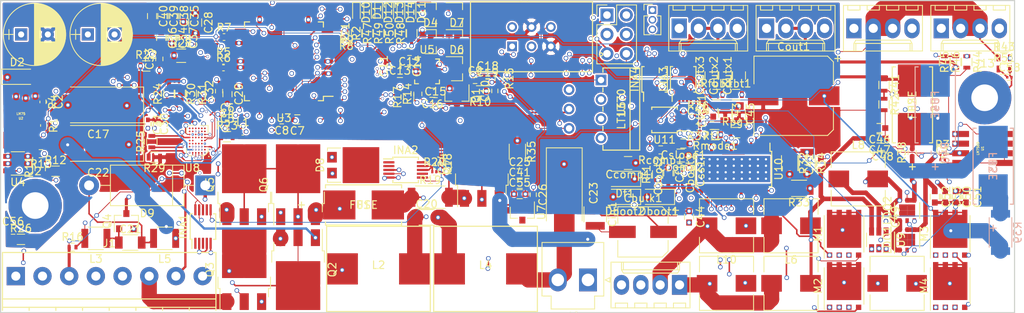
<source format=kicad_pcb>
(kicad_pcb (version 4) (host pcbnew 4.0.7)
  (layers (0 F.Cu signal hide) (1 In1.Cu signal hide) (2 In2.Cu signal hide) (3 In3.Cu signal hide) (4 In4.Cu signal hide) (31 B.Cu signal) (34 B.Paste user) (35 F.Paste user) (36 B.SilkS user) (37 F.SilkS user hide) (38 B.Mask user) (39 F.Mask user) (44 Edge.Cuts user))
  (net 0 "")
  (net 1 +3V3)
  (net 2 GND)
  (net 3 "Net-(C3-Pad1)")
  (net 4 "Net-(C7-Pad2)")
  (net 5 /Control/REF_ZEBROBUS)
  (net 6 "Net-(C17-Pad1)")
  (net 7 "Net-(C20-Pad1)")
  (net 8 "Net-(C20-Pad2)")
  (net 9 /Input/solar_in-)
  (net 10 /PowerBus/BMS_POWERBUS_-)
  (net 11 /PowerBus/BMS_POWERBUS_+)
  (net 12 /QI_charging/COIL_IN-)
  (net 13 /Input/QI_IN+)
  (net 14 /Output/POWER_BUS+)
  (net 15 /Output/POWER_BUS-)
  (net 16 /Output/16V-)
  (net 17 "Net-(C42-Pad1)")
  (net 18 "Net-(C53-Pad1)")
  (net 19 "Net-(Cboot1-Pad2)")
  (net 20 "Net-(Cboot1-Pad1)")
  (net 21 "Net-(Cboot2-Pad2)")
  (net 22 "Net-(Cboot2-Pad1)")
  (net 23 "Net-(Ccomp1-Pad1)")
  (net 24 "Net-(Ccomp2-Pad2)")
  (net 25 "Net-(Cf1-Pad1)")
  (net 26 "Net-(Cout1-Pad1)")
  (net 27 "Net-(Cslope1-Pad1)")
  (net 28 "Net-(Css1-Pad1)")
  (net 29 "Net-(Cvcc1-Pad1)")
  (net 30 /Control/v_laptop)
  (net 31 /Control/16V_fuse)
  (net 32 /Control/5V_fuse)
  (net 33 /Control/3.3V_fuse)
  (net 34 "Net-(D10-Pad2)")
  (net 35 "Net-(D11-Pad2)")
  (net 36 "Net-(D12-Pad2)")
  (net 37 "Net-(D13-Pad2)")
  (net 38 "Net-(Df1-Pad1)")
  (net 39 /PowerBus/INPUT_POWERBUS+)
  (net 40 /Output/3.3V+)
  (net 41 /Output/16V+)
  (net 42 /Output/5V+)
  (net 43 /QI_charging/SCL_MCU_QI)
  (net 44 "Net-(INA1-Pad9)")
  (net 45 "Net-(M1-Pad2)")
  (net 46 "Net-(M2-Pad1)")
  (net 47 "Net-(M2-Pad2)")
  (net 48 "Net-(M3-Pad2)")
  (net 49 "Net-(M4-Pad2)")
  (net 50 /Control/INTERRUP_ZEBROBUS)
  (net 51 "Net-(Q2-Pad2)")
  (net 52 /Input/LAPTOP_IN+)
  (net 53 "Net-(Q3-Pad2)")
  (net 54 "Net-(R9-Pad2)")
  (net 55 /Input/POT_OUT)
  (net 56 "Net-(R35-Pad1)")
  (net 57 "Net-(Rfbb1-Pad2)")
  (net 58 "Net-(Rmode1-Pad1)")
  (net 59 "Net-(Rpg1-Pad2)")
  (net 60 "Net-(Rt1-Pad1)")
  (net 61 /Control/OC_16V)
  (net 62 "Net-(C18-Pad1)")
  (net 63 "Net-(C18-Pad2)")
  (net 64 "Net-(C21-Pad1)")
  (net 65 "Net-(C21-Pad2)")
  (net 66 "Net-(C24-Pad1)")
  (net 67 "Net-(C24-Pad2)")
  (net 68 /PowerBus/OUTPUT_POWERBUS_+)
  (net 69 "Net-(C27-Pad1)")
  (net 70 /QI_charging/COIL_IN+)
  (net 71 "Net-(C29-Pad2)")
  (net 72 "Net-(C30-Pad2)")
  (net 73 "Net-(C31-Pad2)")
  (net 74 "Net-(C32-Pad1)")
  (net 75 "Net-(C33-Pad2)")
  (net 76 "Net-(C35-Pad2)")
  (net 77 "Net-(C43-Pad1)")
  (net 78 "Net-(C49-Pad1)")
  (net 79 "Net-(C49-Pad2)")
  (net 80 "Net-(C52-Pad1)")
  (net 81 "Net-(C54-Pad1)")
  (net 82 "Net-(C54-Pad2)")
  (net 83 /Input/solar_in+)
  (net 84 "Net-(F2-Pad1)")
  (net 85 "Net-(F4-Pad1)")
  (net 86 /laptop_connect)
  (net 87 "Net-(R8-Pad2)")
  (net 88 "Net-(R14-Pad2)")
  (net 89 "Net-(F1-Pad2)")
  (net 90 /QI_charging/EN_MCU_QI)
  (net 91 "Net-(R23-Pad1)")
  (net 92 "Net-(R24-Pad1)")
  (net 93 "Net-(R25-Pad1)")
  (net 94 "Net-(R28-Pad2)")
  (net 95 "Net-(R29-Pad2)")
  (net 96 "Net-(R30-Pad2)")
  (net 97 "Net-(R31-Pad2)")
  (net 98 "Net-(R32-Pad1)")
  (net 99 "Net-(R33-Pad1)")
  (net 100 "Net-(F3-Pad1)")
  (net 101 /Control/SDA_ZEBROBUS)
  (net 102 /Control/SCL_ZEBROBUS)
  (net 103 "Net-(D1-Pad2)")
  (net 104 "Net-(D14-Pad2)")
  (net 105 /Control/bus_alert)
  (net 106 /Control/OC_3.3V)
  (net 107 /Control/OC_5V)
  (net 108 /Control/PDI_DATA)
  (net 109 /Control/RX)
  (net 110 /Control/PDI_CLK)
  (net 111 /Control/TX)
  (net 112 /Control/ALERT)
  (net 113 /Control/5V_enable)
  (net 114 /Control/3.3V_enable)
  (net 115 "Net-(Q1-Pad2)")
  (net 116 /Control/pwm_solar)
  (net 117 "Net-(R1-Pad2)")
  (net 118 "Net-(R2-Pad1)")
  (net 119 "Net-(R3-Pad2)")
  (net 120 "Net-(R4-Pad2)")
  (net 121 "Net-(R47-Pad1)")
  (net 122 /QI_charging/INT_MCU_QI)
  (net 123 /Input/INPUT_SEL)
  (net 124 "Net-(U12-Pad5)")
  (net 125 /Control/16V_enable)
  (net 126 "Net-(C44-Pad1)")
  (net 127 /Input/LAPTOP_IN-)
  (net 128 /QI_charging/SDA_MCU_QI)
  (net 129 "Net-(R25-Pad2)")
  (net 130 /Output/3.3V-)
  (net 131 "Net-(C56-Pad2)")
  (net 132 "Net-(C58-Pad2)")
  (net 133 "Net-(C56-Pad1)")
  (net 134 "Net-(C58-Pad1)")
  (module Inductors_SMD:L_Wuerth_HCI-7040 (layer F.Cu) (at 142.6 160.15 180)
    (fp_text reference L9 (at 0 -4.45 180) (layer F.SilkS))
    (fp_text value 2.20uH)
    (pad 1 smd rect (at -2.55 0 180) (size 2.7 2.2) (layers F.Cu F.Paste F.Mask) (net 21 "Net-(Cboot2-Pad2)"))
    (pad 2 smd rect (at 2.55 0 180) (size 2.7 2.2) (layers F.Cu F.Paste F.Mask) (net 20 "Net-(Cboot1-Pad1)"))
  )
  (module Capacitors_SMD:C_0201 (layer F.Cu) (at 148.57 143.92)
    (fp_text reference C1 (at 0 -1.27) (layer F.SilkS))
    (fp_text value 0.1u)
    (pad 1 smd rect (at -0.28 0) (size 0.3 0.35) (layers F.Cu F.Paste F.Mask) (net 1 +3V3))
    (pad 2 smd rect (at 0.28 0) (size 0.3 0.35) (layers F.Cu F.Paste F.Mask) (net 2 GND))
  )
  (module Capacitors_SMD:C_0201 (layer F.Cu) (at 31.36 136.29 270)
    (fp_text reference C2 (at 0 -1.27 270) (layer F.SilkS))
    (fp_text value 0.1u)
    (pad 1 smd rect (at -0.28 0 270) (size 0.3 0.35) (layers F.Cu F.Paste F.Mask) (net 1 +3V3))
    (pad 2 smd rect (at 0.28 0 270) (size 0.3 0.35) (layers F.Cu F.Paste F.Mask) (net 2 GND))
  )
  (module Capacitors_THT:CP_Radial_D8.0mm_P3.50mm (layer F.Cu) (at 27.7 127.45)
    (fp_text reference C3 (at 1.75 -5.31) (layer F.SilkS))
    (fp_text value 1m)
    (pad 1 thru_hole rect (at 0 0) (size 1.6 1.6) (drill 0.8) (layers *.Cu *.Mask) (net 3 "Net-(C3-Pad1)"))
    (pad 2 thru_hole circle (at 3.5 0) (size 1.6 1.6) (drill 0.8) (layers *.Cu *.Mask) (net 2 GND))
  )
  (module Capacitors_SMD:C_0201 (layer F.Cu) (at 54.72 139.09)
    (fp_text reference C4 (at 0 -1.27) (layer F.SilkS))
    (fp_text value .1u)
    (pad 1 smd rect (at -0.28 0) (size 0.3 0.35) (layers F.Cu F.Paste F.Mask) (net 3 "Net-(C3-Pad1)"))
    (pad 2 smd rect (at 0.28 0) (size 0.3 0.35) (layers F.Cu F.Paste F.Mask) (net 2 GND))
  )
  (module Capacitors_SMD:C_0201 (layer F.Cu) (at 54.72 139.8)
    (fp_text reference C5 (at 0 -1.27) (layer F.SilkS))
    (fp_text value .1u)
    (pad 1 smd rect (at -0.28 0) (size 0.3 0.35) (layers F.Cu F.Paste F.Mask) (net 3 "Net-(C3-Pad1)"))
    (pad 2 smd rect (at 0.28 0) (size 0.3 0.35) (layers F.Cu F.Paste F.Mask) (net 2 GND))
  )
  (module Capacitors_SMD:C_0201 (layer F.Cu) (at 54.72 138.38)
    (fp_text reference C6 (at 0 -1.27) (layer F.SilkS))
    (fp_text value .1u)
    (pad 1 smd rect (at -0.28 0) (size 0.3 0.35) (layers F.Cu F.Paste F.Mask) (net 3 "Net-(C3-Pad1)"))
    (pad 2 smd rect (at 0.28 0) (size 0.3 0.35) (layers F.Cu F.Paste F.Mask) (net 2 GND))
  )
  (module Capacitors_SMD:C_0603 (layer F.Cu) (at 63.92 138.61 180)
    (fp_text reference C7 (at 0 -1.5 180) (layer F.SilkS))
    (fp_text value 10u)
    (pad 2 smd rect (at 0.75 0 180) (size 0.8 0.75) (layers F.Cu F.Paste F.Mask) (net 4 "Net-(C7-Pad2)"))
    (pad 1 smd rect (at -0.75 0 180) (size 0.8 0.75) (layers F.Cu F.Paste F.Mask) (net 2 GND))
  )
  (module Capacitors_SMD:C_0201 (layer F.Cu) (at 61.87 138.8 180)
    (fp_text reference C8 (at 0 -1.27 180) (layer F.SilkS))
    (fp_text value .1u)
    (pad 1 smd rect (at -0.28 0 180) (size 0.3 0.35) (layers F.Cu F.Paste F.Mask) (net 4 "Net-(C7-Pad2)"))
    (pad 2 smd rect (at 0.28 0 180) (size 0.3 0.35) (layers F.Cu F.Paste F.Mask) (net 2 GND))
  )
  (module Capacitors_SMD:C_0201 (layer F.Cu) (at 87.24 133.5)
    (fp_text reference C9 (at 0 -1.27) (layer F.SilkS))
    (fp_text value .1u)
    (pad 1 smd rect (at -0.28 0) (size 0.3 0.35) (layers F.Cu F.Paste F.Mask) (net 1 +3V3))
    (pad 2 smd rect (at 0.28 0) (size 0.3 0.35) (layers F.Cu F.Paste F.Mask) (net 2 GND))
  )
  (module Capacitors_SMD:C_0201 (layer F.Cu) (at 89.83 134.87 90)
    (fp_text reference C10 (at 0 -1.27 90) (layer F.SilkS))
    (fp_text value 0.1u)
    (pad 1 smd rect (at -0.28 0 90) (size 0.3 0.35) (layers F.Cu F.Paste F.Mask) (net 5 /Control/REF_ZEBROBUS))
    (pad 2 smd rect (at 0.28 0 90) (size 0.3 0.35) (layers F.Cu F.Paste F.Mask) (net 2 GND))
  )
  (module Capacitors_SMD:C_0603 (layer F.Cu) (at 76.77 131.6 90)
    (fp_text reference C11 (at 0 -1.5 90) (layer F.SilkS))
    (fp_text value 0.1u)
    (pad 2 smd rect (at 0.75 0 90) (size 0.8 0.75) (layers F.Cu F.Paste F.Mask) (net 2 GND))
    (pad 1 smd rect (at -0.75 0 90) (size 0.8 0.75) (layers F.Cu F.Paste F.Mask) (net 1 +3V3))
  )
  (module Capacitors_SMD:C_0603 (layer F.Cu) (at 77.38 133.71)
    (fp_text reference C13 (at 0 -1.5) (layer F.SilkS))
    (fp_text value 10u)
    (pad 2 smd rect (at 0.75 0) (size 0.8 0.75) (layers F.Cu F.Paste F.Mask) (net 2 GND))
    (pad 1 smd rect (at -0.75 0) (size 0.8 0.75) (layers F.Cu F.Paste F.Mask) (net 1 +3V3))
  )
  (module Capacitors_SMD:C_0603 (layer F.Cu) (at 78.13 131.6 270)
    (fp_text reference C14 (at 0 -1.5 270) (layer F.SilkS))
    (fp_text value 10u)
    (pad 2 smd rect (at 0.75 0 270) (size 0.8 0.75) (layers F.Cu F.Paste F.Mask) (net 2 GND))
    (pad 1 smd rect (at -0.75 0 270) (size 0.8 0.75) (layers F.Cu F.Paste F.Mask) (net 1 +3V3))
  )
  (module Capacitors_SMD:C_0603 (layer F.Cu) (at 81.64 135.11 180)
    (fp_text reference C16 (at 0 -1.5 180) (layer F.SilkS))
    (fp_text value 10u)
    (pad 2 smd rect (at 0.75 0 180) (size 0.8 0.75) (layers F.Cu F.Paste F.Mask) (net 2 GND))
    (pad 1 smd rect (at -0.75 0 180) (size 0.8 0.75) (layers F.Cu F.Paste F.Mask) (net 2 GND))
  )
  (module Capacitors_SMD:C_0402 (layer F.Cu) (at 88.89 132.86)
    (fp_text reference C18 (at 0 -1.27) (layer F.SilkS))
    (fp_text value 4.7n)
    (pad 1 smd rect (at -0.55 0) (size 0.6 0.5) (layers F.Cu F.Paste F.Mask) (net 62 "Net-(C18-Pad1)"))
    (pad 2 smd rect (at 0.55 0) (size 0.6 0.5) (layers F.Cu F.Paste F.Mask) (net 63 "Net-(C18-Pad2)"))
  )
  (module Capacitors_SMD:C_0402 (layer F.Cu) (at 88.89 133.72)
    (fp_text reference C19 (at 0 -1.27) (layer F.SilkS))
    (fp_text value 4.7n)
    (pad 1 smd rect (at -0.55 0) (size 0.6 0.5) (layers F.Cu F.Paste F.Mask) (net 62 "Net-(C18-Pad1)"))
    (pad 2 smd rect (at 0.55 0) (size 0.6 0.5) (layers F.Cu F.Paste F.Mask) (net 127 /Input/LAPTOP_IN-))
  )
  (module Capacitors_SMD:C_0201 (layer F.Cu) (at 81.66 144.47 270)
    (fp_text reference C24 (at 0 -1.27 270) (layer F.SilkS))
    (fp_text value .1u)
    (pad 1 smd rect (at -0.28 0 270) (size 0.3 0.35) (layers F.Cu F.Paste F.Mask) (net 66 "Net-(C24-Pad1)"))
    (pad 2 smd rect (at 0.28 0 270) (size 0.3 0.35) (layers F.Cu F.Paste F.Mask) (net 67 "Net-(C24-Pad2)"))
  )
  (module Capacitors_SMD:C_0603 (layer F.Cu) (at 93.09 145.71)
    (fp_text reference C25 (at 0 -1.5) (layer F.SilkS))
    (fp_text value .1u)
    (pad 2 smd rect (at 0.75 0) (size 0.8 0.75) (layers F.Cu F.Paste F.Mask) (net 2 GND))
    (pad 1 smd rect (at -0.75 0) (size 0.8 0.75) (layers F.Cu F.Paste F.Mask) (net 68 /PowerBus/OUTPUT_POWERBUS_+))
  )
  (module Capacitors_SMD:C_0201 (layer F.Cu) (at 94.87 148.5 270)
    (fp_text reference C26 (at 0 -1.27 270) (layer F.SilkS))
    (fp_text value .1u)
    (pad 1 smd rect (at -0.28 0 270) (size 0.3 0.35) (layers F.Cu F.Paste F.Mask) (net 1 +3V3))
    (pad 2 smd rect (at 0.28 0 270) (size 0.3 0.35) (layers F.Cu F.Paste F.Mask) (net 2 GND))
  )
  (module Capacitors_THT:CP_Radial_D8.0mm_P3.50mm (layer F.Cu) (at 36.45 127.45)
    (fp_text reference C27 (at 1.75 -5.31) (layer F.SilkS))
    (fp_text value 160u)
    (pad 1 thru_hole rect (at 0 0) (size 1.6 1.6) (drill 0.8) (layers *.Cu *.Mask) (net 69 "Net-(C27-Pad1)"))
    (pad 2 thru_hole circle (at 3.5 0) (size 1.6 1.6) (drill 0.8) (layers *.Cu *.Mask) (net 70 /QI_charging/COIL_IN+))
  )
  (module Capacitors_SMD:C_0805_HandSoldering (layer F.Cu) (at 50.53 125.89 270)
    (fp_text reference C28 (at 0 -1.75 270) (layer F.SilkS))
    (fp_text value 1.7n)
    (pad 1 smd rect (at -1.25 0 270) (size 1.5 1.25) (layers F.Cu F.Paste F.Mask) (net 69 "Net-(C27-Pad1)"))
    (pad 2 smd rect (at 1.25 0 270) (size 1.5 1.25) (layers F.Cu F.Paste F.Mask) (net 12 /QI_charging/COIL_IN-))
  )
  (module Capacitors_SMD:C_0603 (layer F.Cu) (at 54.76 135.3 270)
    (fp_text reference C29 (at 0 -1.5 270) (layer F.SilkS))
    (fp_text value 1u)
    (pad 2 smd rect (at 0.75 0 270) (size 0.8 0.75) (layers F.Cu F.Paste F.Mask) (net 71 "Net-(C29-Pad2)"))
    (pad 1 smd rect (at -0.75 0 270) (size 0.8 0.75) (layers F.Cu F.Paste F.Mask) (net 2 GND))
  )
  (module Capacitors_SMD:C_0402 (layer F.Cu) (at 45.18 139.22 270)
    (fp_text reference C30 (at 0 -1.27 270) (layer F.SilkS))
    (fp_text value 47n)
    (pad 1 smd rect (at -0.55 0 270) (size 0.6 0.5) (layers F.Cu F.Paste F.Mask) (net 12 /QI_charging/COIL_IN-))
    (pad 2 smd rect (at 0.55 0 270) (size 0.6 0.5) (layers F.Cu F.Paste F.Mask) (net 72 "Net-(C30-Pad2)"))
  )
  (module Capacitors_SMD:C_0402 (layer F.Cu) (at 44.32 139.22 270)
    (fp_text reference C31 (at 0 -1.27 270) (layer F.SilkS))
    (fp_text value 47n)
    (pad 1 smd rect (at -0.55 0 270) (size 0.6 0.5) (layers F.Cu F.Paste F.Mask) (net 12 /QI_charging/COIL_IN-))
    (pad 2 smd rect (at 0.55 0 270) (size 0.6 0.5) (layers F.Cu F.Paste F.Mask) (net 73 "Net-(C31-Pad2)"))
  )
  (module Capacitors_SMD:C_0402 (layer F.Cu) (at 53.66 134.9 90)
    (fp_text reference C32 (at 0 -1.27 90) (layer F.SilkS))
    (fp_text value 15n)
    (pad 1 smd rect (at -0.55 0 90) (size 0.6 0.5) (layers F.Cu F.Paste F.Mask) (net 74 "Net-(C32-Pad1)"))
    (pad 2 smd rect (at 0.55 0 90) (size 0.6 0.5) (layers F.Cu F.Paste F.Mask) (net 69 "Net-(C27-Pad1)"))
  )
  (module Capacitors_SMD:C_0402 (layer F.Cu) (at 45.82 130.66 90)
    (fp_text reference C33 (at 0 -1.27 90) (layer F.SilkS))
    (fp_text value 15n)
    (pad 1 smd rect (at -0.55 0 90) (size 0.6 0.5) (layers F.Cu F.Paste F.Mask) (net 12 /QI_charging/COIL_IN-))
    (pad 2 smd rect (at 0.55 0 90) (size 0.6 0.5) (layers F.Cu F.Paste F.Mask) (net 75 "Net-(C33-Pad2)"))
  )
  (module Capacitors_SMD:C_0603 (layer F.Cu) (at 47.43 127.9 270)
    (fp_text reference C34 (at 0 -1.5 270) (layer F.SilkS))
    (fp_text value 10u)
    (pad 2 smd rect (at 0.75 0 270) (size 0.8 0.75) (layers F.Cu F.Paste F.Mask) (net 13 /Input/QI_IN+))
    (pad 1 smd rect (at -0.75 0 270) (size 0.8 0.75) (layers F.Cu F.Paste F.Mask) (net 2 GND))
  )
  (module Capacitors_SMD:C_0603 (layer F.Cu) (at 48.95 125.04 270)
    (fp_text reference C35 (at 0 -1.5 270) (layer F.SilkS))
    (fp_text value 10u)
    (pad 2 smd rect (at 0.75 0 270) (size 0.8 0.75) (layers F.Cu F.Paste F.Mask) (net 76 "Net-(C35-Pad2)"))
    (pad 1 smd rect (at -0.75 0 270) (size 0.8 0.75) (layers F.Cu F.Paste F.Mask) (net 2 GND))
  )
  (module Capacitors_SMD:C_0603 (layer F.Cu) (at 46.07 127.9 270)
    (fp_text reference C36 (at 0 -1.5 270) (layer F.SilkS))
    (fp_text value 10u)
    (pad 2 smd rect (at 0.75 0 270) (size 0.8 0.75) (layers F.Cu F.Paste F.Mask) (net 13 /Input/QI_IN+))
    (pad 1 smd rect (at -0.75 0 270) (size 0.8 0.75) (layers F.Cu F.Paste F.Mask) (net 2 GND))
  )
  (module Capacitors_SMD:C_0603 (layer F.Cu) (at 48.79 127.9 270)
    (fp_text reference C37 (at 0 -1.5 270) (layer F.SilkS))
    (fp_text value 1u)
    (pad 2 smd rect (at 0.75 0 270) (size 0.8 0.75) (layers F.Cu F.Paste F.Mask) (net 2 GND))
    (pad 1 smd rect (at -0.75 0 270) (size 0.8 0.75) (layers F.Cu F.Paste F.Mask) (net 2 GND))
  )
  (module Capacitors_SMD:C_0603 (layer F.Cu) (at 47.59 125.04 270)
    (fp_text reference C38 (at 0 -1.5 270) (layer F.SilkS))
    (fp_text value 10u)
    (pad 2 smd rect (at 0.75 0 270) (size 0.8 0.75) (layers F.Cu F.Paste F.Mask) (net 76 "Net-(C35-Pad2)"))
    (pad 1 smd rect (at -0.75 0 270) (size 0.8 0.75) (layers F.Cu F.Paste F.Mask) (net 2 GND))
  )
  (module Capacitors_SMD:C_0603 (layer F.Cu) (at 46.23 125.04 270)
    (fp_text reference C39 (at 0 -1.5 270) (layer F.SilkS))
    (fp_text value 10u)
    (pad 2 smd rect (at 0.75 0 270) (size 0.8 0.75) (layers F.Cu F.Paste F.Mask) (net 76 "Net-(C35-Pad2)"))
    (pad 1 smd rect (at -0.75 0 270) (size 0.8 0.75) (layers F.Cu F.Paste F.Mask) (net 2 GND))
  )
  (module Capacitors_SMD:C_0603 (layer F.Cu) (at 44.87 125.04 270)
    (fp_text reference C40 (at 0 -1.5 270) (layer F.SilkS))
    (fp_text value 0.1u)
    (pad 2 smd rect (at 0.75 0 270) (size 0.8 0.75) (layers F.Cu F.Paste F.Mask) (net 76 "Net-(C35-Pad2)"))
    (pad 1 smd rect (at -0.75 0 270) (size 0.8 0.75) (layers F.Cu F.Paste F.Mask) (net 2 GND))
  )
  (module Capacitors_SMD:C_0805 (layer F.Cu) (at 120.05 137.85 270)
    (fp_text reference C43 (at 0 -1.5 270) (layer F.SilkS))
    (fp_text value 22uF)
    (pad 1 smd rect (at -1 0 270) (size 1 1.25) (layers F.Cu F.Paste F.Mask) (net 77 "Net-(C43-Pad1)"))
    (pad 2 smd rect (at 1 0 270) (size 1 1.25) (layers F.Cu F.Paste F.Mask) (net 2 GND))
  )
  (module Capacitors_SMD:C_0805 (layer F.Cu) (at 121.85 137.85 270)
    (fp_text reference C45 (at 0 -1.5 270) (layer F.SilkS))
    (fp_text value 22uF)
    (pad 1 smd rect (at -1 0 270) (size 1 1.25) (layers F.Cu F.Paste F.Mask) (net 77 "Net-(C43-Pad1)"))
    (pad 2 smd rect (at 1 0 270) (size 1 1.25) (layers F.Cu F.Paste F.Mask) (net 2 GND))
  )
  (module Capacitors_SMD:C_0603 (layer F.Cu) (at 140.29 139.75 180)
    (fp_text reference C46 (at 0 -1.5 180) (layer F.SilkS))
    (fp_text value 10uF)
    (pad 2 smd rect (at 0.75 0 180) (size 0.8 0.75) (layers F.Cu F.Paste F.Mask) (net 17 "Net-(C42-Pad1)"))
    (pad 1 smd rect (at -0.75 0 180) (size 0.8 0.75) (layers F.Cu F.Paste F.Mask) (net 2 GND))
  )
  (module Capacitors_SMD:C_0603 (layer F.Cu) (at 140.29 141.11 180)
    (fp_text reference C47 (at 0 -1.5 180) (layer F.SilkS))
    (fp_text value 10uF)
    (pad 2 smd rect (at 0.75 0 180) (size 0.8 0.75) (layers F.Cu F.Paste F.Mask) (net 17 "Net-(C42-Pad1)"))
    (pad 1 smd rect (at -0.75 0 180) (size 0.8 0.75) (layers F.Cu F.Paste F.Mask) (net 2 GND))
  )
  (module Capacitors_SMD:C_0402 (layer F.Cu) (at 140.7 142.22 180)
    (fp_text reference C48 (at 0 -1.27 180) (layer F.SilkS))
    (fp_text value 0.1uF)
    (pad 1 smd rect (at -0.55 0 180) (size 0.6 0.5) (layers F.Cu F.Paste F.Mask) (net 2 GND))
    (pad 2 smd rect (at 0.55 0 180) (size 0.6 0.5) (layers F.Cu F.Paste F.Mask) (net 17 "Net-(C42-Pad1)"))
  )
  (module Capacitors_SMD:C_0402 (layer F.Cu) (at 141.13 151.44 270)
    (fp_text reference C49 (at 0 -1.27 270) (layer F.SilkS))
    (fp_text value 0.1uF)
    (pad 1 smd rect (at -0.55 0 270) (size 0.6 0.5) (layers F.Cu F.Paste F.Mask) (net 78 "Net-(C49-Pad1)"))
    (pad 2 smd rect (at 0.55 0 270) (size 0.6 0.5) (layers F.Cu F.Paste F.Mask) (net 79 "Net-(C49-Pad2)"))
  )
  (module Capacitors_SMD:C_0603 (layer F.Cu) (at 150.26 148.78 270)
    (fp_text reference C50 (at 0 -1.5 270) (layer F.SilkS))
    (fp_text value 10uF)
    (pad 2 smd rect (at 0.75 0 270) (size 0.8 0.75) (layers F.Cu F.Paste F.Mask) (net 130 /Output/3.3V-))
    (pad 1 smd rect (at -0.75 0 270) (size 0.8 0.75) (layers F.Cu F.Paste F.Mask) (net 77 "Net-(C43-Pad1)"))
  )
  (module Capacitors_SMD:C_0603 (layer F.Cu) (at 151.62 148.78 270)
    (fp_text reference C51 (at 0 -1.5 270) (layer F.SilkS))
    (fp_text value 10uF)
    (pad 2 smd rect (at 0.75 0 270) (size 0.8 0.75) (layers F.Cu F.Paste F.Mask) (net 130 /Output/3.3V-))
    (pad 1 smd rect (at -0.75 0 270) (size 0.8 0.75) (layers F.Cu F.Paste F.Mask) (net 77 "Net-(C43-Pad1)"))
  )
  (module Capacitors_SMD:C_0603 (layer F.Cu) (at 147.54 148.78 270)
    (fp_text reference C52 (at 0 -1.5 270) (layer F.SilkS))
    (fp_text value 10uF)
    (pad 2 smd rect (at 0.75 0 270) (size 0.8 0.75) (layers F.Cu F.Paste F.Mask) (net 130 /Output/3.3V-))
    (pad 1 smd rect (at -0.75 0 270) (size 0.8 0.75) (layers F.Cu F.Paste F.Mask) (net 80 "Net-(C52-Pad1)"))
  )
  (module Capacitors_SMD:C_0603 (layer F.Cu) (at 148.9 148.78 270)
    (fp_text reference C53 (at 0 -1.5 270) (layer F.SilkS))
    (fp_text value 10uF)
    (pad 2 smd rect (at 0.75 0 270) (size 0.8 0.75) (layers F.Cu F.Paste F.Mask) (net 130 /Output/3.3V-))
    (pad 1 smd rect (at -0.75 0 270) (size 0.8 0.75) (layers F.Cu F.Paste F.Mask) (net 18 "Net-(C53-Pad1)"))
  )
  (module Capacitors_SMD:C_0201 (layer F.Cu) (at 116.46 138.82)
    (fp_text reference C54 (at 0 -1.27) (layer F.SilkS))
    (fp_text value 0.1uF)
    (pad 1 smd rect (at -0.28 0) (size 0.3 0.35) (layers F.Cu F.Paste F.Mask) (net 81 "Net-(C54-Pad1)"))
    (pad 2 smd rect (at 0.28 0) (size 0.3 0.35) (layers F.Cu F.Paste F.Mask) (net 82 "Net-(C54-Pad2)"))
  )
  (module Capacitors_SMD:C_0603 (layer F.Cu) (at 113.95 145.69 270)
    (fp_text reference Cboot1 (at 0 -1.5 270) (layer F.SilkS))
    (fp_text value 100nF)
    (pad 2 smd rect (at 0.75 0 270) (size 0.8 0.75) (layers F.Cu F.Paste F.Mask) (net 19 "Net-(Cboot1-Pad2)"))
    (pad 1 smd rect (at -0.75 0 270) (size 0.8 0.75) (layers F.Cu F.Paste F.Mask) (net 20 "Net-(Cboot1-Pad1)"))
  )
  (module Capacitors_SMD:C_0603 (layer F.Cu) (at 109.77 145.99 270)
    (fp_text reference Cboot2 (at 0 -1.5 270) (layer F.SilkS))
    (fp_text value 100nF)
    (pad 2 smd rect (at 0.75 0 270) (size 0.8 0.75) (layers F.Cu F.Paste F.Mask) (net 21 "Net-(Cboot2-Pad2)"))
    (pad 1 smd rect (at -0.75 0 270) (size 0.8 0.75) (layers F.Cu F.Paste F.Mask) (net 22 "Net-(Cboot2-Pad1)"))
  )
  (module Capacitors_SMD:CP_Elec_6.3x7.7 (layer F.Cu) (at 109.26 153.39 180)
    (fp_text reference Cbulk1 (at 0 4.43 180) (layer F.SilkS))
    (fp_text value 68uF)
    (fp_text user + (at -4.28 2.91 180) (layer F.SilkS))
    (pad 1 smd rect (at -2.7 0) (size 3.5 1.6) (layers F.Cu F.Paste F.Mask) (net 126 "Net-(C44-Pad1)"))
    (pad 2 smd rect (at 2.7 0) (size 3.5 1.6) (layers F.Cu F.Paste F.Mask) (net 2 GND))
  )
  (module Capacitors_SMD:C_0805 (layer F.Cu) (at 107.31 144.34 180)
    (fp_text reference Ccomp1 (at 0 -1.5 180) (layer F.SilkS))
    (fp_text value 91pF)
    (pad 1 smd rect (at -1 0 180) (size 1 1.25) (layers F.Cu F.Paste F.Mask) (net 23 "Net-(Ccomp1-Pad1)"))
    (pad 2 smd rect (at 1 0 180) (size 1 1.25) (layers F.Cu F.Paste F.Mask) (net 2 GND))
  )
  (module Capacitors_SMD:C_0805 (layer F.Cu) (at 114.21 143.36 180)
    (fp_text reference Ccomp2 (at 0 -1.5 180) (layer F.SilkS))
    (fp_text value 15nF)
    (pad 1 smd rect (at -1 0 180) (size 1 1.25) (layers F.Cu F.Paste F.Mask) (net 23 "Net-(Ccomp1-Pad1)"))
    (pad 2 smd rect (at 1 0 180) (size 1 1.25) (layers F.Cu F.Paste F.Mask) (net 24 "Net-(Ccomp2-Pad2)"))
  )
  (module Capacitors_SMD:C_0603 (layer F.Cu) (at 112.59 145.69 270)
    (fp_text reference Cf1 (at 0 -1.5 270) (layer F.SilkS))
    (fp_text value 100nF)
    (pad 2 smd rect (at 0.75 0 270) (size 0.8 0.75) (layers F.Cu F.Paste F.Mask) (net 2 GND))
    (pad 1 smd rect (at -0.75 0 270) (size 0.8 0.75) (layers F.Cu F.Paste F.Mask) (net 25 "Net-(Cf1-Pad1)"))
  )
  (module Capacitors_SMD:C_1210 (layer F.Cu) (at 103 151.09 270)
    (fp_text reference Cin1 (at 0 -2.25 270) (layer F.SilkS))
    (fp_text value 10uF)
    (pad 1 smd rect (at -1.5 0 270) (size 1 2.5) (layers F.Cu F.Paste F.Mask) (net 126 "Net-(C44-Pad1)"))
    (pad 2 smd rect (at 1.5 0 270) (size 1 2.5) (layers F.Cu F.Paste F.Mask) (net 2 GND))
  )
  (module Capacitors_SMD:CP_Elec_10x10.5 (layer F.Cu) (at 129.03 135.51 180)
    (fp_text reference Cout1 (at 0 6.46 180) (layer F.SilkS))
    (fp_text value 150uF)
    (fp_text user + (at -5.78 4.97 180) (layer F.SilkS))
    (pad 1 smd rect (at -4 0) (size 4 2.5) (layers F.Cu F.Paste F.Mask) (net 26 "Net-(Cout1-Pad1)"))
    (pad 2 smd rect (at 4 0) (size 4 2.5) (layers F.Cu F.Paste F.Mask) (net 2 GND))
  )
  (module Capacitors_SMD:C_0805 (layer F.Cu) (at 121.86 132.85 90)
    (fp_text reference Coutx1 (at 0 -1.5 90) (layer F.SilkS))
    (fp_text value 22uF)
    (pad 1 smd rect (at -1 0 90) (size 1 1.25) (layers F.Cu F.Paste F.Mask) (net 26 "Net-(Cout1-Pad1)"))
    (pad 2 smd rect (at 1 0 90) (size 1 1.25) (layers F.Cu F.Paste F.Mask) (net 2 GND))
  )
  (module Capacitors_SMD:C_0805 (layer F.Cu) (at 120.06 132.85 90)
    (fp_text reference Coutx2 (at 0 -1.5 90) (layer F.SilkS))
    (fp_text value 22uF)
    (pad 1 smd rect (at -1 0 90) (size 1 1.25) (layers F.Cu F.Paste F.Mask) (net 26 "Net-(Cout1-Pad1)"))
    (pad 2 smd rect (at 1 0 90) (size 1 1.25) (layers F.Cu F.Paste F.Mask) (net 2 GND))
  )
  (module Capacitors_SMD:C_0805 (layer F.Cu) (at 118.25 132.85 90)
    (fp_text reference Coutx3 (at 0 -1.5 90) (layer F.SilkS))
    (fp_text value 22uF)
    (pad 1 smd rect (at -1 0 90) (size 1 1.25) (layers F.Cu F.Paste F.Mask) (net 26 "Net-(Cout1-Pad1)"))
    (pad 2 smd rect (at 1 0 90) (size 1 1.25) (layers F.Cu F.Paste F.Mask) (net 2 GND))
  )
  (module Capacitors_SMD:C_0603 (layer F.Cu) (at 114.56 141.78 180)
    (fp_text reference Cslope1 (at 0 -1.5 180) (layer F.SilkS))
    (fp_text value 110pF)
    (pad 2 smd rect (at 0.75 0 180) (size 0.8 0.75) (layers F.Cu F.Paste F.Mask) (net 2 GND))
    (pad 1 smd rect (at -0.75 0 180) (size 0.8 0.75) (layers F.Cu F.Paste F.Mask) (net 27 "Net-(Cslope1-Pad1)"))
  )
  (module Capacitors_SMD:C_0603 (layer F.Cu) (at 115.31 145.7 270)
    (fp_text reference Css1 (at 0 -1.5 270) (layer F.SilkS))
    (fp_text value 15nF)
    (pad 2 smd rect (at 0.75 0 270) (size 0.8 0.75) (layers F.Cu F.Paste F.Mask) (net 2 GND))
    (pad 1 smd rect (at -0.75 0 270) (size 0.8 0.75) (layers F.Cu F.Paste F.Mask) (net 28 "Net-(Css1-Pad1)"))
  )
  (module Capacitors_SMD:C_0603 (layer F.Cu) (at 118.48 137.5 90)
    (fp_text reference Cvcc1 (at 0 -1.5 90) (layer F.SilkS))
    (fp_text value 1uF)
    (pad 2 smd rect (at 0.75 0 90) (size 0.8 0.75) (layers F.Cu F.Paste F.Mask) (net 2 GND))
    (pad 1 smd rect (at -0.75 0 90) (size 0.8 0.75) (layers F.Cu F.Paste F.Mask) (net 29 "Net-(Cvcc1-Pad1)"))
  )
  (module Diodes_SMD:D_SOD-123F (layer F.Cu) (at 27.3 133.01)
    (fp_text reference D2 (at -0.127 -1.905) (layer F.SilkS))
    (fp_text value D_Schottky)
    (pad 1 smd rect (at -1.4 0) (size 1.1 1.1) (layers F.Cu F.Paste F.Mask) (net 3 "Net-(C3-Pad1)"))
    (pad 2 smd rect (at 1.4 0) (size 1.1 1.1) (layers F.Cu F.Paste F.Mask) (net 1 +3V3))
  )
  (module TO_SOT_Packages_SMD:SOT-23 (layer F.Cu) (at 84.84 124.85)
    (fp_text reference D3 (at 0 -2.5) (layer F.SilkS))
    (fp_text value D_Zener)
    (pad 1 smd rect (at -1 -0.95) (size 0.9 0.8) (layers F.Cu F.Paste F.Mask) (net 30 /Control/v_laptop))
    (pad 2 smd rect (at -1 0.95) (size 0.9 0.8) (layers F.Cu F.Paste F.Mask) (net 2 GND))
    (pad 3 smd rect (at 1 0) (size 0.9 0.8) (layers F.Cu F.Paste F.Mask))
  )
  (module TO_SOT_Packages_SMD:SOT-23 (layer F.Cu) (at 81.39 128.4)
    (fp_text reference D4 (at 0 -2.5) (layer F.SilkS))
    (fp_text value D_Zener)
    (pad 1 smd rect (at -1 -0.95) (size 0.9 0.8) (layers F.Cu F.Paste F.Mask) (net 31 /Control/16V_fuse))
    (pad 2 smd rect (at -1 0.95) (size 0.9 0.8) (layers F.Cu F.Paste F.Mask) (net 2 GND))
    (pad 3 smd rect (at 1 0) (size 0.9 0.8) (layers F.Cu F.Paste F.Mask))
  )
  (module TO_SOT_Packages_SMD:SOT-23 (layer F.Cu) (at 81.39 124.85)
    (fp_text reference D5 (at 0 -2.5) (layer F.SilkS))
    (fp_text value D_Zener)
    (pad 1 smd rect (at -1 -0.95) (size 0.9 0.8) (layers F.Cu F.Paste F.Mask) (net 32 /Control/5V_fuse))
    (pad 2 smd rect (at -1 0.95) (size 0.9 0.8) (layers F.Cu F.Paste F.Mask) (net 2 GND))
    (pad 3 smd rect (at 1 0) (size 0.9 0.8) (layers F.Cu F.Paste F.Mask))
  )
  (module TO_SOT_Packages_SMD:SOT-23 (layer F.Cu) (at 84.84 131.95)
    (fp_text reference D6 (at 0 -2.5) (layer F.SilkS))
    (fp_text value D_Zener)
    (pad 1 smd rect (at -1 -0.95) (size 0.9 0.8) (layers F.Cu F.Paste F.Mask) (net 33 /Control/3.3V_fuse))
    (pad 2 smd rect (at -1 0.95) (size 0.9 0.8) (layers F.Cu F.Paste F.Mask) (net 2 GND))
    (pad 3 smd rect (at 1 0) (size 0.9 0.8) (layers F.Cu F.Paste F.Mask))
  )
  (module TO_SOT_Packages_SMD:SOT-23 (layer F.Cu) (at 84.84 128.4)
    (fp_text reference D7 (at 0 -2.5) (layer F.SilkS))
    (fp_text value D_Zener)
    (pad 1 smd rect (at -1 -0.95) (size 0.9 0.8) (layers F.Cu F.Paste F.Mask) (net 1 +3V3))
    (pad 2 smd rect (at -1 0.95) (size 0.9 0.8) (layers F.Cu F.Paste F.Mask) (net 2 GND))
    (pad 3 smd rect (at 1 0) (size 0.9 0.8) (layers F.Cu F.Paste F.Mask))
  )
  (module TO_SOT_Packages_SMD:TO-277A (layer F.Cu) (at 70.37 144.62 90)
    (fp_text reference D8 (at 0 -3.45 270) (layer F.SilkS))
    (fp_text value PMEG100V060ELPDZ)
    (pad 1 smd rect (at -1.04 -1.9 270) (size 1.4 1.27) (layers F.Cu F.Paste F.Mask) (net 127 /Input/LAPTOP_IN-))
    (pad 3 smd rect (at 0 1.9 270) (size 4.72 4.8) (layers F.Cu F.Paste F.Mask))
    (pad 2 smd rect (at 1.04 -1.9 270) (size 1.4 1.27) (layers F.Cu F.Paste F.Mask) (net 8 "Net-(C20-Pad2)"))
  )
  (module Diodes_THT:D_DO-201_P15.24mm_Horizontal (layer F.Cu) (at 51.85 147.28 180)
    (fp_text reference D9 (at 7.62 -3.665 180) (layer F.SilkS))
    (fp_text value MBR360G)
    (pad 1 thru_hole rect (at 0 0 180) (size 2.6 2.6) (drill 1.3) (layers *.Cu *.Mask) (net 9 /Input/solar_in-))
    (pad 2 thru_hole oval (at 15.24 0 180) (size 2.6 2.6) (drill 1.3) (layers *.Cu *.Mask) (net 65 "Net-(C21-Pad2)"))
  )
  (module LEDs:LED_0603 (layer F.Cu) (at 71.68 124.55 270)
    (fp_text reference D10 (at 0 -1.25 270) (layer F.SilkS))
    (fp_text value LED)
    (pad 2 smd rect (at 0.8 0 90) (size 0.8 0.8) (layers F.Cu F.Paste F.Mask) (net 34 "Net-(D10-Pad2)"))
    (pad 1 smd rect (at -0.8 0 90) (size 0.8 0.8) (layers F.Cu F.Paste F.Mask) (net 2 GND))
  )
  (module LEDs:LED_0603 (layer F.Cu) (at 78.97 124.55 270)
    (fp_text reference D11 (at 0 -1.25 270) (layer F.SilkS))
    (fp_text value LED)
    (pad 2 smd rect (at 0.8 0 90) (size 0.8 0.8) (layers F.Cu F.Paste F.Mask) (net 35 "Net-(D11-Pad2)"))
    (pad 1 smd rect (at -0.8 0 90) (size 0.8 0.8) (layers F.Cu F.Paste F.Mask) (net 2 GND))
  )
  (module LEDs:LED_0603 (layer F.Cu) (at 74.59 124.55 270)
    (fp_text reference D12 (at 0 -1.25 270) (layer F.SilkS))
    (fp_text value LED)
    (pad 2 smd rect (at 0.8 0 90) (size 0.8 0.8) (layers F.Cu F.Paste F.Mask) (net 36 "Net-(D12-Pad2)"))
    (pad 1 smd rect (at -0.8 0 90) (size 0.8 0.8) (layers F.Cu F.Paste F.Mask) (net 2 GND))
  )
  (module LEDs:LED_0603 (layer F.Cu) (at 76.04 124.55 270)
    (fp_text reference D13 (at 0 -1.25 270) (layer F.SilkS))
    (fp_text value LED)
    (pad 2 smd rect (at 0.8 0 90) (size 0.8 0.8) (layers F.Cu F.Paste F.Mask) (net 37 "Net-(D13-Pad2)"))
    (pad 1 smd rect (at -0.8 0 90) (size 0.8 0.8) (layers F.Cu F.Paste F.Mask) (net 2 GND))
  )
  (module Diodes_SMD:D_SOD-123F (layer F.Cu) (at 111.21 148.79 180)
    (fp_text reference Dboot1 (at -0.127 -1.905 180) (layer F.SilkS))
    (fp_text value Zener)
    (pad 1 smd rect (at -1.4 0 180) (size 1.1 1.1) (layers F.Cu F.Paste F.Mask) (net 19 "Net-(Cboot1-Pad2)"))
    (pad 2 smd rect (at 1.4 0 180) (size 1.1 1.1) (layers F.Cu F.Paste F.Mask) (net 29 "Net-(Cvcc1-Pad1)"))
  )
  (module Diodes_SMD:D_SOD-123F (layer F.Cu) (at 106.76 148.79 180)
    (fp_text reference Dboot2 (at -0.127 -1.905 180) (layer F.SilkS))
    (fp_text value Zener)
    (pad 1 smd rect (at -1.4 0 180) (size 1.1 1.1) (layers F.Cu F.Paste F.Mask) (net 22 "Net-(Cboot2-Pad1)"))
    (pad 2 smd rect (at 1.4 0 180) (size 1.1 1.1) (layers F.Cu F.Paste F.Mask) (net 29 "Net-(Cvcc1-Pad1)"))
  )
  (module Diodes_SMD:D_SOD-123F (layer F.Cu) (at 106.76 146.43 180)
    (fp_text reference Df1 (at -0.127 -1.905 180) (layer F.SilkS))
    (fp_text value Schottky)
    (pad 1 smd rect (at -1.4 0 180) (size 1.1 1.1) (layers F.Cu F.Paste F.Mask) (net 38 "Net-(Df1-Pad1)"))
    (pad 2 smd rect (at 1.4 0 180) (size 1.1 1.1) (layers F.Cu F.Paste F.Mask) (net 126 "Net-(C44-Pad1)"))
  )
  (module vssop:VSSOP-10_3x3mm_Pitch0.5mm (layer F.Cu) (at 51.55 152.69 90)
    (fp_text reference INA1 (at 0 -2.6 90) (layer F.SilkS))
    (fp_text value INA226)
    (pad 1 smd rect (at -2.2 -1 90) (size 1.45 0.3) (layers F.Cu F.Paste F.Mask) (net 2 GND))
    (pad 2 smd rect (at -2.2 -0.5 90) (size 1.45 0.3) (layers F.Cu F.Paste F.Mask) (net 128 /QI_charging/SDA_MCU_QI))
    (pad 3 smd rect (at -2.2 0 90) (size 1.45 0.3) (layers F.Cu F.Paste F.Mask))
    (pad 4 smd rect (at -2.2 0.5 90) (size 1.45 0.3) (layers F.Cu F.Paste F.Mask) (net 128 /QI_charging/SDA_MCU_QI))
    (pad 5 smd rect (at -2.2 1 90) (size 1.45 0.3) (layers F.Cu F.Paste F.Mask) (net 43 /QI_charging/SCL_MCU_QI))
    (pad 6 smd rect (at 2.2 1 90) (size 1.45 0.3) (layers F.Cu F.Paste F.Mask) (net 1 +3V3))
    (pad 7 smd rect (at 2.2 0.5 90) (size 1.45 0.3) (layers F.Cu F.Paste F.Mask) (net 2 GND))
    (pad 8 smd rect (at 2.2 0 90) (size 1.45 0.3) (layers F.Cu F.Paste F.Mask) (net 83 /Input/solar_in+))
    (pad 9 smd rect (at 2.2 -0.5 90) (size 1.45 0.3) (layers F.Cu F.Paste F.Mask) (net 44 "Net-(INA1-Pad9)"))
    (pad 10 smd rect (at 2.2 -1 90) (size 1.45 0.3) (layers F.Cu F.Paste F.Mask) (net 83 /Input/solar_in+))
  )
  (module vssop:VSSOP-10_3x3mm_Pitch0.5mm (layer F.Cu) (at 78.13 145.25)
    (fp_text reference INA2 (at 0 -2.6) (layer F.SilkS))
    (fp_text value INA226)
    (pad 1 smd rect (at -2.2 -1) (size 1.45 0.3) (layers F.Cu F.Paste F.Mask) (net 2 GND))
    (pad 2 smd rect (at -2.2 -0.5) (size 1.45 0.3) (layers F.Cu F.Paste F.Mask) (net 2 GND))
    (pad 3 smd rect (at -2.2 0) (size 1.45 0.3) (layers F.Cu F.Paste F.Mask) (net 105 /Control/bus_alert))
    (pad 4 smd rect (at -2.2 0.5) (size 1.45 0.3) (layers F.Cu F.Paste F.Mask) (net 128 /QI_charging/SDA_MCU_QI))
    (pad 5 smd rect (at -2.2 1) (size 1.45 0.3) (layers F.Cu F.Paste F.Mask) (net 43 /QI_charging/SCL_MCU_QI))
    (pad 6 smd rect (at 2.2 1) (size 1.45 0.3) (layers F.Cu F.Paste F.Mask) (net 1 +3V3))
    (pad 7 smd rect (at 2.2 0.5) (size 1.45 0.3) (layers F.Cu F.Paste F.Mask) (net 2 GND))
    (pad 8 smd rect (at 2.2 0) (size 1.45 0.3) (layers F.Cu F.Paste F.Mask) (net 67 "Net-(C24-Pad2)"))
    (pad 9 smd rect (at 2.2 -0.5) (size 1.45 0.3) (layers F.Cu F.Paste F.Mask) (net 67 "Net-(C24-Pad2)"))
    (pad 10 smd rect (at 2.2 -1) (size 1.45 0.3) (layers F.Cu F.Paste F.Mask) (net 66 "Net-(C24-Pad1)"))
  )
  (module vssop:VSSOP-10_3x3mm_Pitch0.5mm (layer F.Cu) (at 114.54 133.35 90)
    (fp_text reference INA3 (at 0 -2.6 90) (layer F.SilkS))
    (fp_text value INA226)
    (pad 1 smd rect (at -2.2 -1 90) (size 1.45 0.3) (layers F.Cu F.Paste F.Mask) (net 2 GND))
    (pad 2 smd rect (at -2.2 -0.5 90) (size 1.45 0.3) (layers F.Cu F.Paste F.Mask) (net 43 /QI_charging/SCL_MCU_QI))
    (pad 3 smd rect (at -2.2 0 90) (size 1.45 0.3) (layers F.Cu F.Paste F.Mask) (net 106 /Control/OC_3.3V))
    (pad 4 smd rect (at -2.2 0.5 90) (size 1.45 0.3) (layers F.Cu F.Paste F.Mask) (net 128 /QI_charging/SDA_MCU_QI))
    (pad 5 smd rect (at -2.2 1 90) (size 1.45 0.3) (layers F.Cu F.Paste F.Mask) (net 43 /QI_charging/SCL_MCU_QI))
    (pad 6 smd rect (at 2.2 1 90) (size 1.45 0.3) (layers F.Cu F.Paste F.Mask) (net 1 +3V3))
    (pad 7 smd rect (at 2.2 0.5 90) (size 1.45 0.3) (layers F.Cu F.Paste F.Mask) (net 2 GND))
    (pad 8 smd rect (at 2.2 0 90) (size 1.45 0.3) (layers F.Cu F.Paste F.Mask) (net 84 "Net-(F2-Pad1)"))
    (pad 9 smd rect (at 2.2 -0.5 90) (size 1.45 0.3) (layers F.Cu F.Paste F.Mask) (net 84 "Net-(F2-Pad1)"))
    (pad 10 smd rect (at 2.2 -1 90) (size 1.45 0.3) (layers F.Cu F.Paste F.Mask) (net 18 "Net-(C53-Pad1)"))
  )
  (module vssop:VSSOP-10_3x3mm_Pitch0.5mm (layer F.Cu) (at 110.79 133.35 90)
    (fp_text reference INA4 (at 0 -2.6 90) (layer F.SilkS))
    (fp_text value INA226)
    (pad 1 smd rect (at -2.2 -1 90) (size 1.45 0.3) (layers F.Cu F.Paste F.Mask) (net 2 GND))
    (pad 2 smd rect (at -2.2 -0.5 90) (size 1.45 0.3) (layers F.Cu F.Paste F.Mask) (net 1 +3V3))
    (pad 3 smd rect (at -2.2 0 90) (size 1.45 0.3) (layers F.Cu F.Paste F.Mask) (net 107 /Control/OC_5V))
    (pad 4 smd rect (at -2.2 0.5 90) (size 1.45 0.3) (layers F.Cu F.Paste F.Mask) (net 128 /QI_charging/SDA_MCU_QI))
    (pad 5 smd rect (at -2.2 1 90) (size 1.45 0.3) (layers F.Cu F.Paste F.Mask) (net 43 /QI_charging/SCL_MCU_QI))
    (pad 6 smd rect (at 2.2 1 90) (size 1.45 0.3) (layers F.Cu F.Paste F.Mask) (net 1 +3V3))
    (pad 7 smd rect (at 2.2 0.5 90) (size 1.45 0.3) (layers F.Cu F.Paste F.Mask) (net 2 GND))
    (pad 8 smd rect (at 2.2 0 90) (size 1.45 0.3) (layers F.Cu F.Paste F.Mask) (net 85 "Net-(F4-Pad1)"))
    (pad 9 smd rect (at 2.2 -0.5 90) (size 1.45 0.3) (layers F.Cu F.Paste F.Mask) (net 85 "Net-(F4-Pad1)"))
    (pad 10 smd rect (at 2.2 -1 90) (size 1.45 0.3) (layers F.Cu F.Paste F.Mask) (net 80 "Net-(C52-Pad1)"))
  )
  (module TerminalBlocks_Phoenix:TerminalBlock_Phoenix_PT-3.5mm_8pol (layer F.Cu) (at 27 159.2)
    (fp_text reference J1 (at 12.25 -4.3) (layer F.SilkS))
    (fp_text value Input_Interface)
    (pad 3 thru_hole circle (at 7 0) (size 2.4 2.4) (drill 1.2) (layers *.Cu *.Mask) (net 83 /Input/solar_in+))
    (pad 2 thru_hole circle (at 3.5 0) (size 2.4 2.4) (drill 1.2) (layers *.Cu *.Mask) (net 9 /Input/solar_in-))
    (pad 4 thru_hole circle (at 10.5 0) (size 2.4 2.4) (drill 1.2) (layers *.Cu *.Mask) (net 127 /Input/LAPTOP_IN-))
    (pad 5 thru_hole circle (at 14 0) (size 2.4 2.4) (drill 1.2) (layers *.Cu *.Mask) (net 86 /laptop_connect))
    (pad 6 thru_hole circle (at 17.5 0) (size 2.4 2.4) (drill 1.2) (layers *.Cu *.Mask) (net 52 /Input/LAPTOP_IN+))
    (pad 7 thru_hole circle (at 21 0) (size 2.4 2.4) (drill 1.2) (layers *.Cu *.Mask) (net 12 /QI_charging/COIL_IN-))
    (pad 1 thru_hole rect (at 0 0) (size 2.4 2.4) (drill 1.2) (layers *.Cu *.Mask))
    (pad 8 thru_hole circle (at 24.5 0) (size 2.4 2.4) (drill 1.2) (layers *.Cu *.Mask) (net 70 /QI_charging/COIL_IN+))
  )
  (module Pin_Headers:Pin_Header_Straight_1x03_Pitch1.27mm (layer F.Cu) (at 110.5 124.25)
    (fp_text reference J5 (at 0 -1.695) (layer F.SilkS))
    (fp_text value BMS_DATA_IN)
    (pad 1 thru_hole rect (at 0 0) (size 1 1) (drill 0.65) (layers *.Cu *.Mask) (net 128 /QI_charging/SDA_MCU_QI))
    (pad 2 thru_hole oval (at 0 1.27) (size 1 1) (drill 0.65) (layers *.Cu *.Mask) (net 43 /QI_charging/SCL_MCU_QI))
    (pad 3 thru_hole oval (at 0 2.54) (size 1 1) (drill 0.65) (layers *.Cu *.Mask) (net 112 /Control/ALERT))
  )
  (module Connectors_JST:JST_VH_B2P-VH_2x3.96mm_Vertical (layer F.Cu) (at 102.05 159.7 180)
    (fp_text reference J6 (at 1.98 -4.8 180) (layer F.SilkS))
    (fp_text value BMS_POWER_IN)
    (pad 1 thru_hole rect (at 0 0 180) (size 2.35 3) (drill 1.65) (layers *.Cu *.Mask) (net 11 /PowerBus/BMS_POWERBUS_+))
    (pad 2 thru_hole oval (at 3.96 0 180) (size 2.35 3) (drill 1.65) (layers *.Cu *.Mask) (net 10 /PowerBus/BMS_POWERBUS_-))
  )
  (module ZebroBus:ZebroBus (layer F.Cu) (at 86.64 123.15)
    (fp_text reference J7 (at 7.2 -0.48) (layer F.SilkS))
    (fp_text value ZebroBus_Interface)
    (pad 2 thru_hole circle (at 5.46 3.33) (size 1.27 1.27) (drill 0.762) (layers *.Cu *.Mask) (net 5 /Control/REF_ZEBROBUS))
    (pad 4 thru_hole circle (at 8 3.33) (size 1.27 1.27) (drill 0.762) (layers *.Cu *.Mask) (net 2 GND))
    (pad 6 thru_hole circle (at 10.54 3.33) (size 1.27 1.27) (drill 0.762) (layers *.Cu *.Mask) (net 50 /Control/INTERRUP_ZEBROBUS))
    (pad 1 thru_hole rect (at 5.46 5.87) (size 1.27 1.27) (drill 0.762) (layers *.Cu *.Mask) (net 101 /Control/SDA_ZEBROBUS))
    (pad 3 thru_hole circle (at 8 5.87) (size 1.27 1.27) (drill 0.762) (layers *.Cu *.Mask) (net 102 /Control/SCL_ZEBROBUS))
    (pad 5 thru_hole circle (at 10.54 5.87) (size 1.27 1.27) (drill 0.762) (layers *.Cu *.Mask) (net 2 GND))
  )
  (module Connectors_Molex:Molex_KK-6410-04_04x2.54mm_Straight (layer F.Cu) (at 114.06 160.35 180)
    (fp_text reference J8 (at 1 -4.5 180) (layer F.SilkS))
    (fp_text value Switch_Connector)
    (pad 1 thru_hole rect (at 0 0 180) (size 2 2.6) (drill 1.2) (layers *.Cu *.Mask) (net 15 /Output/POWER_BUS-))
    (pad 2 thru_hole oval (at 2.54 0 180) (size 2 2.6) (drill 1.2) (layers *.Cu *.Mask) (net 14 /Output/POWER_BUS+))
    (pad 3 thru_hole oval (at 5.08 0 180) (size 2 2.6) (drill 1.2) (layers *.Cu *.Mask) (net 68 /PowerBus/OUTPUT_POWERBUS_+))
    (pad 4 thru_hole oval (at 7.62 0 180) (size 2 2.6) (drill 1.2) (layers *.Cu *.Mask) (net 10 /PowerBus/BMS_POWERBUS_-))
  )
  (module Connectors_Molex:Molex_KK-6410-04_04x2.54mm_Straight (layer F.Cu) (at 125.47 126.65)
    (fp_text reference J9 (at 1 -4.5) (layer F.SilkS))
    (fp_text value 5V)
    (pad 1 thru_hole rect (at 0 0) (size 2 2.6) (drill 1.2) (layers *.Cu *.Mask) (net 130 /Output/3.3V-))
    (pad 2 thru_hole oval (at 2.54 0) (size 2 2.6) (drill 1.2) (layers *.Cu *.Mask) (net 42 /Output/5V+))
    (pad 3 thru_hole oval (at 5.08 0) (size 2 2.6) (drill 1.2) (layers *.Cu *.Mask) (net 42 /Output/5V+))
    (pad 4 thru_hole oval (at 7.62 0) (size 2 2.6) (drill 1.2) (layers *.Cu *.Mask) (net 130 /Output/3.3V-))
  )
  (module Connectors_Molex:Molex_KK-6410-04_04x2.54mm_Straight (layer F.Cu) (at 114.01 126.65)
    (fp_text reference J10 (at 1 -4.5) (layer F.SilkS))
    (fp_text value 3.3V)
    (pad 1 thru_hole rect (at 0 0) (size 2 2.6) (drill 1.2) (layers *.Cu *.Mask) (net 130 /Output/3.3V-))
    (pad 2 thru_hole oval (at 2.54 0) (size 2 2.6) (drill 1.2) (layers *.Cu *.Mask) (net 40 /Output/3.3V+))
    (pad 3 thru_hole oval (at 5.08 0) (size 2 2.6) (drill 1.2) (layers *.Cu *.Mask) (net 40 /Output/3.3V+))
    (pad 4 thru_hole oval (at 7.62 0) (size 2 2.6) (drill 1.2) (layers *.Cu *.Mask) (net 130 /Output/3.3V-))
  )
  (module Connectors_Molex:Molex_KK-6410-04_04x2.54mm_Straight (layer F.Cu) (at 148.39 126.65)
    (fp_text reference J11 (at 1 -4.5) (layer F.SilkS))
    (fp_text value 16V_2)
    (pad 1 thru_hole rect (at 0 0) (size 2 2.6) (drill 1.2) (layers *.Cu *.Mask) (net 16 /Output/16V-))
    (pad 2 thru_hole oval (at 2.54 0) (size 2 2.6) (drill 1.2) (layers *.Cu *.Mask) (net 41 /Output/16V+))
    (pad 3 thru_hole oval (at 5.08 0) (size 2 2.6) (drill 1.2) (layers *.Cu *.Mask) (net 41 /Output/16V+))
    (pad 4 thru_hole oval (at 7.62 0) (size 2 2.6) (drill 1.2) (layers *.Cu *.Mask) (net 16 /Output/16V-))
  )
  (module Connectors_Molex:Molex_KK-6410-04_04x2.54mm_Straight (layer F.Cu) (at 136.93 126.65)
    (fp_text reference J12 (at 1 -4.5) (layer F.SilkS))
    (fp_text value 16V_1)
    (pad 1 thru_hole rect (at 0 0) (size 2 2.6) (drill 1.2) (layers *.Cu *.Mask) (net 16 /Output/16V-))
    (pad 2 thru_hole oval (at 2.54 0) (size 2 2.6) (drill 1.2) (layers *.Cu *.Mask) (net 41 /Output/16V+))
    (pad 3 thru_hole oval (at 5.08 0) (size 2 2.6) (drill 1.2) (layers *.Cu *.Mask) (net 41 /Output/16V+))
    (pad 4 thru_hole oval (at 7.62 0) (size 2 2.6) (drill 1.2) (layers *.Cu *.Mask) (net 16 /Output/16V-))
  )
  (module Resistors_SMD:R_0201 (layer F.Cu) (at 56.77 140.23)
    (fp_text reference L1 (at 0 -1.25) (layer F.SilkS))
    (fp_text value Ferrite_Bead)
    (pad 1 smd rect (at -0.26 0) (size 0.28 0.43) (layers F.Cu F.Paste F.Mask) (net 3 "Net-(C3-Pad1)"))
    (pad 2 smd rect (at 0.26 0) (size 0.28 0.43) (layers F.Cu F.Paste F.Mask) (net 4 "Net-(C7-Pad2)"))
  )
  (module Inductors_SMD:L_Wuerth_HCI-7040 (layer F.Cu) (at 137.5 146.43)
    (fp_text reference L8 (at 0 -4.45) (layer F.SilkS))
    (fp_text value 3.3uH)
    (pad 1 smd rect (at -2.55 0) (size 2.7 2.2) (layers F.Cu F.Paste F.Mask) (net 78 "Net-(C49-Pad1)"))
    (pad 2 smd rect (at 2.55 0) (size 2.7 2.2) (layers F.Cu F.Paste F.Mask) (net 77 "Net-(C43-Pad1)"))
  )
  (module Housings_SON:WSON-6-1EP_3x3mm_Pitch0.95mm (layer F.Cu) (at 143.91 154.44 90)
    (fp_text reference LDO1 (at 0 -2.575 90) (layer F.SilkS))
    (fp_text value LP38692-5V)
    (pad 1 smd rect (at -1.34 -0.95 90) (size 0.63 0.45) (layers F.Cu F.Paste F.Mask) (net 77 "Net-(C43-Pad1)"))
    (pad 2 smd rect (at -1.34 0 90) (size 0.63 0.45) (layers F.Cu F.Paste F.Mask) (net 130 /Output/3.3V-))
    (pad 3 smd rect (at -1.34 0.95 90) (size 0.63 0.45) (layers F.Cu F.Paste F.Mask) (net 113 /Control/5V_enable))
    (pad 4 smd rect (at 1.34 0.95 90) (size 0.63 0.45) (layers F.Cu F.Paste F.Mask) (net 80 "Net-(C52-Pad1)"))
    (pad 5 smd rect (at 1.34 0 90) (size 0.63 0.45) (layers F.Cu F.Paste F.Mask) (net 80 "Net-(C52-Pad1)"))
    (pad 6 smd rect (at 1.34 -0.95 90) (size 0.63 0.45) (layers F.Cu F.Paste F.Mask) (net 77 "Net-(C43-Pad1)"))
    (pad 7 smd rect (at 0.4 0.525 90) (size 0.8 1.05) (layers F.Cu F.Paste F.Mask))
    (pad 7 smd rect (at 0.4 -0.525 90) (size 0.8 1.05) (layers F.Cu F.Paste F.Mask))
    (pad 7 smd rect (at -0.4 0.525 90) (size 0.8 1.05) (layers F.Cu F.Paste F.Mask))
    (pad 7 smd rect (at -0.4 -0.525 90) (size 0.8 1.05) (layers F.Cu F.Paste F.Mask))
  )
  (module Housings_SON:WSON-6-1EP_3x3mm_Pitch0.95mm (layer F.Cu) (at 143.91 150.58 90)
    (fp_text reference LDO2 (at 0 -2.575 90) (layer F.SilkS))
    (fp_text value LP38692-3V3)
    (pad 1 smd rect (at -1.34 -0.95 90) (size 0.63 0.45) (layers F.Cu F.Paste F.Mask) (net 77 "Net-(C43-Pad1)"))
    (pad 2 smd rect (at -1.34 0 90) (size 0.63 0.45) (layers F.Cu F.Paste F.Mask) (net 130 /Output/3.3V-))
    (pad 3 smd rect (at -1.34 0.95 90) (size 0.63 0.45) (layers F.Cu F.Paste F.Mask) (net 114 /Control/3.3V_enable))
    (pad 4 smd rect (at 1.34 0.95 90) (size 0.63 0.45) (layers F.Cu F.Paste F.Mask) (net 18 "Net-(C53-Pad1)"))
    (pad 5 smd rect (at 1.34 0 90) (size 0.63 0.45) (layers F.Cu F.Paste F.Mask) (net 18 "Net-(C53-Pad1)"))
    (pad 6 smd rect (at 1.34 -0.95 90) (size 0.63 0.45) (layers F.Cu F.Paste F.Mask) (net 77 "Net-(C43-Pad1)"))
    (pad 7 smd rect (at 0.4 0.525 90) (size 0.8 1.05) (layers F.Cu F.Paste F.Mask))
    (pad 7 smd rect (at 0.4 -0.525 90) (size 0.8 1.05) (layers F.Cu F.Paste F.Mask))
    (pad 7 smd rect (at -0.4 0.525 90) (size 0.8 1.05) (layers F.Cu F.Paste F.Mask))
    (pad 7 smd rect (at -0.4 -0.525 90) (size 0.8 1.05) (layers F.Cu F.Paste F.Mask))
  )
  (module Housings_SON:VSONP-8-1EP_5x6_Pitch1.27mm (layer F.Cu) (at 135.64 153.64 90)
    (fp_text reference M1 (at 0 -3.4 90) (layer F.SilkS))
    (fp_text value CSD17310Q5A)
    (pad 3 smd rect (at 0.33 0 90) (size 4.35 4.51) (layers F.Cu F.Mask) (net 126 "Net-(C44-Pad1)"))
    (pad 1 smd rect (at -2.8 0.635 90) (size 0.7 0.7) (layers F.Cu F.Paste F.Mask) (net 20 "Net-(Cboot1-Pad1)"))
    (pad 1 smd rect (at -2.8 -0.635 90) (size 0.7 0.7) (layers F.Cu F.Paste F.Mask) (net 20 "Net-(Cboot1-Pad1)"))
    (pad 1 smd rect (at -2.8 -1.905 90) (size 0.7 0.7) (layers F.Cu F.Paste F.Mask) (net 20 "Net-(Cboot1-Pad1)"))
    (pad 2 smd rect (at -2.8 1.905 90) (size 0.7 0.7) (layers F.Cu F.Paste F.Mask) (net 45 "Net-(M1-Pad2)"))
    (pad 3 smd rect (at 2.8 1.905 90) (size 0.7 0.7) (layers F.Cu F.Paste F.Mask) (net 126 "Net-(C44-Pad1)"))
    (pad 3 smd rect (at 2.8 -1.905 90) (size 0.7 0.7) (layers F.Cu F.Paste F.Mask) (net 126 "Net-(C44-Pad1)"))
    (pad 3 smd rect (at 2.8 -0.635 90) (size 0.7 0.7) (layers F.Cu F.Paste F.Mask) (net 126 "Net-(C44-Pad1)"))
    (pad 3 smd rect (at 2.8 0.635 90) (size 0.7 0.7) (layers F.Cu F.Paste F.Mask) (net 126 "Net-(C44-Pad1)"))
  )
  (module Housings_SON:VSONP-8-1EP_5x6_Pitch1.27mm (layer F.Cu) (at 135.64 160.5 90)
    (fp_text reference M2 (at 0 -3.4 90) (layer F.SilkS))
    (fp_text value CSD18514Q5A)
    (pad 3 smd rect (at 0.33 0 90) (size 4.35 4.51) (layers F.Cu F.Mask) (net 20 "Net-(Cboot1-Pad1)"))
    (pad 1 smd rect (at -2.8 0.635 90) (size 0.7 0.7) (layers F.Cu F.Paste F.Mask) (net 46 "Net-(M2-Pad1)"))
    (pad 1 smd rect (at -2.8 -0.635 90) (size 0.7 0.7) (layers F.Cu F.Paste F.Mask) (net 46 "Net-(M2-Pad1)"))
    (pad 1 smd rect (at -2.8 -1.905 90) (size 0.7 0.7) (layers F.Cu F.Paste F.Mask) (net 46 "Net-(M2-Pad1)"))
    (pad 2 smd rect (at -2.8 1.905 90) (size 0.7 0.7) (layers F.Cu F.Paste F.Mask) (net 47 "Net-(M2-Pad2)"))
    (pad 3 smd rect (at 2.8 1.905 90) (size 0.7 0.7) (layers F.Cu F.Paste F.Mask) (net 20 "Net-(Cboot1-Pad1)"))
    (pad 3 smd rect (at 2.8 -1.905 90) (size 0.7 0.7) (layers F.Cu F.Paste F.Mask) (net 20 "Net-(Cboot1-Pad1)"))
    (pad 3 smd rect (at 2.8 -0.635 90) (size 0.7 0.7) (layers F.Cu F.Paste F.Mask) (net 20 "Net-(Cboot1-Pad1)"))
    (pad 3 smd rect (at 2.8 0.635 90) (size 0.7 0.7) (layers F.Cu F.Paste F.Mask) (net 20 "Net-(Cboot1-Pad1)"))
  )
  (module Housings_SON:VSONP-8-1EP_5x6_Pitch1.27mm (layer F.Cu) (at 149.56 153.64 90)
    (fp_text reference M3 (at 0 -3.4 90) (layer F.SilkS))
    (fp_text value CSD16321Q5)
    (pad 3 smd rect (at 0.33 0 90) (size 4.35 4.51) (layers F.Cu F.Mask) (net 26 "Net-(Cout1-Pad1)"))
    (pad 1 smd rect (at -2.8 0.635 90) (size 0.7 0.7) (layers F.Cu F.Paste F.Mask) (net 21 "Net-(Cboot2-Pad2)"))
    (pad 1 smd rect (at -2.8 -0.635 90) (size 0.7 0.7) (layers F.Cu F.Paste F.Mask) (net 21 "Net-(Cboot2-Pad2)"))
    (pad 1 smd rect (at -2.8 -1.905 90) (size 0.7 0.7) (layers F.Cu F.Paste F.Mask) (net 21 "Net-(Cboot2-Pad2)"))
    (pad 2 smd rect (at -2.8 1.905 90) (size 0.7 0.7) (layers F.Cu F.Paste F.Mask) (net 48 "Net-(M3-Pad2)"))
    (pad 3 smd rect (at 2.8 1.905 90) (size 0.7 0.7) (layers F.Cu F.Paste F.Mask) (net 26 "Net-(Cout1-Pad1)"))
    (pad 3 smd rect (at 2.8 -1.905 90) (size 0.7 0.7) (layers F.Cu F.Paste F.Mask) (net 26 "Net-(Cout1-Pad1)"))
    (pad 3 smd rect (at 2.8 -0.635 90) (size 0.7 0.7) (layers F.Cu F.Paste F.Mask) (net 26 "Net-(Cout1-Pad1)"))
    (pad 3 smd rect (at 2.8 0.635 90) (size 0.7 0.7) (layers F.Cu F.Paste F.Mask) (net 26 "Net-(Cout1-Pad1)"))
  )
  (module Housings_SON:VSONP-8-1EP_5x6_Pitch1.27mm (layer F.Cu) (at 149.56 160.5 90)
    (fp_text reference M4 (at 0 -3.4 90) (layer F.SilkS))
    (fp_text value CSD18511Q5A)
    (pad 3 smd rect (at 0.33 0 90) (size 4.35 4.51) (layers F.Cu F.Mask) (net 21 "Net-(Cboot2-Pad2)"))
    (pad 1 smd rect (at -2.8 0.635 90) (size 0.7 0.7) (layers F.Cu F.Paste F.Mask) (net 46 "Net-(M2-Pad1)"))
    (pad 1 smd rect (at -2.8 -0.635 90) (size 0.7 0.7) (layers F.Cu F.Paste F.Mask) (net 46 "Net-(M2-Pad1)"))
    (pad 1 smd rect (at -2.8 -1.905 90) (size 0.7 0.7) (layers F.Cu F.Paste F.Mask) (net 46 "Net-(M2-Pad1)"))
    (pad 2 smd rect (at -2.8 1.905 90) (size 0.7 0.7) (layers F.Cu F.Paste F.Mask) (net 49 "Net-(M4-Pad2)"))
    (pad 3 smd rect (at 2.8 1.905 90) (size 0.7 0.7) (layers F.Cu F.Paste F.Mask) (net 21 "Net-(Cboot2-Pad2)"))
    (pad 3 smd rect (at 2.8 -1.905 90) (size 0.7 0.7) (layers F.Cu F.Paste F.Mask) (net 21 "Net-(Cboot2-Pad2)"))
    (pad 3 smd rect (at 2.8 -0.635 90) (size 0.7 0.7) (layers F.Cu F.Paste F.Mask) (net 21 "Net-(Cboot2-Pad2)"))
    (pad 3 smd rect (at 2.8 0.635 90) (size 0.7 0.7) (layers F.Cu F.Paste F.Mask) (net 21 "Net-(Cboot2-Pad2)"))
  )
  (module TO_SOT_Packages_SMD:SOT-23 (layer F.Cu) (at 84.86 135.46 270)
    (fp_text reference Q1 (at 0 -2.5 270) (layer F.SilkS))
    (fp_text value Si2302CDS)
    (pad 1 smd rect (at -1 -0.95 270) (size 0.9 0.8) (layers F.Cu F.Paste F.Mask) (net 50 /Control/INTERRUP_ZEBROBUS))
    (pad 2 smd rect (at -1 0.95 270) (size 0.9 0.8) (layers F.Cu F.Paste F.Mask) (net 115 "Net-(Q1-Pad2)"))
    (pad 3 smd rect (at 1 0 270) (size 0.9 0.8) (layers F.Cu F.Paste F.Mask) (net 2 GND))
  )
  (module TO_SOT_Packages_SMD:TO-252-3_TabPin2 (layer F.Cu) (at 64.02 158.35 270)
    (fp_text reference Q2 (at 0 -4.5 270) (layer F.SilkS))
    (fp_text value IPD85P04P4-07)
    (pad 1 smd rect (at -4.2 -2.28 270) (size 2.2 1.2) (layers F.Cu F.Paste F.Mask) (net 13 /Input/QI_IN+))
    (pad 2 smd rect (at -4.2 0 270) (size 2.2 1.2) (layers F.Cu F.Paste F.Mask) (net 51 "Net-(Q2-Pad2)"))
    (pad 3 smd rect (at -4.2 2.28 270) (size 2.2 1.2) (layers F.Cu F.Paste F.Mask) (net 6 "Net-(C17-Pad1)"))
    (pad 2 smd rect (at 2.1 0 270) (size 6.4 5.8) (layers F.Cu F.Mask) (net 51 "Net-(Q2-Pad2)"))
    (pad 2 smd rect (at 3.775 1.525 270) (size 3.05 2.75) (layers F.Cu F.Paste) (net 51 "Net-(Q2-Pad2)"))
    (pad 2 smd rect (at 0.425 -1.525 270) (size 3.05 2.75) (layers F.Cu F.Paste) (net 51 "Net-(Q2-Pad2)"))
    (pad 2 smd rect (at 3.775 -1.525 270) (size 3.05 2.75) (layers F.Cu F.Paste) (net 51 "Net-(Q2-Pad2)"))
    (pad 2 smd rect (at 0.425 1.525 270) (size 3.05 2.75) (layers F.Cu F.Paste) (net 51 "Net-(Q2-Pad2)"))
  )
  (module TO_SOT_Packages_SMD:TO-252-3_TabPin2 (layer F.Cu) (at 56.96 158.35 90)
    (fp_text reference Q3 (at 0 -4.5 90) (layer F.SilkS))
    (fp_text value IPD85P04P4-07)
    (pad 1 smd rect (at -4.2 -2.28 90) (size 2.2 1.2) (layers F.Cu F.Paste F.Mask) (net 52 /Input/LAPTOP_IN+))
    (pad 2 smd rect (at -4.2 0 90) (size 2.2 1.2) (layers F.Cu F.Paste F.Mask) (net 53 "Net-(Q3-Pad2)"))
    (pad 3 smd rect (at -4.2 2.28 90) (size 2.2 1.2) (layers F.Cu F.Paste F.Mask) (net 6 "Net-(C17-Pad1)"))
    (pad 2 smd rect (at 2.1 0 90) (size 6.4 5.8) (layers F.Cu F.Mask) (net 53 "Net-(Q3-Pad2)"))
    (pad 2 smd rect (at 3.775 1.525 90) (size 3.05 2.75) (layers F.Cu F.Paste) (net 53 "Net-(Q3-Pad2)"))
    (pad 2 smd rect (at 0.425 -1.525 90) (size 3.05 2.75) (layers F.Cu F.Paste) (net 53 "Net-(Q3-Pad2)"))
    (pad 2 smd rect (at 3.775 -1.525 90) (size 3.05 2.75) (layers F.Cu F.Paste) (net 53 "Net-(Q3-Pad2)"))
    (pad 2 smd rect (at 0.425 1.525 90) (size 3.05 2.75) (layers F.Cu F.Paste) (net 53 "Net-(Q3-Pad2)"))
  )
  (module TO_SOT_Packages_SMD:SOT-23 (layer F.Cu) (at 41.5 151.98 90)
    (fp_text reference Q4 (at 0 -2.5 90) (layer F.SilkS))
    (fp_text value "BSS316N H6327 ")
    (pad 1 smd rect (at -1 -0.95 90) (size 0.9 0.8) (layers F.Cu F.Paste F.Mask) (net 64 "Net-(C21-Pad1)"))
    (pad 2 smd rect (at -1 0.95 90) (size 0.9 0.8) (layers F.Cu F.Paste F.Mask) (net 116 /Control/pwm_solar))
    (pad 3 smd rect (at 1 0 90) (size 0.9 0.8) (layers F.Cu F.Paste F.Mask) (net 9 /Input/solar_in-))
  )
  (module TO_SOT_Packages_SMD:TO-252-3_TabPin2 (layer F.Cu) (at 56.96 147.19 90)
    (fp_text reference Q5 (at 0 -4.5 90) (layer F.SilkS))
    (fp_text value IPD85P04P4-07)
    (pad 1 smd rect (at -4.2 -2.28 90) (size 2.2 1.2) (layers F.Cu F.Paste F.Mask) (net 127 /Input/LAPTOP_IN-))
    (pad 2 smd rect (at -4.2 0 90) (size 2.2 1.2) (layers F.Cu F.Paste F.Mask) (net 10 /PowerBus/BMS_POWERBUS_-))
    (pad 3 smd rect (at -4.2 2.28 90) (size 2.2 1.2) (layers F.Cu F.Paste F.Mask) (net 39 /PowerBus/INPUT_POWERBUS+))
    (pad 2 smd rect (at 2.1 0 90) (size 6.4 5.8) (layers F.Cu F.Mask) (net 10 /PowerBus/BMS_POWERBUS_-))
    (pad 2 smd rect (at 3.775 1.525 90) (size 3.05 2.75) (layers F.Cu F.Paste) (net 10 /PowerBus/BMS_POWERBUS_-))
    (pad 2 smd rect (at 0.425 -1.525 90) (size 3.05 2.75) (layers F.Cu F.Paste) (net 10 /PowerBus/BMS_POWERBUS_-))
    (pad 2 smd rect (at 3.775 -1.525 90) (size 3.05 2.75) (layers F.Cu F.Paste) (net 10 /PowerBus/BMS_POWERBUS_-))
    (pad 2 smd rect (at 0.425 1.525 90) (size 3.05 2.75) (layers F.Cu F.Paste) (net 10 /PowerBus/BMS_POWERBUS_-))
  )
  (module TO_SOT_Packages_SMD:TO-252-3_TabPin2 (layer F.Cu) (at 64.02 147.19 90)
    (fp_text reference Q6 (at 0 -4.5 90) (layer F.SilkS))
    (fp_text value IPD85P04P4-07)
    (pad 1 smd rect (at -4.2 -2.28 90) (size 2.2 1.2) (layers F.Cu F.Paste F.Mask) (net 9 /Input/solar_in-))
    (pad 2 smd rect (at -4.2 0 90) (size 2.2 1.2) (layers F.Cu F.Paste F.Mask) (net 10 /PowerBus/BMS_POWERBUS_-))
    (pad 3 smd rect (at -4.2 2.28 90) (size 2.2 1.2) (layers F.Cu F.Paste F.Mask) (net 39 /PowerBus/INPUT_POWERBUS+))
    (pad 2 smd rect (at 2.1 0 90) (size 6.4 5.8) (layers F.Cu F.Mask) (net 10 /PowerBus/BMS_POWERBUS_-))
    (pad 2 smd rect (at 3.775 1.525 90) (size 3.05 2.75) (layers F.Cu F.Paste) (net 10 /PowerBus/BMS_POWERBUS_-))
    (pad 2 smd rect (at 0.425 -1.525 90) (size 3.05 2.75) (layers F.Cu F.Paste) (net 10 /PowerBus/BMS_POWERBUS_-))
    (pad 2 smd rect (at 3.775 -1.525 90) (size 3.05 2.75) (layers F.Cu F.Paste) (net 10 /PowerBus/BMS_POWERBUS_-))
    (pad 2 smd rect (at 0.425 1.525 90) (size 3.05 2.75) (layers F.Cu F.Paste) (net 10 /PowerBus/BMS_POWERBUS_-))
  )
  (module TO_SOT_Packages_SMD:TO-252-3_TabPin2 (layer F.Cu) (at 88.13 144.79 90)
    (fp_text reference Q7 (at 0 -4.5 90) (layer F.SilkS))
    (fp_text value IPD85P04-07)
    (pad 1 smd rect (at -4.2 -2.28 90) (size 2.2 1.2) (layers F.Cu F.Paste F.Mask) (net 11 /PowerBus/BMS_POWERBUS_+))
    (pad 2 smd rect (at -4.2 0 90) (size 2.2 1.2) (layers F.Cu F.Paste F.Mask) (net 10 /PowerBus/BMS_POWERBUS_-))
    (pad 3 smd rect (at -4.2 2.28 90) (size 2.2 1.2) (layers F.Cu F.Paste F.Mask) (net 68 /PowerBus/OUTPUT_POWERBUS_+))
    (pad 2 smd rect (at 2.1 0 90) (size 6.4 5.8) (layers F.Cu F.Mask) (net 10 /PowerBus/BMS_POWERBUS_-))
    (pad 2 smd rect (at 3.775 1.525 90) (size 3.05 2.75) (layers F.Cu F.Paste) (net 10 /PowerBus/BMS_POWERBUS_-))
    (pad 2 smd rect (at 0.425 -1.525 90) (size 3.05 2.75) (layers F.Cu F.Paste) (net 10 /PowerBus/BMS_POWERBUS_-))
    (pad 2 smd rect (at 3.775 -1.525 90) (size 3.05 2.75) (layers F.Cu F.Paste) (net 10 /PowerBus/BMS_POWERBUS_-))
    (pad 2 smd rect (at 0.425 1.525 90) (size 3.05 2.75) (layers F.Cu F.Paste) (net 10 /PowerBus/BMS_POWERBUS_-))
  )
  (module Resistors_SMD:R_0201 (layer F.Cu) (at 30.69 139.41 270)
    (fp_text reference R1 (at 0 -1.25 270) (layer F.SilkS))
    (fp_text value 10k)
    (pad 1 smd rect (at -0.26 0 270) (size 0.28 0.43) (layers F.Cu F.Paste F.Mask) (net 1 +3V3))
    (pad 2 smd rect (at 0.26 0 270) (size 0.28 0.43) (layers F.Cu F.Paste F.Mask) (net 117 "Net-(R1-Pad2)"))
  )
  (module Resistors_SMD:R_0603 (layer F.Cu) (at 73.14 127.3 90)
    (fp_text reference R2 (at 0 -1.45 90) (layer F.SilkS))
    (fp_text value 120)
    (pad 1 smd rect (at -0.75 0 90) (size 0.5 0.9) (layers F.Cu F.Paste F.Mask) (net 118 "Net-(R2-Pad1)"))
    (pad 2 smd rect (at 0.75 0 90) (size 0.5 0.9) (layers F.Cu F.Paste F.Mask) (net 103 "Net-(D1-Pad2)"))
  )
  (module Resistors_SMD:R_0201 (layer F.Cu) (at 148.54 143.17)
    (fp_text reference R3 (at 0 -1.25) (layer F.SilkS))
    (fp_text value 10k)
    (pad 1 smd rect (at -0.26 0) (size 0.28 0.43) (layers F.Cu F.Paste F.Mask) (net 1 +3V3))
    (pad 2 smd rect (at 0.26 0) (size 0.28 0.43) (layers F.Cu F.Paste F.Mask) (net 119 "Net-(R3-Pad2)"))
  )
  (module Resistors_SMD:R_0201 (layer F.Cu) (at 30.6 136.32 270)
    (fp_text reference R4 (at 0 -1.25 270) (layer F.SilkS))
    (fp_text value 10k)
    (pad 1 smd rect (at -0.26 0 270) (size 0.28 0.43) (layers F.Cu F.Paste F.Mask) (net 1 +3V3))
    (pad 2 smd rect (at 0.26 0 270) (size 0.28 0.43) (layers F.Cu F.Paste F.Mask) (net 120 "Net-(R4-Pad2)"))
  )
  (module Resistors_SMD:R_0201 (layer F.Cu) (at 54.24 131.01)
    (fp_text reference R5 (at 0 -1.25) (layer F.SilkS))
    (fp_text value 10k)
    (pad 1 smd rect (at -0.26 0) (size 0.28 0.43) (layers F.Cu F.Paste F.Mask) (net 1 +3V3))
    (pad 2 smd rect (at 0.26 0) (size 0.28 0.43) (layers F.Cu F.Paste F.Mask) (net 128 /QI_charging/SDA_MCU_QI))
  )
  (module Resistors_SMD:R_0201 (layer F.Cu) (at 54.24 131.79)
    (fp_text reference R6 (at 0 -1.25) (layer F.SilkS))
    (fp_text value 10k)
    (pad 1 smd rect (at -0.26 0) (size 0.28 0.43) (layers F.Cu F.Paste F.Mask) (net 1 +3V3))
    (pad 2 smd rect (at 0.26 0) (size 0.28 0.43) (layers F.Cu F.Paste F.Mask) (net 43 /QI_charging/SCL_MCU_QI))
  )
  (module Resistors_SMD:R_0201 (layer F.Cu) (at 54.31 127.79)
    (fp_text reference R7 (at 0 -1.25) (layer F.SilkS))
    (fp_text value 10k)
    (pad 1 smd rect (at -0.26 0) (size 0.28 0.43) (layers F.Cu F.Paste F.Mask) (net 1 +3V3))
    (pad 2 smd rect (at 0.26 0) (size 0.28 0.43) (layers F.Cu F.Paste F.Mask) (net 86 /laptop_connect))
  )
  (module Resistors_SMD:R_0201 (layer F.Cu) (at 70.35 127.71 180)
    (fp_text reference R8 (at 0 -1.25 180) (layer F.SilkS))
    (fp_text value 2.7k)
    (pad 1 smd rect (at -0.26 0 180) (size 0.28 0.43) (layers F.Cu F.Paste F.Mask) (net 1 +3V3))
    (pad 2 smd rect (at 0.26 0 180) (size 0.28 0.43) (layers F.Cu F.Paste F.Mask) (net 87 "Net-(R8-Pad2)"))
  )
  (module Resistors_SMD:R_0201 (layer F.Cu) (at 70.35 126.93 180)
    (fp_text reference R9 (at 0 -1.25 180) (layer F.SilkS))
    (fp_text value 2.7k)
    (pad 1 smd rect (at -0.26 0 180) (size 0.28 0.43) (layers F.Cu F.Paste F.Mask) (net 1 +3V3))
    (pad 2 smd rect (at 0.26 0 180) (size 0.28 0.43) (layers F.Cu F.Paste F.Mask) (net 54 "Net-(R9-Pad2)"))
  )
  (module Resistors_SMD:R_0603 (layer F.Cu) (at 87.91 134.87 180)
    (fp_text reference R10 (at 0 -1.45 180) (layer F.SilkS))
    (fp_text value 100k)
    (pad 1 smd rect (at -0.75 0 180) (size 0.5 0.9) (layers F.Cu F.Paste F.Mask) (net 5 /Control/REF_ZEBROBUS))
    (pad 2 smd rect (at 0.75 0 180) (size 0.5 0.9) (layers F.Cu F.Paste F.Mask) (net 50 /Control/INTERRUP_ZEBROBUS))
  )
  (module Resistors_SMD:R_0603 (layer F.Cu) (at 30.2 144.87 90)
    (fp_text reference R11 (at 0 -1.45 90) (layer F.SilkS))
    (fp_text value 63k)
    (pad 1 smd rect (at -0.75 0 90) (size 0.5 0.9) (layers F.Cu F.Paste F.Mask) (net 52 /Input/LAPTOP_IN+))
    (pad 2 smd rect (at 0.75 0 90) (size 0.5 0.9) (layers F.Cu F.Paste F.Mask) (net 30 /Control/v_laptop))
  )
  (module Resistors_SMD:R_0603 (layer F.Cu) (at 32.21 145.42)
    (fp_text reference R12 (at 0 -1.45) (layer F.SilkS))
    (fp_text value 10k)
    (pad 1 smd rect (at -0.75 0) (size 0.5 0.9) (layers F.Cu F.Paste F.Mask) (net 30 /Control/v_laptop))
    (pad 2 smd rect (at 0.75 0) (size 0.5 0.9) (layers F.Cu F.Paste F.Mask) (net 2 GND))
  )
  (module Resistors_SMD:R_0603 (layer F.Cu) (at 78.52 135.71 90)
    (fp_text reference R17 (at 0 -1.45 90) (layer F.SilkS))
    (fp_text value 60k)
    (pad 1 smd rect (at -0.75 0 90) (size 0.5 0.9) (layers F.Cu F.Paste F.Mask) (net 10 /PowerBus/BMS_POWERBUS_-))
    (pad 2 smd rect (at 0.75 0 90) (size 0.5 0.9) (layers F.Cu F.Paste F.Mask) (net 55 /Input/POT_OUT))
  )
  (module Resistors_SMD:R_0201 (layer F.Cu) (at 82.41 144.5 270)
    (fp_text reference R18 (at 0 -1.25 270) (layer F.SilkS))
    (fp_text value 10)
    (pad 1 smd rect (at -0.26 0 270) (size 0.28 0.43) (layers F.Cu F.Paste F.Mask) (net 66 "Net-(C24-Pad1)"))
    (pad 2 smd rect (at 0.26 0 270) (size 0.28 0.43) (layers F.Cu F.Paste F.Mask) (net 89 "Net-(F1-Pad2)"))
  )
  (module Resistors_SMD:R_0201 (layer F.Cu) (at 81.89 145.48)
    (fp_text reference R20 (at 0 -1.25) (layer F.SilkS))
    (fp_text value 10)
    (pad 1 smd rect (at -0.26 0) (size 0.28 0.43) (layers F.Cu F.Paste F.Mask) (net 67 "Net-(C24-Pad2)"))
    (pad 2 smd rect (at 0.26 0) (size 0.28 0.43) (layers F.Cu F.Paste F.Mask) (net 11 /PowerBus/BMS_POWERBUS_+))
  )
  (module Resistors_SMD:R_0603 (layer F.Cu) (at 71.69 127.3 90)
    (fp_text reference R21 (at 0 -1.45 90) (layer F.SilkS))
    (fp_text value 2.7k)
    (pad 1 smd rect (at -0.75 0 90) (size 0.5 0.9) (layers F.Cu F.Paste F.Mask) (net 1 +3V3))
    (pad 2 smd rect (at 0.75 0 90) (size 0.5 0.9) (layers F.Cu F.Paste F.Mask) (net 34 "Net-(D10-Pad2)"))
  )
  (module Resistors_SMD:R_0603 (layer F.Cu) (at 44.11 131.59)
    (fp_text reference R22 (at 0 -1.45) (layer F.SilkS))
    (fp_text value 10k)
    (pad 1 smd rect (at -0.75 0) (size 0.5 0.9) (layers F.Cu F.Paste F.Mask) (net 90 /QI_charging/EN_MCU_QI))
    (pad 2 smd rect (at 0.75 0) (size 0.5 0.9) (layers F.Cu F.Paste F.Mask) (net 2 GND))
  )
  (module Resistors_SMD:R_0603 (layer F.Cu) (at 54.69 140.88)
    (fp_text reference R23 (at 0 -1.45) (layer F.SilkS))
    (fp_text value 10k)
    (pad 1 smd rect (at -0.75 0) (size 0.5 0.9) (layers F.Cu F.Paste F.Mask) (net 91 "Net-(R23-Pad1)"))
    (pad 2 smd rect (at 0.75 0) (size 0.5 0.9) (layers F.Cu F.Paste F.Mask) (net 2 GND))
  )
  (module Resistors_SMD:R_0603 (layer F.Cu) (at 47.09 135.26 90)
    (fp_text reference R24 (at 0 -1.45 90) (layer F.SilkS))
    (fp_text value 10k)
    (pad 1 smd rect (at -0.75 0 90) (size 0.5 0.9) (layers F.Cu F.Paste F.Mask) (net 92 "Net-(R24-Pad1)"))
    (pad 2 smd rect (at 0.75 0 90) (size 0.5 0.9) (layers F.Cu F.Paste F.Mask) (net 2 GND))
  )
  (module Resistors_SMD:R_0603 (layer F.Cu) (at 44.84 141.53 90)
    (fp_text reference R25 (at 0 -1.45 90) (layer F.SilkS))
    (fp_text value 10k)
    (pad 1 smd rect (at -0.75 0 90) (size 0.5 0.9) (layers F.Cu F.Paste F.Mask) (net 93 "Net-(R25-Pad1)"))
    (pad 2 smd rect (at 0.75 0 90) (size 0.5 0.9) (layers F.Cu F.Paste F.Mask) (net 129 "Net-(R25-Pad2)"))
  )
  (module Resistors_SMD:R_0805 (layer F.Cu) (at 48.69 130.25)
    (fp_text reference R28 (at 0 -1.65) (layer F.SilkS))
    (fp_text value 36)
    (pad 1 smd rect (at -0.95 0) (size 0.7 1.3) (layers F.Cu F.Paste F.Mask) (net 76 "Net-(C35-Pad2)"))
    (pad 2 smd rect (at 0.95 0) (size 0.7 1.3) (layers F.Cu F.Paste F.Mask) (net 94 "Net-(R28-Pad2)"))
  )
  (module Resistors_SMD:R_0603 (layer F.Cu) (at 45.17 143.57 180)
    (fp_text reference R29 (at 0 -1.45 180) (layer F.SilkS))
    (fp_text value 10k)
    (pad 1 smd rect (at -0.75 0 180) (size 0.5 0.9) (layers F.Cu F.Paste F.Mask) (net 2 GND))
    (pad 2 smd rect (at 0.75 0 180) (size 0.5 0.9) (layers F.Cu F.Paste F.Mask) (net 95 "Net-(R29-Pad2)"))
  )
  (module Resistors_SMD:R_0603 (layer F.Cu) (at 48.55 135.26 270)
    (fp_text reference R30 (at 0 -1.45 270) (layer F.SilkS))
    (fp_text value 10k)
    (pad 1 smd rect (at -0.75 0 270) (size 0.5 0.9) (layers F.Cu F.Paste F.Mask) (net 2 GND))
    (pad 2 smd rect (at 0.75 0 270) (size 0.5 0.9) (layers F.Cu F.Paste F.Mask) (net 96 "Net-(R30-Pad2)"))
  )
  (module Resistors_SMD:R_0603 (layer F.Cu) (at 50.01 135.26 270)
    (fp_text reference R31 (at 0 -1.45 270) (layer F.SilkS))
    (fp_text value 10k)
    (pad 1 smd rect (at -0.75 0 270) (size 0.5 0.9) (layers F.Cu F.Paste F.Mask) (net 2 GND))
    (pad 2 smd rect (at 0.75 0 270) (size 0.5 0.9) (layers F.Cu F.Paste F.Mask) (net 97 "Net-(R31-Pad2)"))
  )
  (module Resistors_SMD:R_1206 (layer F.Cu) (at 128.5 144.36 270)
    (fp_text reference R32 (at 0 -1.85 270) (layer F.SilkS))
    (fp_text value 10k)
    (pad 1 smd rect (at -1.45 0 270) (size 0.9 1.7) (layers F.Cu F.Paste F.Mask) (net 98 "Net-(R32-Pad1)"))
    (pad 2 smd rect (at 1.45 0 270) (size 0.9 1.7) (layers F.Cu F.Paste F.Mask) (net 15 /Output/POWER_BUS-))
  )
  (module Resistors_SMD:R_1206 (layer F.Cu) (at 129.73 147.67 180)
    (fp_text reference R33 (at 0 -1.85 180) (layer F.SilkS))
    (fp_text value 10k)
    (pad 1 smd rect (at -1.45 0 180) (size 0.9 1.7) (layers F.Cu F.Paste F.Mask) (net 99 "Net-(R33-Pad1)"))
    (pad 2 smd rect (at 1.45 0 180) (size 0.9 1.7) (layers F.Cu F.Paste F.Mask) (net 1 +3V3))
  )
  (module Resistors_SMD:R_1206 (layer F.Cu) (at 130.77 144.36 270)
    (fp_text reference R34 (at 0 -1.85 270) (layer F.SilkS))
    (fp_text value 75k)
    (pad 1 smd rect (at -1.45 0 270) (size 0.9 1.7) (layers F.Cu F.Paste F.Mask) (net 98 "Net-(R32-Pad1)"))
    (pad 2 smd rect (at 1.45 0 270) (size 0.9 1.7) (layers F.Cu F.Paste F.Mask) (net 77 "Net-(C43-Pad1)"))
  )
  (module Resistors_SMD:R_1206 (layer F.Cu) (at 92.79 142.86 270)
    (fp_text reference R35 (at 0 -1.85 270) (layer F.SilkS))
    (fp_text value 8m)
    (pad 1 smd rect (at -1.45 0 270) (size 0.9 1.7) (layers F.Cu F.Paste F.Mask) (net 56 "Net-(R35-Pad1)"))
    (pad 2 smd rect (at 1.45 0 270) (size 0.9 1.7) (layers F.Cu F.Paste F.Mask) (net 2 GND))
  )
  (module Resistors_SMD:R_0201 (layer F.Cu) (at 116.48 138.07)
    (fp_text reference R36 (at 0 -1.25) (layer F.SilkS))
    (fp_text value 10)
    (pad 1 smd rect (at -0.26 0) (size 0.28 0.43) (layers F.Cu F.Paste F.Mask) (net 26 "Net-(Cout1-Pad1)"))
    (pad 2 smd rect (at 0.26 0) (size 0.28 0.43) (layers F.Cu F.Paste F.Mask) (net 82 "Net-(C54-Pad2)"))
  )
  (module Resistors_SMD:R_0201 (layer F.Cu) (at 116.46 139.55 180)
    (fp_text reference R37 (at 0 -1.25 180) (layer F.SilkS))
    (fp_text value 10)
    (pad 1 smd rect (at -0.26 0 180) (size 0.28 0.43) (layers F.Cu F.Paste F.Mask) (net 100 "Net-(F3-Pad1)"))
    (pad 2 smd rect (at 0.26 0 180) (size 0.28 0.43) (layers F.Cu F.Paste F.Mask) (net 81 "Net-(C54-Pad1)"))
  )
  (module Resistors_SMD:R_0603 (layer F.Cu) (at 140.88 134.09 270)
    (fp_text reference R41 (at 0 -1.45 270) (layer F.SilkS))
    (fp_text value 100)
    (pad 1 smd rect (at -0.75 0 270) (size 0.5 0.9) (layers F.Cu F.Paste F.Mask) (net 40 /Output/3.3V+))
    (pad 2 smd rect (at 0.75 0 270) (size 0.5 0.9) (layers F.Cu F.Paste F.Mask) (net 33 /Control/3.3V_fuse))
  )
  (module Resistors_SMD:R_0603 (layer F.Cu) (at 140.88 136.65 270)
    (fp_text reference R42 (at 0 -1.45 270) (layer F.SilkS))
    (fp_text value 100k)
    (pad 1 smd rect (at -0.75 0 270) (size 0.5 0.9) (layers F.Cu F.Paste F.Mask) (net 33 /Control/3.3V_fuse))
    (pad 2 smd rect (at 0.75 0 270) (size 0.5 0.9) (layers F.Cu F.Paste F.Mask) (net 2 GND))
  )
  (module Resistors_SMD:R_0603 (layer F.Cu) (at 156.64 130.53)
    (fp_text reference R43 (at 0 -1.45) (layer F.SilkS))
    (fp_text value 160k)
    (pad 1 smd rect (at -0.75 0) (size 0.5 0.9) (layers F.Cu F.Paste F.Mask) (net 41 /Output/16V+))
    (pad 2 smd rect (at 0.75 0) (size 0.5 0.9) (layers F.Cu F.Paste F.Mask) (net 31 /Control/16V_fuse))
  )
  (module Resistors_SMD:R_0603 (layer F.Cu) (at 151.74 131.06 270)
    (fp_text reference R44 (at 0 -1.45 270) (layer F.SilkS))
    (fp_text value 40k)
    (pad 1 smd rect (at -0.75 0 270) (size 0.5 0.9) (layers F.Cu F.Paste F.Mask) (net 31 /Control/16V_fuse))
    (pad 2 smd rect (at 0.75 0 270) (size 0.5 0.9) (layers F.Cu F.Paste F.Mask) (net 2 GND))
  )
  (module Resistors_SMD:R_0603 (layer F.Cu) (at 150.28 131.07 90)
    (fp_text reference R45 (at 0 -1.45 90) (layer F.SilkS))
    (fp_text value 50k)
    (pad 1 smd rect (at -0.75 0 90) (size 0.5 0.9) (layers F.Cu F.Paste F.Mask) (net 42 /Output/5V+))
    (pad 2 smd rect (at 0.75 0 90) (size 0.5 0.9) (layers F.Cu F.Paste F.Mask) (net 32 /Control/5V_fuse))
  )
  (module Resistors_SMD:R_0603 (layer F.Cu) (at 148.82 131.07 270)
    (fp_text reference R46 (at 0 -1.45 270) (layer F.SilkS))
    (fp_text value 100k)
    (pad 1 smd rect (at -0.75 0 270) (size 0.5 0.9) (layers F.Cu F.Paste F.Mask) (net 32 /Control/5V_fuse))
    (pad 2 smd rect (at 0.75 0 270) (size 0.5 0.9) (layers F.Cu F.Paste F.Mask) (net 2 GND))
  )
  (module Resistors_SMD:R_0402 (layer F.Cu) (at 111.59 142.62 180)
    (fp_text reference Rcomp1 (at 0 -1.35 180) (layer F.SilkS))
    (fp_text value 10.2k)
    (pad 1 smd rect (at -0.45 0 180) (size 0.4 0.6) (layers F.Cu F.Paste F.Mask) (net 24 "Net-(Ccomp2-Pad2)"))
    (pad 2 smd rect (at 0.45 0 180) (size 0.4 0.6) (layers F.Cu F.Paste F.Mask) (net 2 GND))
  )
  (module Resistors_SMD:R_0603 (layer F.Cu) (at 111.18 145.84 90)
    (fp_text reference Rf1 (at 0 -1.45 90) (layer F.SilkS))
    (fp_text value 10)
    (pad 1 smd rect (at -0.75 0 90) (size 0.5 0.9) (layers F.Cu F.Paste F.Mask) (net 38 "Net-(Df1-Pad1)"))
    (pad 2 smd rect (at 0.75 0 90) (size 0.5 0.9) (layers F.Cu F.Paste F.Mask) (net 25 "Net-(Cf1-Pad1)"))
  )
  (module Resistors_SMD:R_0603 (layer F.Cu) (at 118.93 135.35)
    (fp_text reference Rfbb1 (at 0 -1.45) (layer F.SilkS))
    (fp_text value 20k)
    (pad 1 smd rect (at -0.75 0) (size 0.5 0.9) (layers F.Cu F.Paste F.Mask) (net 2 GND))
    (pad 2 smd rect (at 0.75 0) (size 0.5 0.9) (layers F.Cu F.Paste F.Mask) (net 57 "Net-(Rfbb1-Pad2)"))
  )
  (module Resistors_SMD:R_0603 (layer F.Cu) (at 121.48 135.35)
    (fp_text reference Rfbt1 (at 0 -1.45) (layer F.SilkS))
    (fp_text value 383k)
    (pad 1 smd rect (at -0.75 0) (size 0.5 0.9) (layers F.Cu F.Paste F.Mask) (net 26 "Net-(Cout1-Pad1)"))
    (pad 2 smd rect (at 0.75 0) (size 0.5 0.9) (layers F.Cu F.Paste F.Mask) (net 57 "Net-(Rfbb1-Pad2)"))
  )
  (module Resistors_SMD:R_0603 (layer F.Cu) (at 118.73 140.62 180)
    (fp_text reference Rmode1 (at 0 -1.45 180) (layer F.SilkS))
    (fp_text value 93.1k)
    (pad 1 smd rect (at -0.75 0 180) (size 0.5 0.9) (layers F.Cu F.Paste F.Mask) (net 58 "Net-(Rmode1-Pad1)"))
    (pad 2 smd rect (at 0.75 0 180) (size 0.5 0.9) (layers F.Cu F.Paste F.Mask) (net 2 GND))
  )
  (module Resistors_SMD:R_0603 (layer F.Cu) (at 121.48 140.35)
    (fp_text reference Rpg1 (at 0 -1.45) (layer F.SilkS))
    (fp_text value 10k)
    (pad 1 smd rect (at -0.75 0) (size 0.5 0.9) (layers F.Cu F.Paste F.Mask) (net 29 "Net-(Cvcc1-Pad1)"))
    (pad 2 smd rect (at 0.75 0) (size 0.5 0.9) (layers F.Cu F.Paste F.Mask) (net 59 "Net-(Rpg1-Pad2)"))
  )
  (module Resistors_SMD:R_0402 (layer F.Cu) (at 118.3 139.41 180)
    (fp_text reference Rt1 (at 0 -1.35 180) (layer F.SilkS))
    (fp_text value 23.2k)
    (pad 1 smd rect (at -0.45 0 180) (size 0.4 0.6) (layers F.Cu F.Paste F.Mask) (net 60 "Net-(Rt1-Pad1)"))
    (pad 2 smd rect (at 0.45 0 180) (size 0.4 0.6) (layers F.Cu F.Paste F.Mask) (net 2 GND))
  )
  (module TO_SOT_Packages_SMD:TSOT-23-6 (layer F.Cu) (at 27.27 144.42 180)
    (fp_text reference U4 (at 0 -2.45 180) (layer F.SilkS))
    (fp_text value LTC4412)
    (pad 1 smd rect (at -1.31 -0.95 180) (size 1.22 0.65) (layers F.Cu F.Paste F.Mask) (net 52 /Input/LAPTOP_IN+))
    (pad 2 smd rect (at -1.31 0 180) (size 1.22 0.65) (layers F.Cu F.Paste F.Mask) (net 127 /Input/LAPTOP_IN-))
    (pad 3 smd rect (at -1.31 0.95 180) (size 1.22 0.65) (layers F.Cu F.Paste F.Mask) (net 123 /Input/INPUT_SEL))
    (pad 4 smd rect (at 1.31 0.95 180) (size 1.22 0.65) (layers F.Cu F.Paste F.Mask) (net 51 "Net-(Q2-Pad2)"))
    (pad 5 smd rect (at 1.31 0 180) (size 1.22 0.65) (layers F.Cu F.Paste F.Mask) (net 53 "Net-(Q3-Pad2)"))
    (pad 6 smd rect (at 1.31 -0.95 180) (size 1.22 0.65) (layers F.Cu F.Paste F.Mask) (net 6 "Net-(C17-Pad1)"))
  )
  (module Housings_CSP:LFCSP-16-1EP_3x3mm_Pitch0.5mm (layer F.Cu) (at 80.94 132.3)
    (fp_text reference U5 (at 0 -2.85) (layer F.SilkS))
    (fp_text value AD5121)
    (pad 1 smd rect (at -1.448 -0.75) (size 0.813 0.305) (layers F.Cu F.Paste F.Mask) (net 2 GND))
    (pad 2 smd rect (at -1.448 -0.25) (size 0.813 0.305) (layers F.Cu F.Paste F.Mask) (net 127 /Input/LAPTOP_IN-))
    (pad 3 smd rect (at -1.448 0.25) (size 0.813 0.305) (layers F.Cu F.Paste F.Mask) (net 127 /Input/LAPTOP_IN-))
    (pad 4 smd rect (at -1.448 0.75) (size 0.813 0.305) (layers F.Cu F.Paste F.Mask) (net 88 "Net-(R14-Pad2)"))
    (pad 5 smd rect (at -0.75 1.448) (size 0.305 0.813) (layers F.Cu F.Paste F.Mask) (net 2 GND))
    (pad 6 smd rect (at -0.25 1.448) (size 0.305 0.813) (layers F.Cu F.Paste F.Mask) (net 2 GND))
    (pad 7 smd rect (at 0.25 1.448) (size 0.305 0.813) (layers F.Cu F.Paste F.Mask) (net 1 +3V3))
    (pad 8 smd rect (at 0.75 1.448) (size 0.305 0.813) (layers F.Cu F.Paste F.Mask) (net 1 +3V3))
    (pad 9 smd rect (at 1.448 0.75) (size 0.813 0.305) (layers F.Cu F.Paste F.Mask) (net 1 +3V3))
    (pad 10 smd rect (at 1.448 0.25) (size 0.813 0.305) (layers F.Cu F.Paste F.Mask) (net 1 +3V3))
    (pad 11 smd rect (at 1.448 -0.25) (size 0.813 0.305) (layers F.Cu F.Paste F.Mask) (net 43 /QI_charging/SCL_MCU_QI))
    (pad 12 smd rect (at 1.448 -0.75) (size 0.813 0.305) (layers F.Cu F.Paste F.Mask) (net 128 /QI_charging/SDA_MCU_QI))
    (pad 13 smd rect (at 0.75 -1.448) (size 0.305 0.813) (layers F.Cu F.Paste F.Mask) (net 1 +3V3))
    (pad 14 smd rect (at 0.25 -1.448) (size 0.305 0.813) (layers F.Cu F.Paste F.Mask) (net 2 GND))
    (pad 15 smd rect (at -0.25 -1.448) (size 0.305 0.813) (layers F.Cu F.Paste F.Mask))
    (pad 16 smd rect (at -0.75 -1.448) (size 0.305 0.813) (layers F.Cu F.Paste F.Mask) (net 1 +3V3))
    (pad 17 smd rect (at 0 0) (size 1.854 1.854) (layers F.Cu F.Mask))
  )
  (module TO_SOT_Packages_SMD:SOT-23 (layer F.Cu) (at 93.44 150.84 270)
    (fp_text reference U7 (at 0 -2.5 270) (layer F.SilkS))
    (fp_text value LM3480-3.3)
    (pad 1 smd rect (at -1 -0.95 270) (size 0.9 0.8) (layers F.Cu F.Paste F.Mask) (net 1 +3V3))
    (pad 2 smd rect (at -1 0.95 270) (size 0.9 0.8) (layers F.Cu F.Paste F.Mask) (net 68 /PowerBus/OUTPUT_POWERBUS_+))
    (pad 3 smd rect (at 1 0 270) (size 0.9 0.8) (layers F.Cu F.Paste F.Mask) (net 2 GND))
  )
  (module Library:WLCSP-52_2.64x3.94mm_Pitch0.4mm (layer F.Cu) (at 50.2 141.39 180)
    (fp_text reference U8 (at 0.04 -3.6 180) (layer F.SilkS))
    (fp_text value P9221R)
    (pad A1 smd circle (at -1.6 -1.6 180) (size 0.225 0.225) (layers F.Cu F.Paste F.Mask) (net 73 "Net-(C31-Pad2)"))
    (pad B1 smd circle (at -1.6 -1.2 180) (size 0.225 0.225) (layers F.Cu F.Paste F.Mask))
    (pad C1 smd circle (at -1.6 -0.8 180) (size 0.225 0.225) (layers F.Cu F.Paste F.Mask) (net 127 /Input/LAPTOP_IN-))
    (pad D1 smd circle (at -1.6 -0.4 180) (size 0.225 0.225) (layers F.Cu F.Paste F.Mask) (net 13 /Input/QI_IN+))
    (pad E1 smd circle (at -1.6 0 180) (size 0.225 0.225) (layers F.Cu F.Paste F.Mask) (net 76 "Net-(C35-Pad2)"))
    (pad F1 smd circle (at -1.6 0.4 180) (size 0.225 0.225) (layers F.Cu F.Paste F.Mask) (net 71 "Net-(C29-Pad2)"))
    (pad G1 smd circle (at -1.6 0.8 180) (size 0.225 0.225) (layers F.Cu F.Paste F.Mask) (net 74 "Net-(C32-Pad1)"))
    (pad H1 smd circle (at -1.6 1.2 180) (size 0.225 0.225) (layers F.Cu F.Paste F.Mask))
    (pad J1 smd circle (at -1.6 1.6 180) (size 0.225 0.225) (layers F.Cu F.Paste F.Mask))
    (pad J2 smd circle (at -1.2 1.6 180) (size 0.225 0.225) (layers F.Cu F.Paste F.Mask))
    (pad H2 smd circle (at -1.2 1.2 180) (size 0.225 0.225) (layers F.Cu F.Paste F.Mask))
    (pad G2 smd circle (at -1.2 0.8 180) (size 0.225 0.225) (layers F.Cu F.Paste F.Mask) (net 69 "Net-(C27-Pad1)"))
    (pad F2 smd circle (at -1.2 0.4 180) (size 0.225 0.225) (layers F.Cu F.Paste F.Mask))
    (pad E2 smd circle (at -1.2 0 180) (size 0.225 0.225) (layers F.Cu F.Paste F.Mask))
    (pad D2 smd circle (at -1.2 -0.4 180) (size 0.225 0.225) (layers F.Cu F.Paste F.Mask))
    (pad C2 smd circle (at -1.2 -0.8 180) (size 0.225 0.225) (layers F.Cu F.Paste F.Mask) (net 94 "Net-(R28-Pad2)"))
    (pad B2 smd circle (at -1.2 -1.2 180) (size 0.225 0.225) (layers F.Cu F.Paste F.Mask) (net 91 "Net-(R23-Pad1)"))
    (pad A2 smd circle (at -1.2 -1.6 180) (size 0.225 0.225) (layers F.Cu F.Paste F.Mask) (net 92 "Net-(R24-Pad1)"))
    (pad A3 smd circle (at -0.8 -1.6 180) (size 0.225 0.225) (layers F.Cu F.Paste F.Mask) (net 43 /QI_charging/SCL_MCU_QI))
    (pad B3 smd circle (at -0.8 -1.2 180) (size 0.225 0.225) (layers F.Cu F.Paste F.Mask) (net 128 /QI_charging/SDA_MCU_QI))
    (pad C3 smd circle (at -0.8 -0.8 180) (size 0.225 0.225) (layers F.Cu F.Paste F.Mask) (net 122 /QI_charging/INT_MCU_QI))
    (pad D3 smd circle (at -0.8 -0.4 180) (size 0.225 0.225) (layers F.Cu F.Paste F.Mask))
    (pad F3 smd circle (at -0.8 0.4 180) (size 0.225 0.225) (layers F.Cu F.Paste F.Mask))
    (pad G3 smd circle (at -0.8 0.8 180) (size 0.225 0.225) (layers F.Cu F.Paste F.Mask) (net 13 /Input/QI_IN+))
    (pad H3 smd circle (at -0.8 1.2 180) (size 0.225 0.225) (layers F.Cu F.Paste F.Mask) (net 13 /Input/QI_IN+))
    (pad J3 smd circle (at -0.8 1.6 180) (size 0.225 0.225) (layers F.Cu F.Paste F.Mask))
    (pad J4 smd circle (at -0.4 1.6 180) (size 0.225 0.225) (layers F.Cu F.Paste F.Mask))
    (pad H4 smd circle (at -0.4 1.2 180) (size 0.225 0.225) (layers F.Cu F.Paste F.Mask) (net 96 "Net-(R30-Pad2)"))
    (pad G4 smd circle (at -0.4 0.8 180) (size 0.225 0.225) (layers F.Cu F.Paste F.Mask))
    (pad F4 smd circle (at -0.4 0.4 180) (size 0.225 0.225) (layers F.Cu F.Paste F.Mask))
    (pad D4 smd circle (at -0.4 -0.4 180) (size 0.225 0.225) (layers F.Cu F.Paste F.Mask))
    (pad C4 smd circle (at -0.4 -0.8 180) (size 0.225 0.225) (layers F.Cu F.Paste F.Mask) (net 127 /Input/LAPTOP_IN-))
    (pad B4 smd circle (at -0.4 -1.2 180) (size 0.225 0.225) (layers F.Cu F.Paste F.Mask) (net 95 "Net-(R29-Pad2)"))
    (pad A4 smd circle (at -0.4 -1.6 180) (size 0.225 0.225) (layers F.Cu F.Paste F.Mask) (net 97 "Net-(R31-Pad2)"))
    (pad A5 smd circle (at 0 -1.6 180) (size 0.225 0.225) (layers F.Cu F.Paste F.Mask) (net 127 /Input/LAPTOP_IN-))
    (pad B5 smd circle (at 0 -1.2 180) (size 0.225 0.225) (layers F.Cu F.Paste F.Mask) (net 90 /QI_charging/EN_MCU_QI))
    (pad C5 smd circle (at 0 -0.8 180) (size 0.225 0.225) (layers F.Cu F.Paste F.Mask) (net 93 "Net-(R25-Pad1)"))
    (pad D5 smd circle (at 0 -0.4 180) (size 0.225 0.225) (layers F.Cu F.Paste F.Mask))
    (pad E5 smd circle (at 0 0 180) (size 0.225 0.225) (layers F.Cu F.Paste F.Mask))
    (pad F5 smd circle (at 0 0.4 180) (size 0.225 0.225) (layers F.Cu F.Paste F.Mask))
    (pad G5 smd circle (at 0 0.8 180) (size 0.225 0.225) (layers F.Cu F.Paste F.Mask) (net 12 /QI_charging/COIL_IN-))
    (pad H5 smd circle (at 0 1.2 180) (size 0.225 0.225) (layers F.Cu F.Paste F.Mask))
    (pad J5 smd circle (at 0 1.6 180) (size 0.225 0.225) (layers F.Cu F.Paste F.Mask))
    (pad J6 smd circle (at 0.4 1.6 180) (size 0.225 0.225) (layers F.Cu F.Paste F.Mask))
    (pad H6 smd circle (at 0.4 1.2 180) (size 0.225 0.225) (layers F.Cu F.Paste F.Mask))
    (pad G6 smd circle (at 0.4 0.8 180) (size 0.225 0.225) (layers F.Cu F.Paste F.Mask) (net 75 "Net-(C33-Pad2)"))
    (pad F6 smd circle (at 0.4 0.4 180) (size 0.225 0.225) (layers F.Cu F.Paste F.Mask) (net 129 "Net-(R25-Pad2)"))
    (pad E6 smd circle (at 0.4 0 180) (size 0.225 0.225) (layers F.Cu F.Paste F.Mask))
    (pad D6 smd circle (at 0.4 -0.4 180) (size 0.225 0.225) (layers F.Cu F.Paste F.Mask))
    (pad C6 smd circle (at 0.4 -0.8 180) (size 0.225 0.225) (layers F.Cu F.Paste F.Mask))
    (pad B6 smd circle (at 0.4 -1.2 180) (size 0.225 0.225) (layers F.Cu F.Paste F.Mask))
    (pad A6 smd circle (at 0.4 -1.6 180) (size 0.225 0.225) (layers F.Cu F.Paste F.Mask) (net 72 "Net-(C30-Pad2)"))
  )
  (module TO_SOT_Packages_SMD:SOT-23-6 (layer F.Cu) (at 140.2 154.44 270)
    (fp_text reference U9 (at 0 -2.9 270) (layer F.SilkS))
    (fp_text value TPS565201)
    (pad 1 smd rect (at -1.1 -0.95 270) (size 1.06 0.65) (layers F.Cu F.Paste F.Mask) (net 2 GND))
    (pad 2 smd rect (at -1.1 0 270) (size 1.06 0.65) (layers F.Cu F.Paste F.Mask) (net 78 "Net-(C49-Pad1)"))
    (pad 3 smd rect (at -1.1 0.95 270) (size 1.06 0.65) (layers F.Cu F.Paste F.Mask) (net 17 "Net-(C42-Pad1)"))
    (pad 4 smd rect (at 1.1 0.95 270) (size 1.06 0.65) (layers F.Cu F.Paste F.Mask) (net 98 "Net-(R32-Pad1)"))
    (pad 6 smd rect (at 1.1 -0.95 270) (size 1.06 0.65) (layers F.Cu F.Paste F.Mask) (net 79 "Net-(C49-Pad2)"))
    (pad 5 smd rect (at 1.1 0 270) (size 1.06 0.65) (layers F.Cu F.Paste F.Mask) (net 99 "Net-(R33-Pad1)"))
  )
  (module Housings_SSOP:HTSSOP-28_4.4x9.7mm_Pitch0.65mm_ThermalPad (layer F.Cu) (at 121.17 145.13 270)
    (fp_text reference U10 (at 0 -5.9 270) (layer F.SilkS))
    (fp_text value LM5176)
    (pad 1 smd rect (at -2.85 -4.225 270) (size 1.1 0.4) (layers F.Cu F.Paste F.Mask) (net 61 /Control/OC_16V))
    (pad 2 smd rect (at -2.85 -3.575 270) (size 1.1 0.4) (layers F.Cu F.Paste F.Mask) (net 25 "Net-(Cf1-Pad1)"))
    (pad 3 smd rect (at -2.85 -2.925 270) (size 1.1 0.4) (layers F.Cu F.Paste F.Mask) (net 126 "Net-(C44-Pad1)"))
    (pad 4 smd rect (at -2.85 -2.275 270) (size 1.1 0.4) (layers F.Cu F.Paste F.Mask) (net 58 "Net-(Rmode1-Pad1)"))
    (pad 5 smd rect (at -2.85 -1.625 270) (size 1.1 0.4) (layers F.Cu F.Paste F.Mask) (net 2 GND))
    (pad 6 smd rect (at -2.85 -0.975 270) (size 1.1 0.4) (layers F.Cu F.Paste F.Mask) (net 60 "Net-(Rt1-Pad1)"))
    (pad 7 smd rect (at -2.85 -0.325 270) (size 1.1 0.4) (layers F.Cu F.Paste F.Mask) (net 27 "Net-(Cslope1-Pad1)"))
    (pad 8 smd rect (at -2.85 0.325 270) (size 1.1 0.4) (layers F.Cu F.Paste F.Mask) (net 28 "Net-(Css1-Pad1)"))
    (pad 9 smd rect (at -2.85 0.975 270) (size 1.1 0.4) (layers F.Cu F.Paste F.Mask) (net 23 "Net-(Ccomp1-Pad1)"))
    (pad 10 smd rect (at -2.85 1.625 270) (size 1.1 0.4) (layers F.Cu F.Paste F.Mask) (net 2 GND))
    (pad 11 smd rect (at -2.85 2.275 270) (size 1.1 0.4) (layers F.Cu F.Paste F.Mask) (net 57 "Net-(Rfbb1-Pad2)"))
    (pad 12 smd rect (at -2.85 2.925 270) (size 1.1 0.4) (layers F.Cu F.Paste F.Mask) (net 26 "Net-(Cout1-Pad1)"))
    (pad 13 smd rect (at -2.85 3.575 270) (size 1.1 0.4) (layers F.Cu F.Paste F.Mask) (net 2 GND))
    (pad 14 smd rect (at -2.85 4.225 270) (size 1.1 0.4) (layers F.Cu F.Paste F.Mask) (net 2 GND))
    (pad 15 smd rect (at 2.85 4.225 270) (size 1.1 0.4) (layers F.Cu F.Paste F.Mask) (net 2 GND))
    (pad 16 smd rect (at 2.85 3.575 270) (size 1.1 0.4) (layers F.Cu F.Paste F.Mask) (net 2 GND))
    (pad 17 smd rect (at 2.85 2.925 270) (size 1.1 0.4) (layers F.Cu F.Paste F.Mask) (net 59 "Net-(Rpg1-Pad2)"))
    (pad 18 smd rect (at 2.85 2.275 270) (size 1.1 0.4) (layers F.Cu F.Paste F.Mask) (net 21 "Net-(Cboot2-Pad2)"))
    (pad 19 smd rect (at 2.85 1.625 270) (size 1.1 0.4) (layers F.Cu F.Paste F.Mask) (net 48 "Net-(M3-Pad2)"))
    (pad 20 smd rect (at 2.85 0.975 270) (size 1.1 0.4) (layers F.Cu F.Paste F.Mask) (net 22 "Net-(Cboot2-Pad1)"))
    (pad 21 smd rect (at 2.85 0.325 270) (size 1.1 0.4) (layers F.Cu F.Paste F.Mask) (net 49 "Net-(M4-Pad2)"))
    (pad 22 smd rect (at 2.85 -0.325 270) (size 1.1 0.4) (layers F.Cu F.Paste F.Mask) (net 2 GND))
    (pad 23 smd rect (at 2.85 -0.975 270) (size 1.1 0.4) (layers F.Cu F.Paste F.Mask) (net 29 "Net-(Cvcc1-Pad1)"))
    (pad 24 smd rect (at 2.85 -1.625 270) (size 1.1 0.4) (layers F.Cu F.Paste F.Mask))
    (pad 25 smd rect (at 2.85 -2.275 270) (size 1.1 0.4) (layers F.Cu F.Paste F.Mask) (net 47 "Net-(M2-Pad2)"))
    (pad 26 smd rect (at 2.85 -2.925 270) (size 1.1 0.4) (layers F.Cu F.Paste F.Mask) (net 19 "Net-(Cboot1-Pad2)"))
    (pad 27 smd rect (at 2.85 -3.575 270) (size 1.1 0.4) (layers F.Cu F.Paste F.Mask) (net 45 "Net-(M1-Pad2)"))
    (pad 28 smd rect (at 2.85 -4.225 270) (size 1.1 0.4) (layers F.Cu F.Paste F.Mask) (net 20 "Net-(Cboot1-Pad1)"))
    (pad 29 thru_hole rect (at -1.275 4.225 270) (size 0.89 1.1) (drill 0.3) (layers *.Cu *.Mask))
    (pad 29 thru_hole rect (at -0.425 4.225 270) (size 0.89 1.1) (drill 0.3) (layers *.Cu *.Mask))
    (pad 29 thru_hole rect (at 1.275 4.225 270) (size 0.89 1.1) (drill 0.3) (layers *.Cu *.Mask))
    (pad 29 thru_hole rect (at 0.425 4.225 270) (size 0.89 1.1) (drill 0.3) (layers *.Cu *.Mask))
    (pad 29 thru_hole rect (at 0.425 3.16875 270) (size 0.89 1.1) (drill 0.3) (layers *.Cu *.Mask))
    (pad 29 thru_hole rect (at 1.275 3.16875 270) (size 0.89 1.1) (drill 0.3) (layers *.Cu *.Mask))
    (pad 29 thru_hole rect (at -0.425 3.16875 270) (size 0.89 1.1) (drill 0.3) (layers *.Cu *.Mask))
    (pad 29 thru_hole rect (at -1.275 3.16875 270) (size 0.89 1.1) (drill 0.3) (layers *.Cu *.Mask))
    (pad 29 thru_hole rect (at -1.275 2.1125 270) (size 0.89 1.1) (drill 0.3) (layers *.Cu *.Mask))
    (pad 29 thru_hole rect (at -0.425 2.1125 270) (size 0.89 1.1) (drill 0.3) (layers *.Cu *.Mask))
    (pad 29 thru_hole rect (at 1.275 2.1125 270) (size 0.89 1.1) (drill 0.3) (layers *.Cu *.Mask))
    (pad 29 thru_hole rect (at 0.425 2.1125 270) (size 0.89 1.1) (drill 0.3) (layers *.Cu *.Mask))
    (pad 29 thru_hole rect (at 0.425 1.05625 270) (size 0.89 1.1) (drill 0.3) (layers *.Cu *.Mask))
    (pad 29 thru_hole rect (at 1.275 1.05625 270) (size 0.89 1.1) (drill 0.3) (layers *.Cu *.Mask))
    (pad 29 thru_hole rect (at -0.425 1.05625 270) (size 0.89 1.1) (drill 0.3) (layers *.Cu *.Mask))
    (pad 29 thru_hole rect (at -1.275 1.05625 270) (size 0.89 1.1) (drill 0.3) (layers *.Cu *.Mask))
    (pad 29 thru_hole rect (at -1.275 0 270) (size 0.89 1.1) (drill 0.3) (layers *.Cu *.Mask))
    (pad 29 thru_hole rect (at -0.425 0 270) (size 0.89 1.1) (drill 0.3) (layers *.Cu *.Mask))
    (pad 29 thru_hole rect (at 1.275 0 270) (size 0.89 1.1) (drill 0.3) (layers *.Cu *.Mask))
    (pad 29 thru_hole rect (at 0.425 0 270) (size 0.89 1.1) (drill 0.3) (layers *.Cu *.Mask))
    (pad 29 thru_hole rect (at 0.425 -1.05625 270) (size 0.89 1.1) (drill 0.3) (layers *.Cu *.Mask))
    (pad 29 thru_hole rect (at 1.275 -1.05625 270) (size 0.89 1.1) (drill 0.3) (layers *.Cu *.Mask))
    (pad 29 thru_hole rect (at -0.425 -1.05625 270) (size 0.89 1.1) (drill 0.3) (layers *.Cu *.Mask))
    (pad 29 thru_hole rect (at -1.275 -1.05625 270) (size 0.89 1.1) (drill 0.3) (layers *.Cu *.Mask))
    (pad 29 thru_hole rect (at -1.275 -2.1125 270) (size 0.89 1.1) (drill 0.3) (layers *.Cu *.Mask))
    (pad 29 thru_hole rect (at -0.425 -2.1125 270) (size 0.89 1.1) (drill 0.3) (layers *.Cu *.Mask))
    (pad 29 thru_hole rect (at 1.275 -2.1125 270) (size 0.89 1.1) (drill 0.3) (layers *.Cu *.Mask))
    (pad 29 thru_hole rect (at 0.425 -2.1125 270) (size 0.89 1.1) (drill 0.3) (layers *.Cu *.Mask))
    (pad 29 thru_hole rect (at 0.425 -3.16875 270) (size 0.89 1.1) (drill 0.3) (layers *.Cu *.Mask))
    (pad 29 thru_hole rect (at 1.275 -3.16875 270) (size 0.89 1.1) (drill 0.3) (layers *.Cu *.Mask))
    (pad 29 thru_hole rect (at -0.425 -3.16875 270) (size 0.89 1.1) (drill 0.3) (layers *.Cu *.Mask))
    (pad 29 thru_hole rect (at -1.275 -3.16875 270) (size 0.89 1.1) (drill 0.3) (layers *.Cu *.Mask))
    (pad 29 thru_hole rect (at -1.275 -4.225 270) (size 0.89 1.1) (drill 0.3) (layers *.Cu *.Mask))
    (pad 29 thru_hole rect (at -0.425 -4.225 270) (size 0.89 1.1) (drill 0.3) (layers *.Cu *.Mask))
    (pad 29 thru_hole rect (at 1.275 -4.225 270) (size 0.89 1.1) (drill 0.3) (layers *.Cu *.Mask))
    (pad 29 thru_hole rect (at 0.425 -4.225 270) (size 0.89 1.1) (drill 0.3) (layers *.Cu *.Mask))
  )
  (module vssop:VSSOP-10_3x3mm_Pitch0.5mm (layer F.Cu) (at 112.09 138.68 180)
    (fp_text reference U11 (at 0 -2.6 180) (layer F.SilkS))
    (fp_text value INA300)
    (pad 1 smd rect (at -2.2 -1 180) (size 1.45 0.3) (layers F.Cu F.Paste F.Mask) (net 82 "Net-(C54-Pad2)"))
    (pad 2 smd rect (at -2.2 -0.5 180) (size 1.45 0.3) (layers F.Cu F.Paste F.Mask) (net 81 "Net-(C54-Pad1)"))
    (pad 3 smd rect (at -2.2 0 180) (size 1.45 0.3) (layers F.Cu F.Paste F.Mask) (net 56 "Net-(R35-Pad1)"))
    (pad 4 smd rect (at -2.2 0.5 180) (size 1.45 0.3) (layers F.Cu F.Paste F.Mask) (net 125 /Control/16V_enable))
    (pad 5 smd rect (at -2.2 1 180) (size 1.45 0.3) (layers F.Cu F.Paste F.Mask) (net 61 /Control/OC_16V))
    (pad 6 smd rect (at 2.2 1 180) (size 1.45 0.3) (layers F.Cu F.Paste F.Mask) (net 2 GND))
    (pad 7 smd rect (at 2.2 0.5 180) (size 1.45 0.3) (layers F.Cu F.Paste F.Mask))
    (pad 8 smd rect (at 2.2 0 180) (size 1.45 0.3) (layers F.Cu F.Paste F.Mask) (net 2 GND))
    (pad 9 smd rect (at 2.2 -0.5 180) (size 1.45 0.3) (layers F.Cu F.Paste F.Mask) (net 1 +3V3))
    (pad 10 smd rect (at 2.2 -1 180) (size 1.45 0.3) (layers F.Cu F.Paste F.Mask))
  )
  (module Pin_Headers:Pin_Header_Straight_2x03_Pitch2.54mm (layer F.Cu) (at 104.54 124.9)
    (fp_text reference J4 (at 1.27 -2.33) (layer F.SilkS))
    (fp_text value Debug_Interface)
    (pad 1 thru_hole rect (at 0 0) (size 1.7 1.7) (drill 1) (layers *.Cu *.Mask) (net 108 /Control/PDI_DATA))
    (pad 2 thru_hole oval (at 2.54 0) (size 1.7 1.7) (drill 1) (layers *.Cu *.Mask) (net 109 /Control/RX))
    (pad 3 thru_hole oval (at 0 2.54) (size 1.7 1.7) (drill 1) (layers *.Cu *.Mask) (net 2 GND))
    (pad 4 thru_hole oval (at 2.54 2.54) (size 1.7 1.7) (drill 1) (layers *.Cu *.Mask) (net 110 /Control/PDI_CLK))
    (pad 5 thru_hole oval (at 0 5.08) (size 1.7 1.7) (drill 1) (layers *.Cu *.Mask) (net 111 /Control/TX))
    (pad 6 thru_hole oval (at 2.54 5.08) (size 1.7 1.7) (drill 1) (layers *.Cu *.Mask) (net 1 +3V3))
  )
  (module Library:0154001.DR (layer F.Cu) (at 72.61 149.85)
    (fp_text reference F1 (at 0 0) (layer F.SilkS))
    (fp_text value FUSE (at 0 0) (layer F.SilkS))
    (pad 1 smd rect (at -3.1877 0) (size 4.2418 3.81) (layers F.Cu F.Paste F.Mask) (net 39 /PowerBus/INPUT_POWERBUS+))
    (pad 2 smd rect (at 3.1877 0) (size 4.2418 3.81) (layers F.Cu F.Paste F.Mask) (net 89 "Net-(F1-Pad2)"))
  )
  (module Library:0154001.DR (layer F.Cu) (at 144.6 136.7 90)
    (fp_text reference F2 (at 0 0 90) (layer F.SilkS))
    (fp_text value FUSE (at 0 0 90) (layer F.SilkS))
    (pad 1 smd rect (at -3.1877 0 90) (size 4.2418 3.81) (layers F.Cu F.Paste F.Mask) (net 84 "Net-(F2-Pad1)"))
    (pad 2 smd rect (at 3.1877 0 90) (size 4.2418 3.81) (layers F.Cu F.Paste F.Mask) (net 40 /Output/3.3V+))
  )
  (module Library:0154001.DR (layer B.Cu) (at 147.6 136.7 90)
    (fp_text reference F4 (at 0 0 90) (layer B.SilkS) (effects (justify mirror)))
    (fp_text value FUSE (at 0 0 90) (layer B.SilkS) (effects (justify mirror)))
    (pad 1 smd rect (at -3.1877 0 90) (size 4.2418 3.81) (layers B.Cu B.Paste B.Mask) (net 85 "Net-(F4-Pad1)"))
    (pad 2 smd rect (at 3.1877 0 90) (size 4.2418 3.81) (layers B.Cu B.Paste B.Mask) (net 42 /Output/5V+))
  )
  (module LEDs:LED_0603 (layer F.Cu) (at 73.14 124.55 270)
    (fp_text reference D1 (at 0 -1.25 270) (layer F.SilkS))
    (fp_text value LED)
    (pad 2 smd rect (at 0.8 0 90) (size 0.8 0.8) (layers F.Cu F.Paste F.Mask) (net 103 "Net-(D1-Pad2)"))
    (pad 1 smd rect (at -0.8 0 90) (size 0.8 0.8) (layers F.Cu F.Paste F.Mask) (net 2 GND))
  )
  (module LEDs:LED_0603 (layer F.Cu) (at 77.51 124.55 270)
    (fp_text reference D14 (at 0 -1.25 270) (layer F.SilkS))
    (fp_text value LED)
    (pad 2 smd rect (at 0.8 0 90) (size 0.8 0.8) (layers F.Cu F.Paste F.Mask) (net 104 "Net-(D14-Pad2)"))
    (pad 1 smd rect (at -0.8 0 90) (size 0.8 0.8) (layers F.Cu F.Paste F.Mask) (net 2 GND))
  )
  (module Library:0154005.DR (layer B.Cu) (at 155.2 144.76 90)
    (fp_text reference F3 (at 0 0 90) (layer B.SilkS) (effects (justify mirror)))
    (fp_text value FUSE (at 0 0 90) (layer B.SilkS) (effects (justify mirror)))
    (pad 1 smd rect (at -3.1877 0 90) (size 4.2418 3.81) (layers B.Cu B.Paste B.Mask) (net 100 "Net-(F3-Pad1)"))
    (pad 2 smd rect (at 3.1877 0 90) (size 4.2418 3.81) (layers B.Cu B.Paste B.Mask) (net 41 /Output/16V+))
  )
  (module Resistors_SMD:R_0603 (layer F.Cu) (at 74.59 127.3 90)
    (fp_text reference R47 (at 0 -1.45 90) (layer F.SilkS))
    (fp_text value 120)
    (pad 1 smd rect (at -0.75 0 90) (size 0.5 0.9) (layers F.Cu F.Paste F.Mask) (net 121 "Net-(R47-Pad1)"))
    (pad 2 smd rect (at 0.75 0 90) (size 0.5 0.9) (layers F.Cu F.Paste F.Mask) (net 36 "Net-(D12-Pad2)"))
  )
  (module Resistors_SMD:R_0603 (layer F.Cu) (at 78.94 127.3 90)
    (fp_text reference R48 (at 0 -1.45 90) (layer F.SilkS))
    (fp_text value 120)
    (pad 1 smd rect (at -0.75 0 90) (size 0.5 0.9) (layers F.Cu F.Paste F.Mask) (net 40 /Output/3.3V+))
    (pad 2 smd rect (at 0.75 0 90) (size 0.5 0.9) (layers F.Cu F.Paste F.Mask) (net 35 "Net-(D11-Pad2)"))
  )
  (module Resistors_SMD:R_0603 (layer F.Cu) (at 76.04 127.3 90)
    (fp_text reference R49 (at 0 -1.45 90) (layer F.SilkS))
    (fp_text value 1.4k)
    (pad 1 smd rect (at -0.75 0 90) (size 0.5 0.9) (layers F.Cu F.Paste F.Mask) (net 41 /Output/16V+))
    (pad 2 smd rect (at 0.75 0 90) (size 0.5 0.9) (layers F.Cu F.Paste F.Mask) (net 37 "Net-(D13-Pad2)"))
  )
  (module Resistors_SMD:R_0603 (layer F.Cu) (at 77.49 127.3 90)
    (fp_text reference R50 (at 0 -1.45 90) (layer F.SilkS))
    (fp_text value 300)
    (pad 1 smd rect (at -0.75 0 90) (size 0.5 0.9) (layers F.Cu F.Paste F.Mask) (net 42 /Output/5V+))
    (pad 2 smd rect (at 0.75 0 90) (size 0.5 0.9) (layers F.Cu F.Paste F.Mask) (net 104 "Net-(D14-Pad2)"))
  )
  (module Library:SO-8 (layer F.Cu) (at 153.8 142.43 270)
    (fp_text reference U1 (at 0 0 270) (layer F.SilkS) (effects (font (size 0.3 0.3) (thickness 0.075))))
    (fp_text value LM75BD (at 0 0.6 270) (layer F.SilkS) (effects (font (size 0.3 0.3) (thickness 0.075))))
    (pad 1 smd rect (at -1.90246 2.86766 90) (size 0.79756 2.19964) (layers F.Cu F.Paste F.Mask) (net 128 /QI_charging/SDA_MCU_QI))
    (pad 2 smd rect (at -0.63246 2.86766 90) (size 0.79756 2.19964) (layers F.Cu F.Paste F.Mask) (net 43 /QI_charging/SCL_MCU_QI))
    (pad 3 smd rect (at 0.63246 2.86766 90) (size 0.79756 2.19964) (layers F.Cu F.Paste F.Mask) (net 119 "Net-(R3-Pad2)"))
    (pad 4 smd rect (at 1.90246 2.86766 90) (size 0.79756 2.19964) (layers F.Cu F.Paste F.Mask) (net 2 GND))
    (pad 5 smd rect (at 1.90246 -2.86766 270) (size 0.79756 2.19964) (layers F.Cu F.Paste F.Mask) (net 2 GND))
    (pad 6 smd rect (at 0.63246 -2.86766 270) (size 0.79756 2.19964) (layers F.Cu F.Paste F.Mask) (net 2 GND))
    (pad 7 smd rect (at -0.63246 -2.86766 270) (size 0.79756 2.19964) (layers F.Cu F.Paste F.Mask) (net 2 GND))
    (pad 8 smd rect (at -1.90246 -2.86766 270) (size 0.79756 2.19964) (layers F.Cu F.Paste F.Mask) (net 1 +3V3))
  )
  (module Library:SO-8 (layer F.Cu) (at 27.67 138.47 180)
    (fp_text reference U2 (at 0 0 180) (layer F.SilkS) (effects (font (size 0.3 0.3) (thickness 0.075))))
    (fp_text value LM75 (at 0 0.6 180) (layer F.SilkS) (effects (font (size 0.3 0.3) (thickness 0.075))))
    (pad 1 smd rect (at -1.90246 2.86766) (size 0.79756 2.19964) (layers F.Cu F.Paste F.Mask) (net 128 /QI_charging/SDA_MCU_QI))
    (pad 2 smd rect (at -0.63246 2.86766) (size 0.79756 2.19964) (layers F.Cu F.Paste F.Mask) (net 43 /QI_charging/SCL_MCU_QI))
    (pad 3 smd rect (at 0.63246 2.86766) (size 0.79756 2.19964) (layers F.Cu F.Paste F.Mask) (net 120 "Net-(R4-Pad2)"))
    (pad 4 smd rect (at 1.90246 2.86766) (size 0.79756 2.19964) (layers F.Cu F.Paste F.Mask) (net 2 GND))
    (pad 5 smd rect (at 1.90246 -2.86766 180) (size 0.79756 2.19964) (layers F.Cu F.Paste F.Mask) (net 2 GND))
    (pad 6 smd rect (at 0.63246 -2.86766 180) (size 0.79756 2.19964) (layers F.Cu F.Paste F.Mask) (net 2 GND))
    (pad 7 smd rect (at -0.63246 -2.86766 180) (size 0.79756 2.19964) (layers F.Cu F.Paste F.Mask) (net 117 "Net-(R1-Pad2)"))
    (pad 8 smd rect (at -1.90246 -2.86766 180) (size 0.79756 2.19964) (layers F.Cu F.Paste F.Mask) (net 1 +3V3))
  )
  (module Library:tqfp44_v1 (layer F.Cu) (at 62.17 130.98 180)
    (fp_text reference U3 (at 0 -7.45 180) (layer F.SilkS))
    (fp_text value ATXMEGA32A4U-AU)
    (pad 1 smd rect (at -5.7 -4 180) (size 1.5 0.55) (layers F.Cu F.Paste F.Mask) (net 106 /Control/OC_3.3V))
    (pad 2 smd rect (at -5.7 -3.2 180) (size 1.5 0.55) (layers F.Cu F.Paste F.Mask) (net 107 /Control/OC_5V))
    (pad 3 smd rect (at -5.7 -2.4 180) (size 1.5 0.55) (layers F.Cu F.Paste F.Mask) (net 61 /Control/OC_16V))
    (pad 4 smd rect (at -5.7 -1.6 180) (size 1.5 0.55) (layers F.Cu F.Paste F.Mask) (net 105 /Control/bus_alert))
    (pad 5 smd rect (at -5.7 -0.8 180) (size 1.5 0.55) (layers F.Cu F.Paste F.Mask) (net 122 /QI_charging/INT_MCU_QI))
    (pad 6 smd rect (at -5.7 0 180) (size 1.5 0.55) (layers F.Cu F.Paste F.Mask) (net 123 /Input/INPUT_SEL))
    (pad 7 smd rect (at -5.7 0.8 180) (size 1.5 0.55) (layers F.Cu F.Paste F.Mask))
    (pad 8 smd rect (at -5.7 1.6 180) (size 1.5 0.55) (layers F.Cu F.Paste F.Mask) (net 2 GND))
    (pad 9 smd rect (at -5.7 2.4 180) (size 1.5 0.55) (layers F.Cu F.Paste F.Mask) (net 3 "Net-(C3-Pad1)"))
    (pad 10 smd rect (at -5.7 3.2 180) (size 1.5 0.55) (layers F.Cu F.Paste F.Mask) (net 87 "Net-(R8-Pad2)"))
    (pad 11 smd rect (at -5.7 4 180) (size 1.5 0.55) (layers F.Cu F.Paste F.Mask) (net 54 "Net-(R9-Pad2)"))
    (pad 12 smd rect (at -4 5.7 270) (size 1.5 0.55) (layers F.Cu F.Paste F.Mask) (net 124 "Net-(U12-Pad5)"))
    (pad 13 smd rect (at -3.2 5.7 270) (size 1.5 0.55) (layers F.Cu F.Paste F.Mask) (net 116 /Control/pwm_solar))
    (pad 14 smd rect (at -2.4 5.7 270) (size 1.5 0.55) (layers F.Cu F.Paste F.Mask))
    (pad 15 smd rect (at -1.6 5.7 270) (size 1.5 0.55) (layers F.Cu F.Paste F.Mask))
    (pad 16 smd rect (at -0.8 5.7 270) (size 1.5 0.55) (layers F.Cu F.Paste F.Mask))
    (pad 17 smd rect (at 0 5.7 270) (size 1.5 0.55) (layers F.Cu F.Paste F.Mask) (net 115 "Net-(Q1-Pad2)"))
    (pad 18 smd rect (at 0.8 5.7 270) (size 1.5 0.55) (layers F.Cu F.Paste F.Mask) (net 2 GND))
    (pad 19 smd rect (at 1.6 5.7 270) (size 1.5 0.55) (layers F.Cu F.Paste F.Mask) (net 3 "Net-(C3-Pad1)"))
    (pad 20 smd rect (at 2.4 5.7 270) (size 1.5 0.55) (layers F.Cu F.Paste F.Mask) (net 114 /Control/3.3V_enable))
    (pad 21 smd rect (at 3.2 5.7 270) (size 1.5 0.55) (layers F.Cu F.Paste F.Mask) (net 113 /Control/5V_enable))
    (pad 22 smd rect (at 4 5.7 270) (size 1.5 0.55) (layers F.Cu F.Paste F.Mask) (net 125 /Control/16V_enable))
    (pad 23 smd rect (at 5.7 4 180) (size 1.5 0.55) (layers F.Cu F.Paste F.Mask) (net 112 /Control/ALERT))
    (pad 24 smd rect (at 5.7 3.2 180) (size 1.5 0.55) (layers F.Cu F.Paste F.Mask) (net 86 /laptop_connect))
    (pad 25 smd rect (at 5.7 2.4 180) (size 1.5 0.55) (layers F.Cu F.Paste F.Mask) (net 90 /QI_charging/EN_MCU_QI))
    (pad 26 smd rect (at 5.7 1.6 180) (size 1.5 0.55) (layers F.Cu F.Paste F.Mask) (net 109 /Control/RX))
    (pad 27 smd rect (at 5.7 0.8 180) (size 1.5 0.55) (layers F.Cu F.Paste F.Mask) (net 111 /Control/TX))
    (pad 28 smd rect (at 5.7 0 180) (size 1.5 0.55) (layers F.Cu F.Paste F.Mask) (net 128 /QI_charging/SDA_MCU_QI))
    (pad 29 smd rect (at 5.7 -0.8 180) (size 1.5 0.55) (layers F.Cu F.Paste F.Mask) (net 43 /QI_charging/SCL_MCU_QI))
    (pad 30 smd rect (at 5.7 -1.6 180) (size 1.5 0.55) (layers F.Cu F.Paste F.Mask) (net 2 GND))
    (pad 31 smd rect (at 5.7 -2.4 180) (size 1.5 0.55) (layers F.Cu F.Paste F.Mask) (net 3 "Net-(C3-Pad1)"))
    (pad 32 smd rect (at 5.7 -3.2 180) (size 1.5 0.55) (layers F.Cu F.Paste F.Mask) (net 120 "Net-(R4-Pad2)"))
    (pad 33 smd rect (at 5.7 -4 180) (size 1.5 0.55) (layers F.Cu F.Paste F.Mask) (net 119 "Net-(R3-Pad2)"))
    (pad 34 smd rect (at 4 -5.7 270) (size 1.5 0.55) (layers F.Cu F.Paste F.Mask) (net 108 /Control/PDI_DATA))
    (pad 35 smd rect (at 3.2 -5.7 270) (size 1.5 0.55) (layers F.Cu F.Paste F.Mask) (net 110 /Control/PDI_CLK))
    (pad 36 smd rect (at 2.4 -5.7 270) (size 1.5 0.55) (layers F.Cu F.Paste F.Mask) (net 118 "Net-(R2-Pad1)"))
    (pad 37 smd rect (at 1.6 -5.7 270) (size 1.5 0.55) (layers F.Cu F.Paste F.Mask) (net 121 "Net-(R47-Pad1)"))
    (pad 38 smd rect (at 0.8 -5.7 270) (size 1.5 0.55) (layers F.Cu F.Paste F.Mask) (net 2 GND))
    (pad 39 smd rect (at 0 -5.7 270) (size 1.5 0.55) (layers F.Cu F.Paste F.Mask) (net 4 "Net-(C7-Pad2)"))
    (pad 40 smd rect (at -0.8 -5.7 270) (size 1.5 0.55) (layers F.Cu F.Paste F.Mask) (net 1 +3V3))
    (pad 41 smd rect (at -1.6 -5.7 270) (size 1.5 0.55) (layers F.Cu F.Paste F.Mask) (net 33 /Control/3.3V_fuse))
    (pad 42 smd rect (at -2.4 -5.7 270) (size 1.5 0.55) (layers F.Cu F.Paste F.Mask) (net 32 /Control/5V_fuse))
    (pad 43 smd rect (at -3.2 -5.7 270) (size 1.5 0.55) (layers F.Cu F.Paste F.Mask) (net 31 /Control/16V_fuse))
    (pad 44 smd rect (at -4 -5.7 270) (size 1.5 0.55) (layers F.Cu F.Paste F.Mask) (net 30 /Control/v_laptop))
  )
  (module vssop:VSSOP-8 (layer F.Cu) (at 75.65 135.63 270)
    (fp_text reference U12)
    (fp_text value TCA9803)
    (pad 1 smd rect (at -0.7493 1.37414 90) (size 0.29972 0.7493) (layers F.Cu F.Paste F.Mask) (net 1 +3V3))
    (pad 2 smd rect (at -0.24892 1.37414 90) (size 0.29972 0.7493) (layers F.Cu F.Paste F.Mask) (net 54 "Net-(R9-Pad2)"))
    (pad 3 smd rect (at 0.24892 1.37414 90) (size 0.29972 0.7493) (layers F.Cu F.Paste F.Mask) (net 87 "Net-(R8-Pad2)"))
    (pad 4 smd rect (at 0.7493 1.37414 90) (size 0.29972 0.7493) (layers F.Cu F.Paste F.Mask) (net 2 GND))
    (pad 5 smd rect (at 0.7493 -1.37414 270) (size 0.29972 0.7493) (layers F.Cu F.Paste F.Mask) (net 124 "Net-(U12-Pad5)"))
    (pad 6 smd rect (at 0.24892 -1.37414 270) (size 0.29972 0.7493) (layers F.Cu F.Paste F.Mask) (net 101 /Control/SDA_ZEBROBUS))
    (pad 7 smd rect (at -0.24892 -1.37414 270) (size 0.29972 0.7493) (layers F.Cu F.Paste F.Mask) (net 102 /Control/SCL_ZEBROBUS))
    (pad 8 smd rect (at -0.7493 -1.37414 270) (size 0.29972 0.7493) (layers F.Cu F.Paste F.Mask) (net 5 /Control/REF_ZEBROBUS))
  )
  (module Capacitors_SMD:C_0402 (layer F.Cu) (at 78.64 129.75 180)
    (fp_text reference C12 (at 0 -1.27 180) (layer F.SilkS))
    (fp_text value 0.1u)
    (pad 1 smd rect (at -0.55 0 180) (size 0.6 0.5) (layers F.Cu F.Paste F.Mask) (net 1 +3V3))
    (pad 2 smd rect (at 0.55 0 180) (size 0.6 0.5) (layers F.Cu F.Paste F.Mask) (net 2 GND))
  )
  (module Capacitors_SMD:C_0402 (layer F.Cu) (at 82.04 136.22)
    (fp_text reference C15 (at 0 -1.27) (layer F.SilkS))
    (fp_text value 0.1u)
    (pad 1 smd rect (at -0.55 0) (size 0.6 0.5) (layers F.Cu F.Paste F.Mask) (net 2 GND))
    (pad 2 smd rect (at 0.55 0) (size 0.6 0.5) (layers F.Cu F.Paste F.Mask) (net 2 GND))
  )
  (module Capacitors_SMD:C_1206 (layer F.Cu) (at 80.89 151.48)
    (fp_text reference C20 (at 0 -1.75) (layer F.SilkS))
    (fp_text value 2.2u)
    (pad 1 smd rect (at -1.5 0) (size 1 1.6) (layers F.Cu F.Paste F.Mask) (net 7 "Net-(C20-Pad1)"))
    (pad 2 smd rect (at 1.5 0) (size 1 1.6) (layers F.Cu F.Paste F.Mask) (net 8 "Net-(C20-Pad2)"))
  )
  (module Capacitors_SMD:C_0603 (layer F.Cu) (at 93.09 147.07)
    (fp_text reference C41 (at 0 -1.5) (layer F.SilkS))
    (fp_text value 1uF)
    (pad 2 smd rect (at 0.75 0) (size 0.8 0.75) (layers F.Cu F.Paste F.Mask) (net 15 /Output/POWER_BUS-))
    (pad 1 smd rect (at -0.75 0) (size 0.8 0.75) (layers F.Cu F.Paste F.Mask) (net 14 /Output/POWER_BUS+))
  )
  (module Capacitors_SMD:C_0603 (layer F.Cu) (at 132.59 144.52 90)
    (fp_text reference C42 (at 0 -1.5 90) (layer F.SilkS))
    (fp_text value 1uF)
    (pad 2 smd rect (at 0.75 0 90) (size 0.8 0.75) (layers F.Cu F.Paste F.Mask) (net 130 /Output/3.3V-))
    (pad 1 smd rect (at -0.75 0 90) (size 0.8 0.75) (layers F.Cu F.Paste F.Mask) (net 17 "Net-(C42-Pad1)"))
  )
  (module Capacitors_SMD:C_0603 (layer F.Cu) (at 115.31 151.41 270)
    (fp_text reference C44 (at 0 -1.5 270) (layer F.SilkS))
    (fp_text value 1uF)
    (pad 2 smd rect (at 0.75 0 270) (size 0.8 0.75) (layers F.Cu F.Paste F.Mask) (net 16 /Output/16V-))
    (pad 1 smd rect (at -0.75 0 270) (size 0.8 0.75) (layers F.Cu F.Paste F.Mask) (net 126 "Net-(C44-Pad1)"))
  )
  (module Capacitors_SMD:C_0603 (layer F.Cu) (at 93.09 148.43)
    (fp_text reference C55 (at 0 -1.5) (layer F.SilkS))
    (fp_text value 1uF)
    (pad 2 smd rect (at 0.75 0) (size 0.8 0.75) (layers F.Cu F.Paste F.Mask) (net 15 /Output/POWER_BUS-))
    (pad 1 smd rect (at -0.75 0) (size 0.8 0.75) (layers F.Cu F.Paste F.Mask) (net 14 /Output/POWER_BUS+))
  )
  (module Library:coil1115x1000 (layer F.Cu) (at 74.57 158.25 180)
    (fp_text reference L2 (at 0 0.5 180) (layer F.SilkS))
    (fp_text value 10u)
    (pad 1 smd rect (at -4.75 0 180) (size 4.1 4.1) (layers F.Cu F.Paste F.Mask) (net 7 "Net-(C20-Pad1)"))
    (pad 2 smd rect (at 4.75 0 180) (size 4.1 4.1) (layers F.Cu F.Paste F.Mask) (net 6 "Net-(C17-Pad1)"))
  )
  (module Inductors_SMD:L_1210 (layer F.Cu) (at 37.5 154.24 180)
    (fp_text reference L3 (at 0 -2.7 180) (layer F.SilkS))
    (fp_text value 10u)
    (pad 1 smd rect (at -1.45 0 180) (size 0.9 2.5) (layers F.Cu F.Paste F.Mask) (net 64 "Net-(C21-Pad1)"))
    (pad 2 smd rect (at 1.45 0 180) (size 0.9 2.5) (layers F.Cu F.Paste F.Mask) (net 44 "Net-(INA1-Pad9)"))
  )
  (module Library:coil1115x1000 (layer F.Cu) (at 88.61 158.25 180)
    (fp_text reference L4 (at 0 0.5 180) (layer F.SilkS))
    (fp_text value 10u)
    (pad 1 smd rect (at -4.75 0 180) (size 4.1 4.1) (layers F.Cu F.Paste F.Mask) (net 10 /PowerBus/BMS_POWERBUS_-))
    (pad 2 smd rect (at 4.75 0 180) (size 4.1 4.1) (layers F.Cu F.Paste F.Mask) (net 8 "Net-(C20-Pad2)"))
  )
  (module Inductors_SMD:L_1210 (layer F.Cu) (at 46.52 154.24 180)
    (fp_text reference L5 (at 0 -2.7 180) (layer F.SilkS))
    (fp_text value 10u)
    (pad 1 smd rect (at -1.45 0 180) (size 0.9 2.5) (layers F.Cu F.Paste F.Mask) (net 10 /PowerBus/BMS_POWERBUS_-))
    (pad 2 smd rect (at 1.45 0 180) (size 0.9 2.5) (layers F.Cu F.Paste F.Mask) (net 65 "Net-(C21-Pad2)"))
  )
  (module Resistors_SMD:R_0402 (layer F.Cu) (at 30.3 143.11 180)
    (fp_text reference R13 (at 0 -1.35 180) (layer F.SilkS))
    (fp_text value 470k)
    (pad 1 smd rect (at -0.45 0 180) (size 0.4 0.6) (layers F.Cu F.Paste F.Mask) (net 6 "Net-(C17-Pad1)"))
    (pad 2 smd rect (at 0.45 0 180) (size 0.4 0.6) (layers F.Cu F.Paste F.Mask) (net 51 "Net-(Q2-Pad2)"))
  )
  (module Resistors_SMD:R_0402 (layer F.Cu) (at 79.73 135.26 90)
    (fp_text reference R14 (at 0 -1.35 90) (layer F.SilkS))
    (fp_text value 11k)
    (pad 1 smd rect (at -0.45 0 90) (size 0.4 0.6) (layers F.Cu F.Paste F.Mask) (net 55 /Input/POT_OUT))
    (pad 2 smd rect (at 0.45 0 90) (size 0.4 0.6) (layers F.Cu F.Paste F.Mask) (net 88 "Net-(R14-Pad2)"))
  )
  (module Resistors_SMD:R_0402 (layer F.Cu) (at 90.4 133.25 270)
    (fp_text reference R15 (at 0 -1.35 270) (layer F.SilkS))
    (fp_text value 2k)
    (pad 1 smd rect (at -0.45 0 270) (size 0.4 0.6) (layers F.Cu F.Paste F.Mask) (net 63 "Net-(C18-Pad2)"))
    (pad 2 smd rect (at 0.45 0 270) (size 0.4 0.6) (layers F.Cu F.Paste F.Mask) (net 127 /Input/LAPTOP_IN-))
  )
  (module Library:LT1370CT7 (layer F.Cu) (at 109.09 141.06 270)
    (fp_text reference U6 (at -3.81 2.667 270) (layer F.SilkS))
    (fp_text value LT1370 (at -3.81 2.667 270) (layer F.SilkS))
    (pad 1 thru_hole rect (at -7.62 5.334 270) (size 1.397 1.397) (drill 0.8382) (layers *.Cu *.Mask) (net 62 "Net-(C18-Pad1)"))
    (pad 2 thru_hole circle (at -6.35 9.525 270) (size 1.397 1.397) (drill 0.8382) (layers *.Cu *.Mask))
    (pad 3 thru_hole circle (at -5.08 5.334 270) (size 1.397 1.397) (drill 0.8382) (layers *.Cu *.Mask))
    (pad 4 thru_hole circle (at -3.81 9.525 270) (size 1.397 1.397) (drill 0.8382) (layers *.Cu *.Mask) (net 127 /Input/LAPTOP_IN-))
    (pad 5 thru_hole circle (at -2.54 5.334 270) (size 1.397 1.397) (drill 0.8382) (layers *.Cu *.Mask) (net 7 "Net-(C20-Pad1)"))
    (pad 6 thru_hole circle (at -1.27 9.525 270) (size 1.397 1.397) (drill 0.8382) (layers *.Cu *.Mask) (net 55 /Input/POT_OUT))
    (pad 7 thru_hole circle (at 0 5.334 270) (size 1.397 1.397) (drill 0.8382) (layers *.Cu *.Mask) (net 6 "Net-(C17-Pad1)"))
  )
  (module Inductors_SMD:L_Wuerth_HCI-7040 (layer F.Cu) (at 128.68 152.59 180)
    (fp_text reference L6 (at 0 -4.45 180) (layer F.SilkS))
    (fp_text value 2.2uH)
    (pad 1 smd rect (at -2.55 0 180) (size 2.7 2.2) (layers F.Cu F.Paste F.Mask) (net 17 "Net-(C42-Pad1)"))
    (pad 2 smd rect (at 2.55 0 180) (size 2.7 2.2) (layers F.Cu F.Paste F.Mask) (net 14 /Output/POWER_BUS+))
  )
  (module Inductors_SMD:L_Wuerth_HCI-7040 (layer F.Cu) (at 128.68 160.15 180)
    (fp_text reference L7 (at 0 -4.45 180) (layer F.SilkS))
    (fp_text value 2.2uH)
    (pad 1 smd rect (at -2.55 0 180) (size 2.7 2.2) (layers F.Cu F.Paste F.Mask) (net 130 /Output/3.3V-))
    (pad 2 smd rect (at 2.55 0 180) (size 2.7 2.2) (layers F.Cu F.Paste F.Mask) (net 15 /Output/POWER_BUS-))
  )
  (module Inductors_SMD:L_Wuerth_HCI-7040 (layer F.Cu) (at 120.22 152.59 180)
    (fp_text reference L10 (at 0 -4.45 180) (layer F.SilkS))
    (fp_text value 2.2uH)
    (pad 1 smd rect (at -2.55 0 180) (size 2.7 2.2) (layers F.Cu F.Paste F.Mask) (net 126 "Net-(C44-Pad1)"))
    (pad 2 smd rect (at 2.55 0 180) (size 2.7 2.2) (layers F.Cu F.Paste F.Mask) (net 14 /Output/POWER_BUS+))
  )
  (module Inductors_SMD:L_Wuerth_HCI-7040 (layer F.Cu) (at 120.22 160.15 180)
    (fp_text reference L11 (at 0 -4.45 180) (layer F.SilkS))
    (fp_text value 2.2uH)
    (pad 1 smd rect (at -2.55 0 180) (size 2.7 2.2) (layers F.Cu F.Paste F.Mask) (net 16 /Output/16V-))
    (pad 2 smd rect (at 2.55 0 180) (size 2.7 2.2) (layers F.Cu F.Paste F.Mask) (net 15 /Output/POWER_BUS-))
  )
  (module Capacitors_Tantalum_SMD:CP_Tantalum_Case-X_EIA-7343-43_Hand (layer F.Cu) (at 37.81 136.71 180)
    (fp_text reference C17 (at 0 -3.85 180) (layer F.SilkS))
    (fp_text value 47u)
    (pad 1 smd rect (at -3.775 0 180) (size 3.75 2.7) (layers F.Cu F.Paste F.Mask) (net 6 "Net-(C17-Pad1)"))
    (pad 2 smd rect (at 3.775 0 180) (size 3.75 2.7) (layers F.Cu F.Paste F.Mask) (net 127 /Input/LAPTOP_IN-))
  )
  (module Capacitors_SMD:C_1206 (layer F.Cu) (at 42.01 154.79)
    (fp_text reference C21 (at 0 -1.75) (layer F.SilkS))
    (fp_text value 2.2u)
    (pad 1 smd rect (at -1.5 0) (size 1 1.6) (layers F.Cu F.Paste F.Mask) (net 64 "Net-(C21-Pad1)"))
    (pad 2 smd rect (at 1.5 0) (size 1 1.6) (layers F.Cu F.Paste F.Mask) (net 65 "Net-(C21-Pad2)"))
  )
  (module Capacitors_Tantalum_SMD:CP_Tantalum_Case-X_EIA-7343-43_Hand (layer F.Cu) (at 37.81 141.76 180)
    (fp_text reference C22 (at 0 -3.85 180) (layer F.SilkS))
    (fp_text value 47u)
    (pad 1 smd rect (at -3.775 0 180) (size 3.75 2.7) (layers F.Cu F.Paste F.Mask) (net 9 /Input/solar_in-))
    (pad 2 smd rect (at 3.775 0 180) (size 3.75 2.7) (layers F.Cu F.Paste F.Mask) (net 10 /PowerBus/BMS_POWERBUS_-))
  )
  (module Capacitors_Tantalum_SMD:CP_Tantalum_Case-X_EIA-7343-43_Hand (layer F.Cu) (at 98.94 148.3 270)
    (fp_text reference C23 (at 0 -3.85 270) (layer F.SilkS))
    (fp_text value 47u)
    (pad 1 smd rect (at -3.775 0 270) (size 3.75 2.7) (layers F.Cu F.Paste F.Mask) (net 127 /Input/LAPTOP_IN-))
    (pad 2 smd rect (at 3.775 0 270) (size 3.75 2.7) (layers F.Cu F.Paste F.Mask) (net 10 /PowerBus/BMS_POWERBUS_-))
  )
  (module Resistors_SMD:R_0402 (layer F.Cu) (at 34.44 155.39)
    (fp_text reference R16 (at 0 -1.35) (layer F.SilkS))
    (fp_text value 100m)
    (pad 1 smd rect (at -0.45 0) (size 0.4 0.6) (layers F.Cu F.Paste F.Mask) (net 83 /Input/solar_in+))
    (pad 2 smd rect (at 0.45 0) (size 0.4 0.6) (layers F.Cu F.Paste F.Mask) (net 44 "Net-(INA1-Pad9)"))
  )
  (module Resistors_SMD:R_2010 (layer F.Cu) (at 81.36 148.84)
    (fp_text reference R19 (at 0 -2.25) (layer F.SilkS))
    (fp_text value 5m)
    (pad 1 smd rect (at -2.45 0) (size 1 2.5) (layers F.Cu F.Paste F.Mask) (net 89 "Net-(F1-Pad2)"))
    (pad 2 smd rect (at 2.45 0) (size 1 2.5) (layers F.Cu F.Paste F.Mask) (net 11 /PowerBus/BMS_POWERBUS_+))
  )
  (module Resistors_SMD:R_0402 (layer F.Cu) (at 144.57 142.97 90)
    (fp_text reference R38 (at 0 -1.35 90) (layer F.SilkS))
    (fp_text value 50m)
    (pad 1 smd rect (at -0.45 0 90) (size 0.4 0.6) (layers F.Cu F.Paste F.Mask) (net 18 "Net-(C53-Pad1)"))
    (pad 2 smd rect (at 0.45 0 90) (size 0.4 0.6) (layers F.Cu F.Paste F.Mask) (net 84 "Net-(F2-Pad1)"))
  )
  (module Resistors_SMD:R_2010 (layer B.Cu) (at 156.16 153.46 90)
    (fp_text reference R39 (at 0 2.25 90) (layer B.SilkS) (effects (justify mirror)))
    (fp_text value 10m)
    (pad 1 smd rect (at -2.45 0 90) (size 1 2.5) (layers B.Cu B.Paste B.Mask) (net 26 "Net-(Cout1-Pad1)"))
    (pad 2 smd rect (at 2.45 0 90) (size 1 2.5) (layers B.Cu B.Paste B.Mask) (net 100 "Net-(F3-Pad1)"))
  )
  (module Resistors_SMD:R_0402 (layer B.Cu) (at 147.59 143.01 90)
    (fp_text reference R40 (at 0 1.35 90) (layer B.SilkS) (effects (justify mirror)))
    (fp_text value 50m)
    (pad 1 smd rect (at -0.45 0 90) (size 0.4 0.6) (layers B.Cu B.Paste B.Mask) (net 80 "Net-(C52-Pad1)"))
    (pad 2 smd rect (at 0.45 0 90) (size 0.4 0.6) (layers B.Cu B.Paste B.Mask) (net 85 "Net-(F4-Pad1)"))
  )
  (module Mounting_Holes:MountingHole_3.5mm_Pad (layer F.Cu) (at 29.54 149.93)
    (fp_text reference J2 (at 0 -4.5) (layer F.SilkS))
    (fp_text value Conn_01x01)
    (pad 1 thru_hole circle (at 0 0) (size 7 7) (drill 3.5) (layers *.Cu *.Mask) (net 131 "Net-(C56-Pad2)"))
  )
  (module Mounting_Holes:MountingHole_3.5mm_Pad (layer F.Cu) (at 154.08 135.77)
    (fp_text reference J13 (at 0 -4.5) (layer F.SilkS))
    (fp_text value Conn_01x01)
    (pad 1 thru_hole circle (at 0 0) (size 7 7) (drill 3.5) (layers *.Cu *.Mask) (net 132 "Net-(C58-Pad2)"))
  )
  (module Resistors_SMD:R_0603 (layer F.Cu) (at 27.67 154.37)
    (fp_text reference R26 (at 0 -1.45) (layer F.SilkS))
    (fp_text value 1M)
    (pad 1 smd rect (at -0.75 0) (size 0.5 0.9) (layers F.Cu F.Paste F.Mask) (net 133 "Net-(C56-Pad1)"))
    (pad 2 smd rect (at 0.75 0) (size 0.5 0.9) (layers F.Cu F.Paste F.Mask) (net 131 "Net-(C56-Pad2)"))
  )
  (module Resistors_SMD:R_0603 (layer F.Cu) (at 156.65 131.99)
    (fp_text reference R51 (at 0 -1.45) (layer F.SilkS))
    (fp_text value 1M)
    (pad 1 smd rect (at -0.75 0) (size 0.5 0.9) (layers F.Cu F.Paste F.Mask) (net 134 "Net-(C58-Pad1)"))
    (pad 2 smd rect (at 0.75 0) (size 0.5 0.9) (layers F.Cu F.Paste F.Mask) (net 132 "Net-(C58-Pad2)"))
  )
  (module Capacitors_SMD:C_0201 (layer F.Cu) (at 26.64 153.3)
    (fp_text reference C56 (at 0 -1.27) (layer F.SilkS))
    (fp_text value 0.1uF)
    (pad 1 smd rect (at -0.28 0) (size 0.3 0.35) (layers F.Cu F.Paste F.Mask) (net 133 "Net-(C56-Pad1)"))
    (pad 2 smd rect (at 0.28 0) (size 0.3 0.35) (layers F.Cu F.Paste F.Mask) (net 131 "Net-(C56-Pad2)"))
  )
  (module Capacitors_SMD:C_0201 (layer F.Cu) (at 157.32 133.07)
    (fp_text reference C58 (at 0 -1.27) (layer F.SilkS))
    (fp_text value 0.1uF)
    (pad 1 smd rect (at -0.28 0) (size 0.3 0.35) (layers F.Cu F.Paste F.Mask) (net 134 "Net-(C58-Pad1)"))
    (pad 2 smd rect (at 0.28 0) (size 0.3 0.35) (layers F.Cu F.Paste F.Mask) (net 132 "Net-(C58-Pad2)"))
  )
  (gr_line (start 25 164) (end 25 123) (angle 90) (layer Edge.Cuts) (width 0.15))
  (gr_line (start 158 164) (end 25 164) (angle 90) (layer Edge.Cuts) (width 0.15))
  (gr_line (start 158 123) (end 158 164) (angle 90) (layer Edge.Cuts) (width 0.15))
  (gr_line (start 25 123) (end 158 123) (angle 90) (layer Edge.Cuts) (width 0.15))
  (segment (start 113.29 137.06) (end 113.29 137.12) (width 0.1) (layer F.Cu) (net 0))
  (segment (start 112.34 138.07) (end 112.34 138.57) (width 0.1) (layer F.Cu) (net 0))
  (segment (start 113.29 137.12) (end 112.34 138.07) (width 0.1) (layer F.Cu) (net 0))
  (segment (start 75.78 129.9) (end 76.98 129.9) (width 0.1) (layer F.Cu) (net 0))
  (segment (start 76.98 129.9) (end 77.07 129.81) (width 0.1) (layer F.Cu) (net 0))
  (via (at 71.11 130.72) (size 0.6) (drill 0.4) (layers F.Cu B.Cu) (net 0))
  (via (at 74.79 130.97) (size 0.6) (drill 0.4) (layers F.Cu B.Cu) (net 0))
  (segment (start 145.79 143.47) (end 145.41 143.47) (width 0.1) (layer F.Cu) (net 1))
  (segment (start 145.41 143.47) (end 144.97 143.03) (width 0.1) (layer F.Cu) (net 1))
  (segment (start 145.66 143.03) (end 145.64 143.03) (width 0.1) (layer F.Cu) (net 1))
  (segment (start 156.66766 140.52754) (end 152.97754 140.52754) (width 0.1) (layer F.Cu) (net 1))
  (segment (start 145.64 143.03) (end 145.64 143.03) (width 0.1) (layer F.Cu) (net 1))
  (via (at 145.79 143.47) (size 0.6) (drill 0.4) (layers F.Cu B.Cu) (net 1))
  (segment (start 146.21 143.05) (end 145.79 143.47) (width 0.1) (layer B.Cu) (net 1))
  (segment (start 149.65 143.05) (end 146.21 143.05) (width 0.1) (layer B.Cu) (net 1))
  (segment (start 150.61 142.09) (end 149.65 143.05) (width 0.1) (layer B.Cu) (net 1))
  (segment (start 150.61 139.59) (end 150.61 142.09) (width 0.1) (layer B.Cu) (net 1))
  (segment (start 150.94 139.26) (end 150.61 139.59) (width 0.1) (layer B.Cu) (net 1))
  (via (at 150.94 139.26) (size 0.6) (drill 0.4) (layers F.Cu B.Cu) (net 1))
  (segment (start 151.71 139.26) (end 150.94 139.26) (width 0.1) (layer F.Cu) (net 1))
  (segment (start 152.97754 140.52754) (end 151.71 139.26) (width 0.1) (layer F.Cu) (net 1))
  (segment (start 82.81 146.51) (end 82.81 147.5) (width 0.1) (layer B.Cu) (net 1))
  (segment (start 52.55 151.66) (end 52.55 150.49) (width 0.1) (layer F.Cu) (net 1))
  (segment (start 52.74 151.85) (end 52.55 151.66) (width 0.1) (layer F.Cu) (net 1))
  (via (at 52.74 151.85) (size 0.6) (drill 0.4) (layers F.Cu B.Cu) (net 1))
  (segment (start 53.08 151.85) (end 52.74 151.85) (width 0.1) (layer B.Cu) (net 1))
  (segment (start 53.37 152.14) (end 53.08 151.85) (width 0.1) (layer B.Cu) (net 1))
  (segment (start 78.17 152.14) (end 53.37 152.14) (width 0.1) (layer B.Cu) (net 1))
  (segment (start 82.81 147.5) (end 78.17 152.14) (width 0.1) (layer B.Cu) (net 1))
  (segment (start 81.69 133.748) (end 81.69 135.52) (width 0.1) (layer F.Cu) (net 1))
  (segment (start 80.79 146.71) (end 80.33 146.25) (width 0.1) (layer F.Cu) (net 1))
  (segment (start 82.61 146.71) (end 80.79 146.71) (width 0.1) (layer F.Cu) (net 1))
  (segment (start 82.81 146.51) (end 82.61 146.71) (width 0.1) (layer F.Cu) (net 1))
  (via (at 82.81 146.51) (size 0.6) (drill 0.4) (layers F.Cu B.Cu) (net 1))
  (segment (start 82.81 141.92) (end 82.81 146.51) (width 0.1) (layer B.Cu) (net 1))
  (segment (start 80.28 139.39) (end 82.81 141.92) (width 0.1) (layer B.Cu) (net 1))
  (via (at 80.28 139.39) (size 0.6) (drill 0.4) (layers F.Cu B.Cu) (net 1))
  (segment (start 80.28 138.24) (end 80.28 139.39) (width 0.1) (layer F.Cu) (net 1))
  (segment (start 82.01 136.51) (end 80.28 138.24) (width 0.1) (layer F.Cu) (net 1))
  (segment (start 82.01 135.84) (end 82.01 136.51) (width 0.1) (layer F.Cu) (net 1))
  (segment (start 81.69 135.52) (end 82.01 135.84) (width 0.1) (layer F.Cu) (net 1))
  (segment (start 81.19 133.748) (end 81.69 133.748) (width 0.1) (layer F.Cu) (net 1))
  (segment (start 131.16 143.85) (end 131.5 143.85) (width 0.1) (layer B.Cu) (net 1))
  (segment (start 111.19 139.18) (end 110.84 139.18) (width 0.1) (layer F.Cu) (net 1))
  (segment (start 111.61 138.76) (end 111.19 139.18) (width 0.1) (layer F.Cu) (net 1))
  (via (at 111.61 138.76) (size 0.6) (drill 0.4) (layers F.Cu B.Cu) (net 1))
  (segment (start 114.03 136.34) (end 111.61 138.76) (width 0.1) (layer B.Cu) (net 1))
  (segment (start 117.35 136.34) (end 114.03 136.34) (width 0.1) (layer B.Cu) (net 1))
  (segment (start 118.52 137.51) (end 117.35 136.34) (width 0.1) (layer B.Cu) (net 1))
  (segment (start 128.29 137.51) (end 118.52 137.51) (width 0.1) (layer B.Cu) (net 1))
  (segment (start 131.67 140.89) (end 128.29 137.51) (width 0.1) (layer B.Cu) (net 1))
  (segment (start 131.67 143.68) (end 131.67 140.89) (width 0.1) (layer B.Cu) (net 1))
  (segment (start 131.5 143.85) (end 131.67 143.68) (width 0.1) (layer B.Cu) (net 1))
  (segment (start 148.28 143.17) (end 148.03 143.17) (width 0.1) (layer F.Cu) (net 1))
  (segment (start 127.37 147.67) (end 128.28 147.67) (width 0.1) (layer F.Cu) (net 1))
  (segment (start 126.81 147.11) (end 127.37 147.67) (width 0.1) (layer F.Cu) (net 1))
  (segment (start 126.81 145.12) (end 126.81 147.11) (width 0.1) (layer F.Cu) (net 1))
  (segment (start 128.29 143.64) (end 126.81 145.12) (width 0.1) (layer F.Cu) (net 1))
  (segment (start 130.95 143.64) (end 128.29 143.64) (width 0.1) (layer F.Cu) (net 1))
  (segment (start 131.16 143.85) (end 130.95 143.64) (width 0.1) (layer F.Cu) (net 1))
  (via (at 131.16 143.85) (size 0.6) (drill 0.4) (layers F.Cu B.Cu) (net 1))
  (segment (start 131.65 144.34) (end 131.16 143.85) (width 0.1) (layer B.Cu) (net 1))
  (segment (start 144.97 143.03) (end 144.88 142.94) (width 0.1) (layer F.Cu) (net 1))
  (segment (start 144.88 142.94) (end 140.02 142.94) (width 0.1) (layer F.Cu) (net 1))
  (segment (start 140.02 142.94) (end 138.94 144.02) (width 0.1) (layer F.Cu) (net 1))
  (via (at 138.94 144.02) (size 0.6) (drill 0.4) (layers F.Cu B.Cu) (net 1))
  (segment (start 138.94 144.02) (end 138.62 144.34) (width 0.1) (layer B.Cu) (net 1))
  (segment (start 138.62 144.34) (end 131.65 144.34) (width 0.1) (layer B.Cu) (net 1))
  (segment (start 147.89 143.03) (end 145.64 143.03) (width 0.1) (layer F.Cu) (net 1))
  (segment (start 145.64 143.03) (end 144.97 143.03) (width 0.1) (layer F.Cu) (net 1))
  (segment (start 148.03 143.17) (end 147.89 143.03) (width 0.1) (layer F.Cu) (net 1))
  (segment (start 148.29 143.92) (end 148.29 143.18) (width 0.1) (layer F.Cu) (net 1))
  (segment (start 148.29 143.18) (end 148.28 143.17) (width 0.1) (layer F.Cu) (net 1))
  (segment (start 109.89 139.18) (end 108.25 139.18) (width 0.1) (layer F.Cu) (net 1))
  (segment (start 95.75 140.93) (end 95.51 141.17) (width 0.1) (layer B.Cu) (net 1))
  (segment (start 100.34 140.93) (end 95.75 140.93) (width 0.1) (layer B.Cu) (net 1))
  (segment (start 101.11 140.16) (end 100.34 140.93) (width 0.1) (layer B.Cu) (net 1))
  (segment (start 107.27 140.16) (end 101.11 140.16) (width 0.1) (layer B.Cu) (net 1))
  (segment (start 108.25 139.18) (end 107.27 140.16) (width 0.1) (layer B.Cu) (net 1))
  (via (at 108.25 139.18) (size 0.6) (drill 0.4) (layers F.Cu B.Cu) (net 1))
  (segment (start 109.89 139.18) (end 110.84 139.18) (width 0.1) (layer F.Cu) (net 1))
  (segment (start 112.46 133.68) (end 113.19 132.95) (width 0.1) (layer F.Cu) (net 1))
  (segment (start 110.84 139.18) (end 112.46 137.56) (width 0.1) (layer F.Cu) (net 1))
  (segment (start 112.46 137.56) (end 112.46 133.68) (width 0.1) (layer F.Cu) (net 1))
  (segment (start 107.08 129.98) (end 107.08 132.13) (width 0.1) (layer F.Cu) (net 1))
  (segment (start 108.74 133.79) (end 110.29 133.79) (width 0.1) (layer F.Cu) (net 1))
  (segment (start 107.08 132.13) (end 108.74 133.79) (width 0.1) (layer F.Cu) (net 1))
  (segment (start 111.79 132.29) (end 112.53 132.29) (width 0.1) (layer F.Cu) (net 1))
  (segment (start 115.54 132.22) (end 115.54 131.15) (width 0.1) (layer F.Cu) (net 1))
  (segment (start 114.81 132.95) (end 115.54 132.22) (width 0.1) (layer F.Cu) (net 1))
  (segment (start 113.19 132.95) (end 114.81 132.95) (width 0.1) (layer F.Cu) (net 1))
  (segment (start 112.53 132.29) (end 113.19 132.95) (width 0.1) (layer F.Cu) (net 1))
  (segment (start 110.29 135.55) (end 110.29 133.79) (width 0.1) (layer F.Cu) (net 1))
  (segment (start 111.79 132.29) (end 111.79 131.15) (width 0.1) (layer F.Cu) (net 1))
  (segment (start 110.29 133.79) (end 111.79 132.29) (width 0.1) (layer F.Cu) (net 1))
  (segment (start 62.97 136.68) (end 62.97 135.33) (width 0.1) (layer F.Cu) (net 1))
  (segment (start 66.09 133.6) (end 70.94 128.75) (width 0.1) (layer B.Cu) (net 1))
  (segment (start 64.7 133.6) (end 66.09 133.6) (width 0.1) (layer B.Cu) (net 1))
  (segment (start 62.97 135.33) (end 64.7 133.6) (width 0.1) (layer B.Cu) (net 1))
  (via (at 62.97 135.33) (size 0.6) (drill 0.4) (layers F.Cu B.Cu) (net 1))
  (segment (start 31.25 138.51) (end 31.25 137.63) (width 0.1) (layer B.Cu) (net 1))
  (segment (start 41.15 127.73) (end 53.25 127.73) (width 0.1) (layer B.Cu) (net 1))
  (segment (start 31.25 137.63) (end 41.15 127.73) (width 0.1) (layer B.Cu) (net 1))
  (segment (start 31.25 137.36) (end 31.25 137.3) (width 0.1) (layer F.Cu) (net 1))
  (segment (start 31.74 136.01) (end 31.36 136.01) (width 0.1) (layer F.Cu) (net 1))
  (segment (start 31.94 136.21) (end 31.74 136.01) (width 0.1) (layer F.Cu) (net 1))
  (segment (start 31.94 136.61) (end 31.94 136.21) (width 0.1) (layer F.Cu) (net 1))
  (segment (start 31.25 137.3) (end 31.94 136.61) (width 0.1) (layer F.Cu) (net 1))
  (segment (start 31.25 138.51) (end 31.25 137.36) (width 0.1) (layer F.Cu) (net 1))
  (segment (start 31.25 137.36) (end 31.25 137.35) (width 0.1) (layer F.Cu) (net 1))
  (segment (start 29.57246 141.33766) (end 29.92234 141.33766) (width 0.1) (layer F.Cu) (net 1))
  (segment (start 29.92234 141.33766) (end 30.62 140.64) (width 0.1) (layer F.Cu) (net 1))
  (via (at 30.62 140.64) (size 0.6) (drill 0.4) (layers F.Cu B.Cu) (net 1))
  (segment (start 30.62 140.64) (end 31.25 140.01) (width 0.1) (layer B.Cu) (net 1))
  (segment (start 31.25 140.01) (end 31.25 138.51) (width 0.1) (layer B.Cu) (net 1))
  (via (at 31.25 138.51) (size 0.6) (drill 0.4) (layers F.Cu B.Cu) (net 1))
  (segment (start 31.25 138.51) (end 30.69 139.07) (width 0.1) (layer F.Cu) (net 1))
  (segment (start 30.69 139.07) (end 30.69 139.15) (width 0.1) (layer F.Cu) (net 1))
  (segment (start 30.6 136.06) (end 30.97 136.06) (width 0.1) (layer F.Cu) (net 1))
  (segment (start 30.97 136.06) (end 31.31 136.06) (width 0.1) (layer F.Cu) (net 1))
  (segment (start 31.31 136.06) (end 31.36 136.01) (width 0.1) (layer F.Cu) (net 1))
  (segment (start 28.7 133.01) (end 29.42 133.01) (width 0.1) (layer F.Cu) (net 1))
  (segment (start 30.6 134.19) (end 30.6 136.06) (width 0.1) (layer F.Cu) (net 1))
  (segment (start 29.42 133.01) (end 30.6 134.19) (width 0.1) (layer F.Cu) (net 1))
  (segment (start 53.25 127.73) (end 53.25 127.03) (width 0.1) (layer B.Cu) (net 1))
  (segment (start 53.25 127.03) (end 53.74 126.54) (width 0.1) (layer B.Cu) (net 1))
  (segment (start 53.74 126.54) (end 59.77 126.54) (width 0.1) (layer B.Cu) (net 1))
  (segment (start 59.77 126.54) (end 60.5 127.27) (width 0.1) (layer B.Cu) (net 1))
  (segment (start 60.5 127.27) (end 69.46 127.27) (width 0.1) (layer B.Cu) (net 1))
  (segment (start 69.46 127.27) (end 70.94 128.75) (width 0.1) (layer B.Cu) (net 1))
  (segment (start 70.94 128.75) (end 70.97 128.78) (width 0.1) (layer B.Cu) (net 1))
  (segment (start 70.97 128.78) (end 71.89 128.78) (width 0.1) (layer B.Cu) (net 1))
  (segment (start 53.98 131.01) (end 53.98 129.02) (width 0.1) (layer F.Cu) (net 1))
  (via (at 53.98 129.02) (size 0.6) (drill 0.4) (layers F.Cu B.Cu) (net 1))
  (segment (start 53.98 129.02) (end 53.25 128.29) (width 0.1) (layer B.Cu) (net 1))
  (segment (start 53.25 128.29) (end 53.25 127.73) (width 0.1) (layer B.Cu) (net 1))
  (segment (start 53.31 127.79) (end 54.05 127.79) (width 0.1) (layer F.Cu) (net 1))
  (via (at 53.25 127.73) (size 0.6) (drill 0.4) (layers F.Cu B.Cu) (net 1))
  (segment (start 53.25 127.73) (end 53.31 127.79) (width 0.1) (layer F.Cu) (net 1))
  (segment (start 53.98 131.79) (end 53.98 131.01) (width 0.1) (layer F.Cu) (net 1))
  (segment (start 71.69 128.05) (end 71.69 128.58) (width 0.1) (layer F.Cu) (net 1))
  (segment (start 71.69 128.58) (end 71.89 128.78) (width 0.1) (layer F.Cu) (net 1))
  (via (at 71.89 128.78) (size 0.6) (drill 0.4) (layers F.Cu B.Cu) (net 1))
  (segment (start 75.96 131.72) (end 76.59 132.35) (width 0.1) (layer F.Cu) (net 1))
  (segment (start 71.89 128.78) (end 71.97 128.86) (width 0.1) (layer B.Cu) (net 1))
  (segment (start 71.97 128.86) (end 73.73 128.86) (width 0.1) (layer B.Cu) (net 1))
  (segment (start 73.73 128.86) (end 75.96 131.09) (width 0.1) (layer B.Cu) (net 1))
  (segment (start 75.96 131.09) (end 75.96 131.72) (width 0.1) (layer B.Cu) (net 1))
  (via (at 75.96 131.72) (size 0.6) (drill 0.4) (layers F.Cu B.Cu) (net 1))
  (segment (start 76.59 132.35) (end 76.77 132.35) (width 0.1) (layer F.Cu) (net 1))
  (segment (start 70.61 127.71) (end 71.35 127.71) (width 0.1) (layer F.Cu) (net 1))
  (segment (start 71.35 127.71) (end 71.69 128.05) (width 0.1) (layer F.Cu) (net 1))
  (segment (start 70.61 127.71) (end 70.61 126.93) (width 0.1) (layer F.Cu) (net 1))
  (segment (start 83.84 127.45) (end 83.84 127.98) (width 0.1) (layer F.Cu) (net 1))
  (segment (start 81.69 130.13) (end 81.69 130.35) (width 0.1) (layer F.Cu) (net 1))
  (segment (start 83.84 127.98) (end 81.69 130.13) (width 0.1) (layer F.Cu) (net 1))
  (segment (start 86.96 133.5) (end 86.33 133.5) (width 0.1) (layer F.Cu) (net 1))
  (segment (start 82.17 130.35) (end 81.69 130.35) (width 0.1) (layer F.Cu) (net 1))
  (segment (start 83.41 131.59) (end 82.17 130.35) (width 0.1) (layer F.Cu) (net 1))
  (segment (start 84.42 131.59) (end 83.41 131.59) (width 0.1) (layer F.Cu) (net 1))
  (segment (start 86.33 133.5) (end 84.42 131.59) (width 0.1) (layer F.Cu) (net 1))
  (segment (start 76.63 133.71) (end 75.44656 133.71) (width 0.1) (layer F.Cu) (net 1))
  (segment (start 75.44656 133.71) (end 74.27586 134.8807) (width 0.1) (layer F.Cu) (net 1))
  (segment (start 76.77 132.35) (end 76.77 133.57) (width 0.1) (layer F.Cu) (net 1))
  (segment (start 76.77 133.57) (end 76.63 133.71) (width 0.1) (layer F.Cu) (net 1))
  (segment (start 78.6 130.42) (end 78.6 130.34) (width 0.1) (layer F.Cu) (net 1))
  (segment (start 78.6 130.34) (end 79.19 129.75) (width 0.1) (layer F.Cu) (net 1))
  (segment (start 78.13 130.85) (end 78.13 130.99) (width 0.1) (layer F.Cu) (net 1))
  (segment (start 78.13 130.99) (end 76.77 132.35) (width 0.1) (layer F.Cu) (net 1))
  (segment (start 80.19 130.42) (end 78.6 130.42) (width 0.1) (layer F.Cu) (net 1))
  (segment (start 78.6 130.42) (end 78.56 130.42) (width 0.1) (layer F.Cu) (net 1))
  (segment (start 78.56 130.42) (end 78.13 130.85) (width 0.1) (layer F.Cu) (net 1))
  (segment (start 80.19 130.852) (end 80.19 130.42) (width 0.1) (layer F.Cu) (net 1))
  (segment (start 81.69 130.35) (end 81.69 130.852) (width 0.1) (layer F.Cu) (net 1))
  (segment (start 81.43 130.09) (end 81.69 130.35) (width 0.1) (layer F.Cu) (net 1))
  (segment (start 80.19 130.42) (end 80.52 130.09) (width 0.1) (layer F.Cu) (net 1))
  (segment (start 80.52 130.09) (end 81.43 130.09) (width 0.1) (layer F.Cu) (net 1))
  (segment (start 82.388 133.722) (end 86.738 133.722) (width 0.1) (layer F.Cu) (net 1))
  (segment (start 86.738 133.722) (end 86.96 133.5) (width 0.1) (layer F.Cu) (net 1))
  (segment (start 82.388 133.05) (end 82.388 133.722) (width 0.1) (layer F.Cu) (net 1))
  (segment (start 82.362 133.748) (end 81.69 133.748) (width 0.1) (layer F.Cu) (net 1))
  (segment (start 82.388 133.722) (end 82.362 133.748) (width 0.1) (layer F.Cu) (net 1))
  (segment (start 82.388 132.55) (end 82.388 133.05) (width 0.1) (layer F.Cu) (net 1))
  (segment (start 94.87 148.22) (end 94.87 147.56) (width 0.1) (layer F.Cu) (net 1))
  (segment (start 95.51 146.92) (end 95.51 141.17) (width 0.1) (layer B.Cu) (net 1))
  (segment (start 94.9 147.53) (end 95.51 146.92) (width 0.1) (layer B.Cu) (net 1))
  (via (at 94.9 147.53) (size 0.6) (drill 0.4) (layers F.Cu B.Cu) (net 1))
  (segment (start 94.87 147.56) (end 94.9 147.53) (width 0.1) (layer F.Cu) (net 1))
  (segment (start 95.51 141.17) (end 95.51 141.09) (width 0.1) (layer B.Cu) (net 1))
  (segment (start 86.96 132.75) (end 86.96 133.5) (width 0.1) (layer F.Cu) (net 1))
  (segment (start 86.97 132.74) (end 86.96 132.75) (width 0.1) (layer F.Cu) (net 1))
  (via (at 86.97 132.74) (size 0.6) (drill 0.4) (layers F.Cu B.Cu) (net 1))
  (segment (start 90 132.74) (end 86.97 132.74) (width 0.1) (layer B.Cu) (net 1))
  (segment (start 96.34 139.08) (end 90 132.74) (width 0.1) (layer B.Cu) (net 1))
  (segment (start 96.34 140.26) (end 96.34 139.08) (width 0.1) (layer B.Cu) (net 1))
  (segment (start 95.51 141.09) (end 96.34 140.26) (width 0.1) (layer B.Cu) (net 1))
  (segment (start 94.39 149.84) (end 95.21 149.84) (width 0.1) (layer F.Cu) (net 1))
  (segment (start 95.58 148.93) (end 94.87 148.22) (width 0.1) (layer F.Cu) (net 1))
  (segment (start 95.58 149.47) (end 95.58 148.93) (width 0.1) (layer F.Cu) (net 1))
  (segment (start 95.21 149.84) (end 95.58 149.47) (width 0.1) (layer F.Cu) (net 1))
  (segment (start 78.97 123.75) (end 79.13 123.75) (width 0.1) (layer F.Cu) (net 2))
  (segment (start 79.13 123.75) (end 79.67 123.21) (width 0.1) (layer F.Cu) (net 2))
  (segment (start 79.67 123.21) (end 81.42 123.21) (width 0.1) (layer F.Cu) (net 2))
  (segment (start 81.42 123.21) (end 81.79 123.58) (width 0.1) (layer F.Cu) (net 2))
  (segment (start 141.15 153.34) (end 141.15 153.75) (width 0.1) (layer F.Cu) (net 2))
  (segment (start 141.15 153.75) (end 140.44 154.46) (width 0.1) (layer F.Cu) (net 2))
  (via (at 140.44 154.46) (size 0.6) (drill 0.4) (layers F.Cu B.Cu) (net 2))
  (segment (start 117.85 139.41) (end 117.85 139) (width 0.1) (layer F.Cu) (net 2))
  (segment (start 118 138.85) (end 120.05 138.85) (width 0.1) (layer F.Cu) (net 2))
  (segment (start 117.85 139) (end 118 138.85) (width 0.1) (layer F.Cu) (net 2))
  (segment (start 118.48 136.75) (end 118.48 137.19) (width 0.1) (layer F.Cu) (net 2))
  (segment (start 119.01 137.72) (end 120.12 137.72) (width 0.1) (layer F.Cu) (net 2))
  (segment (start 118.48 137.19) (end 119.01 137.72) (width 0.1) (layer F.Cu) (net 2))
  (segment (start 106.56 153.39) (end 103.8 153.39) (width 0.1) (layer F.Cu) (net 2))
  (segment (start 103.8 153.39) (end 103 152.59) (width 0.1) (layer F.Cu) (net 2))
  (segment (start 109.89 138.68) (end 108.75 138.68) (width 0.1) (layer F.Cu) (net 2))
  (segment (start 108.75 138.68) (end 108.39 138.32) (width 0.1) (layer F.Cu) (net 2))
  (segment (start 118.18 135.35) (end 117.53 135.35) (width 0.1) (layer F.Cu) (net 2))
  (segment (start 117.15 135.73) (end 117.15 135.74) (width 0.1) (layer F.Cu) (net 2))
  (segment (start 117.53 135.35) (end 117.15 135.73) (width 0.1) (layer F.Cu) (net 2))
  (segment (start 115.04 131.15) (end 115.04 129.9) (width 0.1) (layer F.Cu) (net 2))
  (segment (start 115.04 129.9) (end 115.55 129.39) (width 0.1) (layer F.Cu) (net 2))
  (segment (start 111.29 131.15) (end 111.29 130.02) (width 0.1) (layer F.Cu) (net 2))
  (segment (start 111.53 129.78) (end 111.71 129.78) (width 0.1) (layer F.Cu) (net 2))
  (segment (start 111.29 130.02) (end 111.53 129.78) (width 0.1) (layer F.Cu) (net 2))
  (segment (start 119.545 142.28) (end 119.545 143.015) (width 0.1) (layer F.Cu) (net 2))
  (segment (start 122.795 142.935) (end 122.795 142.28) (width 0.1) (layer F.Cu) (net 2))
  (segment (start 122.55 143.18) (end 122.795 142.935) (width 0.1) (layer F.Cu) (net 2))
  (segment (start 119.71 143.18) (end 122.55 143.18) (width 0.1) (layer F.Cu) (net 2))
  (segment (start 119.545 143.015) (end 119.71 143.18) (width 0.1) (layer F.Cu) (net 2))
  (segment (start 117.98 140.62) (end 117.98 139.54) (width 0.1) (layer F.Cu) (net 2))
  (segment (start 117.98 139.54) (end 117.85 139.41) (width 0.1) (layer F.Cu) (net 2))
  (segment (start 117.595 142.28) (end 117.595 141.005) (width 0.1) (layer F.Cu) (net 2))
  (segment (start 117.595 141.005) (end 117.98 140.62) (width 0.1) (layer F.Cu) (net 2))
  (segment (start 116.945 142.28) (end 117.595 142.28) (width 0.1) (layer F.Cu) (net 2))
  (segment (start 116.945 147.98) (end 117.595 147.98) (width 0.1) (layer F.Cu) (net 2))
  (segment (start 134.94 137.66) (end 134.94 137.7) (width 0.1) (layer F.Cu) (net 2))
  (segment (start 135.2 137.4) (end 134.94 137.66) (width 0.1) (layer F.Cu) (net 2))
  (segment (start 140.88 137.4) (end 135.2 137.4) (width 0.1) (layer F.Cu) (net 2))
  (segment (start 141.25 142.22) (end 142.4 142.22) (width 0.1) (layer F.Cu) (net 2))
  (via (at 143.66 142.47) (size 0.6) (drill 0.4) (layers F.Cu B.Cu) (net 2))
  (segment (start 142.65 142.47) (end 143.66 142.47) (width 0.1) (layer F.Cu) (net 2))
  (segment (start 142.4 142.22) (end 142.65 142.47) (width 0.1) (layer F.Cu) (net 2))
  (segment (start 149.352 132.842) (end 149.352 142.362) (width 0.1) (layer F.Cu) (net 2))
  (segment (start 149.352 142.362) (end 149.42 142.43) (width 0.1) (layer F.Cu) (net 2))
  (segment (start 149.16 146.52) (end 149.16 144.33246) (width 0.1) (layer F.Cu) (net 2))
  (via (at 149.46 146.82) (size 0.6) (drill 0.4) (layers F.Cu B.Cu) (net 2))
  (segment (start 149.46 146.82) (end 149.16 146.52) (width 0.1) (layer F.Cu) (net 2))
  (via (at 149.42 142.43) (size 0.6) (drill 0.4) (layers F.Cu B.Cu) (net 2))
  (segment (start 148.82 131.82) (end 148.82 132.31) (width 0.1) (layer F.Cu) (net 2))
  (segment (start 150.876 132.842) (end 151.74 131.978) (width 0.1) (layer F.Cu) (net 2))
  (segment (start 149.352 132.842) (end 150.876 132.842) (width 0.1) (layer F.Cu) (net 2))
  (segment (start 148.82 132.31) (end 149.352 132.842) (width 0.1) (layer F.Cu) (net 2))
  (segment (start 151.74 131.978) (end 151.74 131.81) (width 0.1) (layer F.Cu) (net 2))
  (segment (start 141.04 139.75) (end 141.04 137.56) (width 0.1) (layer F.Cu) (net 2))
  (segment (start 141.04 137.56) (end 140.88 137.4) (width 0.1) (layer F.Cu) (net 2))
  (segment (start 141.04 141.11) (end 141.04 142.01) (width 0.1) (layer F.Cu) (net 2))
  (segment (start 141.04 142.01) (end 141.25 142.22) (width 0.1) (layer F.Cu) (net 2))
  (segment (start 141.04 139.75) (end 141.04 141.11) (width 0.1) (layer F.Cu) (net 2))
  (segment (start 150.93234 144.33246) (end 149.16 144.33246) (width 0.1) (layer F.Cu) (net 2))
  (segment (start 149.16 144.33246) (end 149.15846 144.33246) (width 0.1) (layer F.Cu) (net 2))
  (segment (start 149.15846 144.33246) (end 148.844 144.018) (width 0.1) (layer F.Cu) (net 2))
  (segment (start 148.844 144.018) (end 148.85 143.92) (width 0.1) (layer F.Cu) (net 2))
  (segment (start 150.93234 144.33246) (end 156.66766 144.33246) (width 0.1) (layer F.Cu) (net 2))
  (segment (start 156.66766 143.06246) (end 156.66766 144.33246) (width 0.1) (layer F.Cu) (net 2))
  (segment (start 156.66766 141.79754) (end 156.66766 143.06246) (width 0.1) (layer F.Cu) (net 2))
  (segment (start 59.65 132.51) (end 60 132.51) (width 0.1) (layer F.Cu) (net 3))
  (via (at 60.24 134.55) (size 0.6) (drill 0.4) (layers F.Cu B.Cu) (net 3))
  (segment (start 60.24 132.75) (end 60.24 134.55) (width 0.1) (layer F.Cu) (net 3))
  (segment (start 60 132.51) (end 60.24 132.75) (width 0.1) (layer F.Cu) (net 3))
  (segment (start 57.26 133.38) (end 56.47 133.38) (width 0.1) (layer F.Cu) (net 3))
  (segment (start 58.02 132.62) (end 57.26 133.38) (width 0.1) (layer F.Cu) (net 3))
  (segment (start 59.54 132.62) (end 58.02 132.62) (width 0.1) (layer F.Cu) (net 3))
  (segment (start 59.65 132.51) (end 59.54 132.62) (width 0.1) (layer F.Cu) (net 3))
  (via (at 59.65 132.51) (size 0.6) (drill 0.4) (layers F.Cu B.Cu) (net 3))
  (segment (start 67.87 128.58) (end 66.66 128.58) (width 0.1) (layer F.Cu) (net 3))
  (segment (start 60.57 126.54) (end 60.57 125.28) (width 0.1) (layer F.Cu) (net 3))
  (via (at 60.57 126.54) (size 0.6) (drill 0.4) (layers F.Cu B.Cu) (net 3))
  (via (at 66.41 128.83) (size 0.6) (drill 0.4) (layers F.Cu B.Cu) (net 3))
  (segment (start 66.66 128.58) (end 66.41 128.83) (width 0.1) (layer F.Cu) (net 3))
  (via (at 54.44 139.8) (size 0.6) (drill 0.4) (layers F.Cu B.Cu) (net 3))
  (segment (start 54.44 139.09) (end 54.44 139.8) (width 0.2) (layer F.Cu) (net 3))
  (segment (start 56.51 139.83) (end 56.51 140.23) (width 0.2) (layer F.Cu) (net 3))
  (via (at 56.83 139.51) (size 0.6) (drill 0.4) (layers F.Cu B.Cu) (net 3))
  (segment (start 56.83 139.51) (end 56.51 139.83) (width 0.2) (layer F.Cu) (net 3))
  (segment (start 54.44 138.38) (end 54.44 139.09) (width 0.2) (layer F.Cu) (net 3))
  (segment (start 53.93 138.38) (end 54.44 138.38) (width 0.2) (layer F.Cu) (net 3))
  (segment (start 53.5 137.95) (end 53.93 138.38) (width 0.2) (layer F.Cu) (net 3))
  (via (at 53.5 137.95) (size 0.6) (drill 0.4) (layers F.Cu B.Cu) (net 3))
  (via (at 25.89 133.08) (size 0.6) (drill 0.4) (layers F.Cu B.Cu) (net 3))
  (segment (start 25.89 133.08) (end 25.9 133.07) (width 0.2) (layer F.Cu) (net 3))
  (segment (start 25.9 133.07) (end 25.9 133.01) (width 0.2) (layer F.Cu) (net 3))
  (segment (start 63.17 138.61) (end 63.49 138.61) (width 0.2) (layer F.Cu) (net 4))
  (segment (start 63.49 138.61) (end 63.66 138.78) (width 0.2) (layer F.Cu) (net 4))
  (segment (start 57.22 140.23) (end 57.03 140.23) (width 0.2) (layer F.Cu) (net 4))
  (via (at 57.22 140.23) (size 0.6) (drill 0.4) (layers F.Cu B.Cu) (net 4))
  (via (at 63.66 138.78) (size 0.6) (drill 0.4) (layers F.Cu B.Cu) (net 4))
  (segment (start 62.15 138.8) (end 62.98 138.8) (width 0.2) (layer F.Cu) (net 4))
  (segment (start 62.98 138.8) (end 63.17 138.61) (width 0.2) (layer F.Cu) (net 4))
  (segment (start 62.15 138.8) (end 62.15 136.7) (width 0.2) (layer F.Cu) (net 4))
  (segment (start 62.15 136.7) (end 62.17 136.68) (width 0.2) (layer F.Cu) (net 4))
  (segment (start 77.02414 134.8807) (end 77.02414 134.67586) (width 0.1) (layer F.Cu) (net 5))
  (via (at 77.39 134.31) (size 0.6) (drill 0.4) (layers F.Cu B.Cu) (net 5))
  (segment (start 77.02414 134.67586) (end 77.39 134.31) (width 0.1) (layer F.Cu) (net 5))
  (segment (start 88.66 134.87) (end 88.71 134.87) (width 0.2) (layer F.Cu) (net 5))
  (segment (start 88.71 134.87) (end 88.99 135.15) (width 0.2) (layer F.Cu) (net 5))
  (segment (start 88.99 135.15) (end 89.83 135.15) (width 0.2) (layer F.Cu) (net 5))
  (via (at 88.72 134.9) (size 0.6) (drill 0.4) (layers F.Cu B.Cu) (net 5))
  (segment (start 88.72 134.9) (end 88.69 134.87) (width 0.2) (layer F.Cu) (net 5))
  (segment (start 88.69 134.87) (end 88.66 134.87) (width 0.2) (layer F.Cu) (net 5))
  (via (at 59.24 162.55) (size 0.6) (drill 0.4) (layers F.Cu B.Cu) (net 6))
  (segment (start 25.96 145.37) (end 27.37 145.37) (width 0.2) (layer F.Cu) (net 6))
  (segment (start 27.37 145.37) (end 27.45 145.29) (width 0.2) (layer F.Cu) (net 6))
  (via (at 27.45 145.29) (size 0.6) (drill 0.4) (layers F.Cu B.Cu) (net 6))
  (via (at 30.75 143.11) (size 0.6) (drill 0.4) (layers F.Cu B.Cu) (net 6))
  (via (at 88.92 158.21) (size 0.6) (drill 0.4) (layers F.Cu B.Cu) (net 6))
  (segment (start 88.92 158.21) (end 88.98 158.15) (width 0.2) (layer F.Cu) (net 6))
  (segment (start 88.98 158.15) (end 88.98 156.87) (width 0.2) (layer F.Cu) (net 6))
  (via (at 88.98 156.87) (size 0.6) (drill 0.4) (layers F.Cu B.Cu) (net 6))
  (segment (start 25.96 145.43) (end 25.95 145.44) (width 0.2) (layer F.Cu) (net 6))
  (segment (start 41.56 136.8) (end 41.585 136.775) (width 0.2) (layer F.Cu) (net 6))
  (via (at 41.56 136.8) (size 0.6) (drill 0.4) (layers F.Cu B.Cu) (net 6))
  (segment (start 41.585 136.775) (end 41.585 136.71) (width 0.2) (layer F.Cu) (net 6))
  (segment (start 25.96 145.43) (end 25.96 145.37) (width 0.2) (layer F.Cu) (net 6))
  (via (at 69.81 158.4) (size 0.6) (drill 0.4) (layers F.Cu B.Cu) (net 6))
  (segment (start 69.81 158.4) (end 69.82 158.39) (width 2) (layer F.Cu) (net 6))
  (segment (start 61.74 154.25) (end 61.71 154.28) (width 2) (layer F.Cu) (net 6))
  (via (at 61.71 154.28) (size 0.6) (drill 0.4) (layers F.Cu B.Cu) (net 6))
  (segment (start 69.82 158.39) (end 69.82 158.25) (width 2) (layer F.Cu) (net 6))
  (segment (start 61.74 154.25) (end 61.74 154.15) (width 2) (layer F.Cu) (net 6))
  (segment (start 80.75 151.48) (end 79.39 151.48) (width 0.2) (layer F.Cu) (net 7))
  (segment (start 80.83 151.4) (end 80.75 151.48) (width 0.2) (layer F.Cu) (net 7))
  (via (at 80.83 151.4) (size 0.6) (drill 0.4) (layers F.Cu B.Cu) (net 7))
  (segment (start 79.32 158.25) (end 79.32 151.541272) (width 2) (layer F.Cu) (net 7))
  (segment (start 79.32 151.541272) (end 79.455636 151.405636) (width 2) (layer F.Cu) (net 7))
  (segment (start 79.455636 151.405636) (end 79.39 151.48) (width 2) (layer F.Cu) (net 7))
  (via (at 68.47 143.58) (size 0.6) (drill 0.4) (layers F.Cu B.Cu) (net 8))
  (segment (start 82.39 151.48) (end 82.38 151.49) (width 2) (layer F.Cu) (net 8))
  (via (at 82.38 151.49) (size 0.6) (drill 0.4) (layers F.Cu B.Cu) (net 8))
  (segment (start 82.39 151.48) (end 82.82 151.48) (width 2) (layer F.Cu) (net 8))
  (segment (start 82.82 151.48) (end 83.86 152.52) (width 2) (layer F.Cu) (net 8))
  (segment (start 83.86 152.52) (end 83.86 158.17) (width 2) (layer F.Cu) (net 8))
  (segment (start 83.86 158.12) (end 83.86 158.17) (width 2) (layer F.Cu) (net 8))
  (segment (start 51.84 148.74) (end 51.84 149.09) (width 0.4) (layer F.Cu) (net 9))
  (segment (start 51.84 149.09) (end 51.82 149.11) (width 0.4) (layer F.Cu) (net 9))
  (via (at 51.82 149.11) (size 0.6) (drill 0.4) (layers F.Cu B.Cu) (net 9))
  (segment (start 51.84 148.79) (end 51.84 148.74) (width 0.4) (layer F.Cu) (net 9))
  (segment (start 51.84 148.74) (end 51.84 147.29) (width 0.4) (layer F.Cu) (net 9))
  (segment (start 51.84 147.29) (end 51.85 147.28) (width 0.4) (layer F.Cu) (net 9))
  (segment (start 41.5 150.98) (end 41.5 149.12) (width 0.4) (layer F.Cu) (net 9))
  (via (at 41.82 141.91) (size 0.6) (drill 0.4) (layers F.Cu B.Cu) (net 9))
  (segment (start 41.82 141.91) (end 41.67 141.76) (width 0.4) (layer F.Cu) (net 9))
  (via (at 41.83 148.79) (size 0.6) (drill 0.4) (layers F.Cu B.Cu) (net 9))
  (segment (start 41.5 149.12) (end 41.83 148.79) (width 0.4) (layer F.Cu) (net 9))
  (segment (start 51.84 147.29) (end 51.85 147.28) (width 0.4) (layer F.Cu) (net 9))
  (segment (start 41.67 141.76) (end 41.585 141.76) (width 0.4) (layer F.Cu) (net 9))
  (segment (start 51.85 147.28) (end 51.85 148.78) (width 0.4) (layer F.Cu) (net 9))
  (segment (start 51.85 148.78) (end 51.84 148.79) (width 0.4) (layer F.Cu) (net 9))
  (segment (start 51.85 148.78) (end 51.84 148.79) (width 0.4) (layer F.Cu) (net 9))
  (segment (start 61.74 150.85) (end 61.74 151.39) (width 0.4) (layer F.Cu) (net 9))
  (via (at 61.74 150.85) (size 0.6) (drill 0.4) (layers F.Cu B.Cu) (net 9))
  (segment (start 61.74 151.24) (end 61.74 151.39) (width 0.4) (layer F.Cu) (net 9))
  (segment (start 30.5 159.2) (end 30.85 159.2) (width 0.4) (layer F.Cu) (net 9))
  (segment (start 93.36 158.25) (end 93.36 158.83) (width 2) (layer F.Cu) (net 10))
  (segment (start 93.36 158.83) (end 94.23 159.7) (width 2) (layer F.Cu) (net 10))
  (segment (start 94.23 159.7) (end 98.09 159.7) (width 2) (layer F.Cu) (net 10))
  (segment (start 98.94 152.075) (end 98.94 158.85) (width 2) (layer F.Cu) (net 10))
  (segment (start 98.94 158.85) (end 98.09 159.7) (width 2) (layer F.Cu) (net 10))
  (segment (start 78.52 136.46) (end 78.52 138.74) (width 0.2) (layer F.Cu) (net 10))
  (segment (start 82.47 142.69) (end 88.13 142.69) (width 0.2) (layer F.Cu) (net 10))
  (segment (start 78.52 138.74) (end 82.47 142.69) (width 0.2) (layer F.Cu) (net 10))
  (segment (start 88.13 142.69) (end 88.13 148.99) (width 0.2) (layer F.Cu) (net 10))
  (via (at 64.02 151.39) (size 0.6) (drill 0.4) (layers F.Cu B.Cu) (net 10))
  (segment (start 64.02 145.09) (end 64.02 151.39) (width 0.2) (layer F.Cu) (net 10))
  (segment (start 56.96 145.09) (end 56.96 151.39) (width 0.2) (layer F.Cu) (net 10))
  (segment (start 56.96 145.09) (end 64.02 145.09) (width 0.2) (layer F.Cu) (net 10))
  (segment (start 43.6 149.11) (end 43.6 147.95) (width 2) (layer B.Cu) (net 10))
  (segment (start 43.6 147.95) (end 40.4 144.75) (width 2) (layer B.Cu) (net 10))
  (segment (start 40.4 144.75) (end 36.6 144.75) (width 2) (layer B.Cu) (net 10))
  (segment (start 36.6 144.75) (end 33.8 141.95) (width 2) (layer B.Cu) (net 10))
  (via (at 33.8 141.95) (size 0.6) (drill 0.4) (layers F.Cu B.Cu) (net 10))
  (segment (start 33.8 141.95) (end 33.99 141.76) (width 2) (layer F.Cu) (net 10))
  (via (at 47.97 154.24) (size 0.6) (drill 0.4) (layers F.Cu B.Cu) (net 10))
  (segment (start 46.74 152.25) (end 43.6 149.11) (width 2) (layer B.Cu) (net 10))
  (segment (start 46.74 152.68) (end 46.74 152.25) (width 2) (layer B.Cu) (net 10))
  (via (at 46.74 152.68) (size 0.6) (drill 0.4) (layers F.Cu B.Cu) (net 10))
  (segment (start 33.99 141.76) (end 34.035 141.76) (width 2) (layer F.Cu) (net 10))
  (via (at 88.13 149.14) (size 0.6) (drill 0.4) (layers F.Cu B.Cu) (net 10))
  (segment (start 82.15 145.48) (end 82.8 145.48) (width 0.2) (layer F.Cu) (net 11))
  (segment (start 83.81 146.49) (end 83.81 148.84) (width 0.2) (layer F.Cu) (net 11))
  (segment (start 82.8 145.48) (end 83.81 146.49) (width 0.2) (layer F.Cu) (net 11))
  (via (at 85.82 148.97) (size 0.6) (drill 0.4) (layers F.Cu B.Cu) (net 11))
  (segment (start 83.81 148.84) (end 85.7 148.84) (width 2) (layer F.Cu) (net 11))
  (segment (start 85.7 148.84) (end 85.85 148.99) (width 2) (layer F.Cu) (net 11))
  (segment (start 50.49 139.11) (end 50.39 139.11) (width 0.3) (layer F.Cu) (net 12))
  (segment (start 45.83 138.67) (end 46.06 138.9) (width 0.3) (layer F.Cu) (net 12))
  (segment (start 46.06 138.9) (end 50.18 138.9) (width 0.3) (layer F.Cu) (net 12))
  (segment (start 45.18 138.67) (end 45.83 138.67) (width 0.3) (layer F.Cu) (net 12))
  (via (at 50.49 139.11) (size 0.6) (drill 0.4) (layers F.Cu B.Cu) (net 12))
  (via (at 50.2 140.59) (size 0.3) (drill 0.1) (layers F.Cu B.Cu) (net 12))
  (segment (start 50.39 139.11) (end 50.18 138.9) (width 0.3) (layer F.Cu) (net 12))
  (segment (start 45.18 138.67) (end 44.32 138.67) (width 0.3) (layer F.Cu) (net 12))
  (segment (start 45.82 132.17) (end 45.82 138.03) (width 0.3) (layer F.Cu) (net 12))
  (segment (start 45.82 138.03) (end 45.18 138.67) (width 0.3) (layer F.Cu) (net 12))
  (via (at 49.09 148.08) (size 0.6) (drill 0.4) (layers F.Cu B.Cu) (net 12))
  (segment (start 49.09 148.08) (end 49.24 148.23) (width 0.3) (layer F.Cu) (net 12))
  (segment (start 49.24 148.23) (end 49.24 157.96) (width 0.3) (layer F.Cu) (net 12))
  (segment (start 48 159.2) (end 49.24 157.96) (width 0.3) (layer F.Cu) (net 12))
  (via (at 45.82 132.17) (size 0.6) (drill 0.4) (layers F.Cu B.Cu) (net 12))
  (segment (start 50.53 127.14) (end 50.57 127.29) (width 0.3) (layer F.Cu) (net 12))
  (via (at 50.57 127.29) (size 0.6) (drill 0.4) (layers F.Cu B.Cu) (net 12))
  (segment (start 45.82 131.21) (end 45.82 132.17) (width 0.3) (layer F.Cu) (net 12))
  (via (at 66.3 154.15) (size 0.6) (drill 0.4) (layers F.Cu B.Cu) (net 13))
  (via (at 49.02 133.61) (size 0.6) (drill 0.4) (layers F.Cu B.Cu) (net 13))
  (segment (start 46.96 133.61) (end 49.02 133.61) (width 0.3) (layer B.Cu) (net 13))
  (segment (start 44.95 135.62) (end 46.96 133.61) (width 0.3) (layer B.Cu) (net 13))
  (via (at 44.95 135.62) (size 0.6) (drill 0.4) (layers F.Cu B.Cu) (net 13))
  (segment (start 44.95 136.82) (end 44.95 135.62) (width 0.3) (layer F.Cu) (net 13))
  (segment (start 44.35 137.42) (end 44.95 136.82) (width 0.3) (layer F.Cu) (net 13))
  (via (at 44.35 137.42) (size 0.6) (drill 0.4) (layers F.Cu B.Cu) (net 13))
  (segment (start 43.13 138.64) (end 44.35 137.42) (width 0.3) (layer B.Cu) (net 13))
  (segment (start 43.13 144.37) (end 43.13 138.64) (width 0.3) (layer B.Cu) (net 13))
  (segment (start 51.71 152.95) (end 43.13 144.37) (width 0.3) (layer B.Cu) (net 13))
  (segment (start 65.09 152.95) (end 51.71 152.95) (width 0.3) (layer B.Cu) (net 13))
  (segment (start 66.29 154.15) (end 65.09 152.95) (width 0.3) (layer B.Cu) (net 13))
  (segment (start 66.29 154.15) (end 66.3 154.15) (width 0.3) (layer B.Cu) (net 13))
  (via (at 51 140.19) (size 0.2) (drill 0.1) (layers F.Cu B.Cu) (net 13))
  (segment (start 51 140.59) (end 51 140.19) (width 0.1) (layer F.Cu) (net 13))
  (via (at 51 140.59) (size 0.3) (drill 0.1) (layers F.Cu B.Cu) (net 13))
  (via (at 47.43 128.65) (size 0.6) (drill 0.4) (layers F.Cu B.Cu) (net 13))
  (segment (start 46.07 128.65) (end 47.43 128.65) (width 0.1) (layer F.Cu) (net 13))
  (segment (start 51.8 141.8) (end 51.8 141.79) (width 0.1) (layer F.Cu) (net 13))
  (via (at 51.8 141.8) (size 0.3) (drill 0.1) (layers F.Cu B.Cu) (net 13))
  (segment (start 117.67 152.59) (end 117.67 153.13) (width 2) (layer F.Cu) (net 14))
  (segment (start 117.67 153.13) (end 119.61 155.07) (width 2) (layer F.Cu) (net 14))
  (segment (start 120.99 155.07) (end 125.61 155.07) (width 2) (layer F.Cu) (net 14))
  (segment (start 125.61 155.07) (end 126.13 154.55) (width 2) (layer F.Cu) (net 14))
  (segment (start 126.13 154.55) (end 126.13 152.59) (width 2) (layer F.Cu) (net 14))
  (segment (start 119.61 155.07) (end 120.99 155.07) (width 2) (layer F.Cu) (net 14))
  (via (at 92.34 148.43) (size 0.6) (drill 0.4) (layers F.Cu B.Cu) (net 14))
  (segment (start 92.34 147.07) (end 92.34 148.43) (width 0.2) (layer F.Cu) (net 14))
  (segment (start 117.73 152.64) (end 117.68 152.59) (width 0.2) (layer F.Cu) (net 14))
  (via (at 117.73 152.64) (size 0.6) (drill 0.4) (layers F.Cu B.Cu) (net 14))
  (segment (start 117.68 152.59) (end 117.67 152.59) (width 0.2) (layer F.Cu) (net 14))
  (segment (start 126.13 152.59) (end 126.13 151.65) (width 2) (layer F.Cu) (net 14))
  (segment (start 111.52 160.35) (end 111.52 158.74) (width 2) (layer F.Cu) (net 14))
  (segment (start 111.52 158.74) (end 117.67 152.59) (width 2) (layer F.Cu) (net 14))
  (segment (start 117.67 152.69) (end 117.67 152.59) (width 2) (layer F.Cu) (net 14))
  (segment (start 93.84 147.07) (end 93.84 148.43) (width 0.2) (layer F.Cu) (net 15))
  (via (at 93.84 148.43) (size 0.6) (drill 0.4) (layers F.Cu B.Cu) (net 15))
  (via (at 128.5 145.81) (size 0.6) (drill 0.4) (layers F.Cu B.Cu) (net 15))
  (segment (start 117.97 160.15) (end 118.02 160.2) (width 0.2) (layer F.Cu) (net 15))
  (via (at 118.02 160.2) (size 0.6) (drill 0.4) (layers F.Cu B.Cu) (net 15))
  (segment (start 117.97 160.15) (end 117.67 160.15) (width 0.2) (layer F.Cu) (net 15))
  (segment (start 117.67 160.15) (end 117.67 161.54) (width 2) (layer F.Cu) (net 15))
  (segment (start 126.13 162.23) (end 126.13 160.15) (width 2) (layer F.Cu) (net 15))
  (segment (start 125.63 162.73) (end 126.13 162.23) (width 2) (layer F.Cu) (net 15))
  (segment (start 118.86 162.73) (end 125.63 162.73) (width 2) (layer F.Cu) (net 15))
  (segment (start 117.67 161.54) (end 118.86 162.73) (width 2) (layer F.Cu) (net 15))
  (segment (start 114.06 160.35) (end 117.47 160.35) (width 2) (layer F.Cu) (net 15))
  (segment (start 117.47 160.35) (end 117.67 160.15) (width 2) (layer F.Cu) (net 15))
  (via (at 115.31 152.16) (size 0.6) (drill 0.4) (layers F.Cu B.Cu) (net 16))
  (segment (start 122.67 160.08) (end 122.74 160.15) (width 2) (layer F.Cu) (net 16))
  (via (at 122.67 160.08) (size 0.6) (drill 0.4) (layers F.Cu B.Cu) (net 16))
  (segment (start 122.74 160.15) (end 122.77 160.15) (width 2) (layer F.Cu) (net 16))
  (segment (start 132.59 145.27) (end 132.73 145.27) (width 0.6) (layer F.Cu) (net 17))
  (segment (start 132.73 145.27) (end 136.89 141.11) (width 0.6) (layer F.Cu) (net 17))
  (segment (start 136.89 141.11) (end 139.54 141.11) (width 0.6) (layer F.Cu) (net 17))
  (segment (start 132.59 145.27) (end 132.59 148.7) (width 0.6) (layer F.Cu) (net 17))
  (segment (start 132.59 148.7) (end 132.94 149.05) (width 0.6) (layer F.Cu) (net 17))
  (segment (start 139.54 141.11) (end 139.54 141.61) (width 0.6) (layer F.Cu) (net 17))
  (segment (start 139.54 141.61) (end 140.15 142.22) (width 0.6) (layer F.Cu) (net 17))
  (segment (start 139.54 139.75) (end 139.54 141.11) (width 0.6) (layer F.Cu) (net 17))
  (segment (start 131.23 152.59) (end 131.23 150.76) (width 0.6) (layer F.Cu) (net 17))
  (segment (start 139.25 150.18) (end 139.25 153.34) (width 0.6) (layer F.Cu) (net 17))
  (segment (start 138.12 149.05) (end 139.25 150.18) (width 0.6) (layer F.Cu) (net 17))
  (segment (start 132.94 149.05) (end 138.12 149.05) (width 0.6) (layer F.Cu) (net 17))
  (segment (start 131.23 150.76) (end 132.94 149.05) (width 0.6) (layer F.Cu) (net 17))
  (segment (start 143.91 149.24) (end 143.91 148.2) (width 0.1) (layer F.Cu) (net 18))
  (segment (start 113.54 132.29) (end 113.54 131.15) (width 0.1) (layer F.Cu) (net 18))
  (segment (start 113.51 132.32) (end 113.54 132.29) (width 0.1) (layer F.Cu) (net 18))
  (via (at 113.51 132.32) (size 0.6) (drill 0.4) (layers F.Cu B.Cu) (net 18))
  (via (at 116.59 133.15) (size 0.6) (drill 0.4) (layers F.Cu B.Cu) (net 18))
  (segment (start 116.59 134.79) (end 116.59 133.15) (width 0.1) (layer F.Cu) (net 18))
  (segment (start 116.6 134.8) (end 116.59 134.79) (width 0.1) (layer F.Cu) (net 18))
  (via (at 116.6 134.8) (size 0.6) (drill 0.4) (layers F.Cu B.Cu) (net 18))
  (via (at 143.9 148.19) (size 0.6) (drill 0.4) (layers F.Cu B.Cu) (net 18))
  (segment (start 143.91 148.2) (end 143.9 148.19) (width 0.1) (layer F.Cu) (net 18))
  (segment (start 143.91 149.24) (end 144.86 149.24) (width 0.6) (layer F.Cu) (net 18))
  (segment (start 144.57 143.42) (end 144.57 146.65) (width 0.6) (layer F.Cu) (net 18))
  (segment (start 144.57 146.65) (end 144.79 146.87) (width 0.6) (layer F.Cu) (net 18))
  (segment (start 148.9 148.03) (end 148.9 147.878626) (width 0.6) (layer F.Cu) (net 18))
  (segment (start 148.9 147.878626) (end 147.875687 146.854313) (width 0.6) (layer F.Cu) (net 18))
  (via (at 147.875687 146.854313) (size 0.6) (drill 0.4) (layers F.Cu B.Cu) (net 18))
  (via (at 144.79 146.87) (size 0.6) (drill 0.4) (layers F.Cu B.Cu) (net 18))
  (segment (start 144.79 146.87) (end 144.85 146.93) (width 0.6) (layer F.Cu) (net 18))
  (segment (start 144.85 146.93) (end 144.86 146.93) (width 0.6) (layer F.Cu) (net 18))
  (segment (start 144.86 149.24) (end 144.86 146.93) (width 0.6) (layer F.Cu) (net 18))
  (segment (start 124.095 147.98) (end 124.095 148.965) (width 0.1) (layer F.Cu) (net 19))
  (via (at 113.94 148.02) (size 0.6) (drill 0.4) (layers F.Cu B.Cu) (net 19))
  (via (at 124.1 148.97) (size 0.6) (drill 0.4) (layers F.Cu B.Cu) (net 19))
  (segment (start 124.095 148.965) (end 124.1 148.97) (width 0.1) (layer F.Cu) (net 19))
  (segment (start 112.61 148.79) (end 113.16 148.79) (width 0.2) (layer F.Cu) (net 19))
  (segment (start 113.16 148.79) (end 113.95 148) (width 0.2) (layer F.Cu) (net 19))
  (segment (start 113.95 148) (end 113.95 146.44) (width 0.2) (layer F.Cu) (net 19))
  (segment (start 135.64 160.17) (end 135.64 158.335) (width 0.2) (layer F.Cu) (net 20))
  (segment (start 135.64 158.335) (end 135.005 157.7) (width 0.2) (layer F.Cu) (net 20))
  (segment (start 133.735 157.7) (end 133.735 158.265) (width 0.2) (layer F.Cu) (net 20))
  (segment (start 133.735 158.265) (end 135.64 160.17) (width 0.2) (layer F.Cu) (net 20))
  (segment (start 136.275 157.7) (end 137.545 157.7) (width 0.2) (layer F.Cu) (net 20))
  (segment (start 133.735 157.7) (end 136.275 157.7) (width 0.2) (layer F.Cu) (net 20))
  (segment (start 125.395 147.98) (end 126.1 147.98) (width 0.2) (layer F.Cu) (net 20))
  (segment (start 114.67 145.69) (end 113.95 144.97) (width 0.2) (layer F.Cu) (net 20))
  (via (at 114.67 145.69) (size 0.6) (drill 0.4) (layers F.Cu B.Cu) (net 20))
  (via (at 126.13 147.95) (size 0.6) (drill 0.4) (layers F.Cu B.Cu) (net 20))
  (segment (start 126.1 147.98) (end 126.13 147.95) (width 0.2) (layer F.Cu) (net 20))
  (segment (start 113.95 144.97) (end 113.95 144.94) (width 0.2) (layer F.Cu) (net 20))
  (segment (start 125.395 147.98) (end 125.395 149.085) (width 0.2) (layer F.Cu) (net 20))
  (segment (start 132.56 155.265) (end 133.735 156.44) (width 0.2) (layer F.Cu) (net 20))
  (segment (start 132.56 154.83) (end 132.56 155.265) (width 0.2) (layer F.Cu) (net 20))
  (segment (start 131.69 153.96) (end 132.56 154.83) (width 0.2) (layer F.Cu) (net 20))
  (segment (start 129.78 153.96) (end 131.69 153.96) (width 0.2) (layer F.Cu) (net 20))
  (segment (start 129.44 153.62) (end 129.78 153.96) (width 0.2) (layer F.Cu) (net 20))
  (segment (start 129.44 153.13) (end 129.44 153.62) (width 0.2) (layer F.Cu) (net 20))
  (segment (start 125.395 149.085) (end 129.44 153.13) (width 0.2) (layer F.Cu) (net 20))
  (via (at 140.07 160.16) (size 0.6) (drill 0.4) (layers F.Cu B.Cu) (net 20))
  (via (at 135 156.45) (size 0.6) (drill 0.4) (layers F.Cu B.Cu) (net 20))
  (segment (start 135.64 160.04) (end 135.64 160.17) (width 1.7) (layer F.Cu) (net 20))
  (via (at 135.64 160.04) (size 0.6) (drill 0.4) (layers F.Cu B.Cu) (net 20))
  (via (at 136.275 156.44) (size 0.6) (drill 0.4) (layers F.Cu B.Cu) (net 20))
  (via (at 133.735 156.44) (size 0.6) (drill 0.4) (layers F.Cu B.Cu) (net 20))
  (segment (start 109.77 146.74) (end 109.77 147.05) (width 0.2) (layer F.Cu) (net 21))
  (segment (start 109.77 147.05) (end 110.08 147.36) (width 0.2) (layer F.Cu) (net 21))
  (segment (start 110.08 147.36) (end 111.2 147.36) (width 0.2) (layer F.Cu) (net 21))
  (via (at 111.2 147.36) (size 0.6) (drill 0.4) (layers F.Cu B.Cu) (net 21))
  (segment (start 111.2 147.36) (end 111.25 147.41) (width 0.2) (layer B.Cu) (net 21))
  (segment (start 111.25 147.41) (end 116 147.41) (width 0.2) (layer B.Cu) (net 21))
  (segment (start 116 147.41) (end 118.87 150.28) (width 0.2) (layer B.Cu) (net 21))
  (segment (start 118.87 150.28) (end 118.87 150.48) (width 0.2) (layer B.Cu) (net 21))
  (segment (start 118.87 150.48) (end 119.91 151.52) (width 0.2) (layer B.Cu) (net 21))
  (segment (start 151.465 157.7) (end 151.455 157.7) (width 0.2) (layer F.Cu) (net 21))
  (segment (start 151.455 157.7) (end 150.195 156.44) (width 0.2) (layer F.Cu) (net 21))
  (segment (start 150.195 157.7) (end 151.465 157.7) (width 0.2) (layer F.Cu) (net 21))
  (segment (start 148.925 157.7) (end 150.195 157.7) (width 0.2) (layer F.Cu) (net 21))
  (segment (start 147.655 157.7) (end 148.925 157.7) (width 0.2) (layer F.Cu) (net 21))
  (segment (start 118.895 147.98) (end 118.895 150.505) (width 0.2) (layer F.Cu) (net 21))
  (via (at 145.06 160.2) (size 0.6) (drill 0.4) (layers F.Cu B.Cu) (net 21))
  (via (at 148.925 156.44) (size 0.6) (drill 0.4) (layers F.Cu B.Cu) (net 21))
  (via (at 150.195 156.44) (size 0.6) (drill 0.4) (layers F.Cu B.Cu) (net 21))
  (via (at 147.655 156.44) (size 0.6) (drill 0.4) (layers F.Cu B.Cu) (net 21))
  (segment (start 149.51 160.17) (end 149.56 160.17) (width 2) (layer F.Cu) (net 21))
  (via (at 149.51 160.17) (size 0.6) (drill 0.4) (layers F.Cu B.Cu) (net 21))
  (via (at 119.91 151.52) (size 0.6) (drill 0.4) (layers F.Cu B.Cu) (net 21))
  (segment (start 118.895 150.505) (end 119.91 151.52) (width 0.2) (layer F.Cu) (net 21))
  (segment (start 120.195 147.98) (end 120.195 150.345) (width 0.1) (layer F.Cu) (net 22))
  (segment (start 108.16 149.8) (end 108.16 148.79) (width 0.1) (layer F.Cu) (net 22))
  (segment (start 108.13 149.83) (end 108.16 149.8) (width 0.1) (layer F.Cu) (net 22))
  (via (at 108.13 149.83) (size 0.6) (drill 0.4) (layers F.Cu B.Cu) (net 22))
  (via (at 120.16 150.38) (size 0.6) (drill 0.4) (layers F.Cu B.Cu) (net 22))
  (segment (start 120.195 150.345) (end 120.16 150.38) (width 0.1) (layer F.Cu) (net 22))
  (segment (start 108.16 148.79) (end 108.16 148.38) (width 0.2) (layer F.Cu) (net 22))
  (segment (start 108.16 148.38) (end 109.03 147.51) (width 0.2) (layer F.Cu) (net 22))
  (segment (start 109.03 147.51) (end 109.03 145.98) (width 0.2) (layer F.Cu) (net 22))
  (segment (start 109.03 145.98) (end 109.77 145.24) (width 0.2) (layer F.Cu) (net 22))
  (segment (start 120.195 141.085) (end 120.195 142.28) (width 0.2) (layer F.Cu) (net 23))
  (segment (start 120.14 141.03) (end 120.195 141.085) (width 0.2) (layer F.Cu) (net 23))
  (via (at 120.14 141.03) (size 0.6) (drill 0.4) (layers F.Cu B.Cu) (net 23))
  (via (at 108.31 144.34) (size 0.6) (drill 0.4) (layers F.Cu B.Cu) (net 23))
  (segment (start 115.21 143.37) (end 115.23 143.39) (width 0.2) (layer F.Cu) (net 23))
  (via (at 115.23 143.39) (size 0.6) (drill 0.4) (layers F.Cu B.Cu) (net 23))
  (segment (start 115.21 143.37) (end 115.21 143.36) (width 0.2) (layer F.Cu) (net 23))
  (segment (start 112.04 142.62) (end 112.47 142.62) (width 0.2) (layer F.Cu) (net 24))
  (segment (start 112.47 142.62) (end 113.21 143.36) (width 0.2) (layer F.Cu) (net 24))
  (via (at 112.59 144.94) (size 0.6) (drill 0.4) (layers F.Cu B.Cu) (net 25))
  (segment (start 111.33 144.94) (end 112.59 144.94) (width 0.2) (layer F.Cu) (net 25))
  (segment (start 124.745 140.005) (end 124.745 142.28) (width 0.2) (layer F.Cu) (net 25))
  (segment (start 124.71 139.97) (end 124.745 140.005) (width 0.2) (layer F.Cu) (net 25))
  (via (at 124.71 139.97) (size 0.6) (drill 0.4) (layers F.Cu B.Cu) (net 25))
  (via (at 110.17 141.16) (size 0.6) (drill 0.4) (layers F.Cu B.Cu) (net 25))
  (segment (start 110.17 142.43) (end 110.17 141.16) (width 0.2) (layer F.Cu) (net 25))
  (via (at 110.17 142.43) (size 0.6) (drill 0.4) (layers F.Cu B.Cu) (net 25))
  (segment (start 111.33 144.94) (end 111.18 145.09) (width 0.2) (layer F.Cu) (net 25))
  (segment (start 147.655 150.84) (end 147.54 150.84) (width 0.2) (layer F.Cu) (net 26))
  (segment (start 147.54 150.84) (end 147 150.3) (width 0.2) (layer F.Cu) (net 26))
  (segment (start 133.05 135.54) (end 133.03 135.52) (width 0.2) (layer F.Cu) (net 26))
  (via (at 133.05 135.54) (size 0.6) (drill 0.4) (layers F.Cu B.Cu) (net 26))
  (segment (start 133.05 136.35) (end 133.05 135.54) (width 0.2) (layer B.Cu) (net 26))
  (segment (start 147 150.3) (end 133.05 136.35) (width 0.2) (layer B.Cu) (net 26))
  (via (at 147 150.3) (size 0.6) (drill 0.4) (layers F.Cu B.Cu) (net 26))
  (segment (start 133.03 135.52) (end 133.03 135.51) (width 0.2) (layer F.Cu) (net 26))
  (segment (start 133.03 135.51) (end 131.61 135.51) (width 0.2) (layer F.Cu) (net 26))
  (segment (start 131.61 135.51) (end 129.95 133.85) (width 0.2) (layer F.Cu) (net 26))
  (segment (start 129.95 133.85) (end 121.86 133.85) (width 0.2) (layer F.Cu) (net 26))
  (segment (start 147.655 150.84) (end 147.655 151.405) (width 0.2) (layer F.Cu) (net 26))
  (segment (start 147.655 151.405) (end 149.56 153.31) (width 0.2) (layer F.Cu) (net 26))
  (segment (start 151.465 150.84) (end 151.465 151.405) (width 0.2) (layer F.Cu) (net 26))
  (segment (start 151.465 151.405) (end 149.56 153.31) (width 0.2) (layer F.Cu) (net 26))
  (segment (start 150.195 150.84) (end 151.465 150.84) (width 0.2) (layer F.Cu) (net 26))
  (segment (start 148.925 150.84) (end 150.195 150.84) (width 0.2) (layer F.Cu) (net 26))
  (segment (start 147.655 150.84) (end 148.925 150.84) (width 0.2) (layer F.Cu) (net 26))
  (segment (start 156.16 155.91) (end 156.16 155.2) (width 2) (layer B.Cu) (net 26))
  (segment (start 149.64 153.24) (end 149.56 153.31) (width 2) (layer F.Cu) (net 26))
  (via (at 149.64 153.24) (size 0.6) (drill 0.4) (layers F.Cu B.Cu) (net 26))
  (segment (start 154.2 153.24) (end 149.64 153.24) (width 2) (layer B.Cu) (net 26))
  (segment (start 156.16 155.2) (end 154.2 153.24) (width 2) (layer B.Cu) (net 26))
  (via (at 118.245 142.28) (size 0.6) (drill 0.4) (layers F.Cu B.Cu) (net 26))
  (segment (start 116.22 138.07) (end 115.8 138.07) (width 0.2) (layer F.Cu) (net 26))
  (segment (start 115.67 138.2) (end 115.8 138.07) (width 0.2) (layer F.Cu) (net 26))
  (via (at 115.67 138.2) (size 0.6) (drill 0.4) (layers F.Cu B.Cu) (net 26))
  (segment (start 116.22 138.07) (end 116.22 135.88) (width 0.2) (layer F.Cu) (net 26))
  (segment (start 116.22 135.88) (end 118.25 133.85) (width 0.2) (layer F.Cu) (net 26))
  (segment (start 120.06 133.85) (end 120.06 133.93) (width 0.2) (layer F.Cu) (net 26))
  (segment (start 120.06 133.93) (end 120.73 134.6) (width 0.2) (layer F.Cu) (net 26))
  (segment (start 120.73 134.6) (end 120.73 135.35) (width 0.2) (layer F.Cu) (net 26))
  (segment (start 120.06 133.85) (end 118.25 133.85) (width 0.2) (layer F.Cu) (net 26))
  (segment (start 121.86 133.85) (end 120.06 133.85) (width 0.2) (layer F.Cu) (net 26))
  (segment (start 121.495 142.28) (end 121.495 141.635) (width 0.2) (layer F.Cu) (net 27))
  (via (at 115.45 141.78) (size 0.6) (drill 0.4) (layers F.Cu B.Cu) (net 27))
  (segment (start 115.45 141.78) (end 115.31 141.78) (width 0.2) (layer F.Cu) (net 27))
  (via (at 121.41 141.55) (size 0.6) (drill 0.4) (layers F.Cu B.Cu) (net 27))
  (segment (start 121.495 141.635) (end 121.41 141.55) (width 0.2) (layer F.Cu) (net 27))
  (via (at 120.845 142.28) (size 0.6) (drill 0.4) (layers F.Cu B.Cu) (net 28))
  (segment (start 115.31 144.95) (end 115.3 144.96) (width 0.2) (layer F.Cu) (net 28))
  (via (at 115.3 144.96) (size 0.6) (drill 0.4) (layers F.Cu B.Cu) (net 28))
  (segment (start 120.86 140.48) (end 120.86 141.08) (width 0.1) (layer F.Cu) (net 29))
  (via (at 120.86 141.08) (size 0.6) (drill 0.4) (layers F.Cu B.Cu) (net 29))
  (segment (start 120.86 140.48) (end 120.73 140.35) (width 0.1) (layer F.Cu) (net 29))
  (segment (start 118.4 138.33) (end 117.67 138.33) (width 0.1) (layer F.Cu) (net 29))
  (via (at 117.67 138.33) (size 0.6) (drill 0.4) (layers F.Cu B.Cu) (net 29))
  (via (at 117.28 140.53) (size 0.6) (drill 0.4) (layers F.Cu B.Cu) (net 29))
  (via (at 115.91 140.66) (size 0.6) (drill 0.4) (layers F.Cu B.Cu) (net 29))
  (segment (start 118.4 138.33) (end 118.48 138.25) (width 0.1) (layer F.Cu) (net 29))
  (segment (start 122.145 147.98) (end 122.145 148.715) (width 0.1) (layer F.Cu) (net 29))
  (segment (start 122.145 148.715) (end 122.15 148.72) (width 0.1) (layer F.Cu) (net 29))
  (via (at 122.15 148.72) (size 0.6) (drill 0.4) (layers F.Cu B.Cu) (net 29))
  (via (at 115.58 148.94) (size 0.6) (drill 0.4) (layers F.Cu B.Cu) (net 29))
  (via (at 114.02 149.03) (size 0.6) (drill 0.4) (layers F.Cu B.Cu) (net 29))
  (via (at 105.36 148.79) (size 0.6) (drill 0.4) (layers F.Cu B.Cu) (net 29))
  (segment (start 109.82 148.79) (end 109.83 148.8) (width 0.2) (layer F.Cu) (net 29))
  (via (at 109.83 148.8) (size 0.6) (drill 0.4) (layers F.Cu B.Cu) (net 29))
  (segment (start 109.82 148.79) (end 109.81 148.79) (width 0.2) (layer F.Cu) (net 29))
  (segment (start 31.18 144.39) (end 31.07 144.39) (width 0.1) (layer F.Cu) (net 30))
  (via (at 32.26 134.91) (size 0.6) (drill 0.4) (layers F.Cu B.Cu) (net 30))
  (via (at 32.18 139.09) (size 0.6) (drill 0.4) (layers F.Cu B.Cu) (net 30))
  (via (at 31.18 144.39) (size 0.6) (drill 0.4) (layers F.Cu B.Cu) (net 30))
  (segment (start 31.07 144.39) (end 30.8 144.12) (width 0.1) (layer F.Cu) (net 30))
  (segment (start 83.84 123.9) (end 83.84 124.6) (width 0.1) (layer F.Cu) (net 30))
  (segment (start 66.17 135.55) (end 66.17 136.68) (width 0.1) (layer F.Cu) (net 30))
  (segment (start 66.1 135.48) (end 66.17 135.55) (width 0.1) (layer F.Cu) (net 30))
  (via (at 66.1 135.48) (size 0.6) (drill 0.4) (layers F.Cu B.Cu) (net 30))
  (via (at 83.72 124.72) (size 0.6) (drill 0.4) (layers F.Cu B.Cu) (net 30))
  (segment (start 83.84 124.6) (end 83.72 124.72) (width 0.1) (layer F.Cu) (net 30))
  (segment (start 31.46 145.42) (end 31.46 144.72) (width 0.2) (layer F.Cu) (net 30))
  (segment (start 30.86 144.12) (end 30.8 144.12) (width 0.2) (layer F.Cu) (net 30))
  (segment (start 31.46 144.72) (end 30.86 144.12) (width 0.2) (layer F.Cu) (net 30))
  (segment (start 30.8 144.12) (end 30.2 144.12) (width 0.2) (layer F.Cu) (net 30))
  (via (at 105.82 130.26) (size 0.6) (drill 0.4) (layers F.Cu B.Cu) (net 31))
  (segment (start 65.37 136.68) (end 65.37 133.72) (width 0.1) (layer F.Cu) (net 31))
  (segment (start 80.39 126.92) (end 80.39 127.45) (width 0.1) (layer F.Cu) (net 31))
  (segment (start 80.33 126.86) (end 80.39 126.92) (width 0.1) (layer F.Cu) (net 31))
  (via (at 80.33 126.86) (size 0.6) (drill 0.4) (layers F.Cu B.Cu) (net 31))
  (via (at 66.57 132.52) (size 0.6) (drill 0.4) (layers F.Cu B.Cu) (net 31))
  (segment (start 65.37 133.72) (end 66.57 132.52) (width 0.1) (layer F.Cu) (net 31))
  (via (at 151.74 130.31) (size 0.6) (drill 0.4) (layers F.Cu B.Cu) (net 31))
  (via (at 157.42 130.58) (size 0.6) (drill 0.4) (layers F.Cu B.Cu) (net 31))
  (segment (start 64.57 136.68) (end 64.57 132.35) (width 0.1) (layer F.Cu) (net 32))
  (via (at 66.5 130.42) (size 0.6) (drill 0.4) (layers F.Cu B.Cu) (net 32))
  (segment (start 64.57 132.35) (end 66.5 130.42) (width 0.1) (layer F.Cu) (net 32))
  (segment (start 80.39 123.9) (end 80.39 124.7) (width 0.1) (layer F.Cu) (net 32))
  (segment (start 147.83 130.32) (end 148.82 130.32) (width 0.1) (layer F.Cu) (net 32))
  (segment (start 147.67 130.16) (end 147.83 130.32) (width 0.1) (layer F.Cu) (net 32))
  (via (at 147.67 130.16) (size 0.6) (drill 0.4) (layers F.Cu B.Cu) (net 32))
  (via (at 80.36 124.73) (size 0.6) (drill 0.4) (layers F.Cu B.Cu) (net 32))
  (segment (start 80.39 124.7) (end 80.36 124.73) (width 0.1) (layer F.Cu) (net 32))
  (segment (start 148.82 130.32) (end 150.28 130.32) (width 0.2) (layer F.Cu) (net 32))
  (via (at 92.28 130.08) (size 0.6) (drill 0.4) (layers F.Cu B.Cu) (net 33))
  (segment (start 90.73 129.74) (end 91.07 130.08) (width 0.1) (layer F.Cu) (net 33))
  (via (at 90.73 129.74) (size 0.6) (drill 0.4) (layers F.Cu B.Cu) (net 33))
  (segment (start 92.28 130.08) (end 91.07 130.08) (width 0.1) (layer F.Cu) (net 33))
  (segment (start 141.48 134.84) (end 140.88 134.84) (width 0.1) (layer F.Cu) (net 33))
  (segment (start 141.94 135.3) (end 141.48 134.84) (width 0.1) (layer F.Cu) (net 33))
  (via (at 141.94 135.3) (size 0.6) (drill 0.4) (layers F.Cu B.Cu) (net 33))
  (via (at 134.84 133.75) (size 0.6) (drill 0.4) (layers F.Cu B.Cu) (net 33))
  (segment (start 133.74 134.85) (end 134.84 133.75) (width 0.1) (layer B.Cu) (net 33))
  (segment (start 132.52 134.85) (end 133.74 134.85) (width 0.1) (layer B.Cu) (net 33))
  (segment (start 131.31 136.06) (end 132.52 134.85) (width 0.1) (layer B.Cu) (net 33))
  (segment (start 118.3 136.06) (end 131.31 136.06) (width 0.1) (layer B.Cu) (net 33))
  (segment (start 117.41 135.17) (end 118.3 136.06) (width 0.1) (layer B.Cu) (net 33))
  (segment (start 117.41 134.95) (end 117.41 135.17) (width 0.1) (layer B.Cu) (net 33))
  (segment (start 115.61 133.15) (end 117.41 134.95) (width 0.1) (layer B.Cu) (net 33))
  (segment (start 105.72 133.15) (end 115.61 133.15) (width 0.1) (layer B.Cu) (net 33))
  (segment (start 102.85 130.28) (end 105.72 133.15) (width 0.1) (layer B.Cu) (net 33))
  (segment (start 99.86 130.28) (end 102.85 130.28) (width 0.1) (layer B.Cu) (net 33))
  (segment (start 99.61 130.03) (end 99.86 130.28) (width 0.1) (layer B.Cu) (net 33))
  (via (at 99.61 130.03) (size 0.6) (drill 0.4) (layers F.Cu B.Cu) (net 33))
  (segment (start 63.77 136.68) (end 63.77 132.39) (width 0.1) (layer F.Cu) (net 33))
  (segment (start 82.78 129.74) (end 83.84 130.8) (width 0.1) (layer F.Cu) (net 33))
  (via (at 82.78 129.74) (size 0.6) (drill 0.4) (layers F.Cu B.Cu) (net 33))
  (via (at 76.45 129.35) (size 0.6) (drill 0.4) (layers F.Cu B.Cu) (net 33))
  (via (at 72.37 129.3) (size 0.6) (drill 0.4) (layers F.Cu B.Cu) (net 33))
  (via (at 66.49 129.67) (size 0.6) (drill 0.4) (layers F.Cu B.Cu) (net 33))
  (segment (start 63.77 132.39) (end 66.49 129.67) (width 0.1) (layer F.Cu) (net 33))
  (segment (start 83.84 130.8) (end 83.84 131) (width 0.1) (layer F.Cu) (net 33))
  (segment (start 140.88 134.84) (end 140.88 135.9) (width 0.2) (layer F.Cu) (net 33))
  (segment (start 71.69 126.55) (end 71.69 125.36) (width 0.2) (layer F.Cu) (net 34))
  (segment (start 71.69 125.36) (end 71.68 125.35) (width 0.2) (layer F.Cu) (net 34))
  (segment (start 78.94 126.55) (end 78.94 125.38) (width 0.2) (layer F.Cu) (net 35))
  (segment (start 78.94 125.38) (end 78.97 125.35) (width 0.2) (layer F.Cu) (net 35))
  (segment (start 74.59 126.55) (end 74.59 125.35) (width 0.2) (layer F.Cu) (net 36))
  (segment (start 76.04 126.55) (end 76.04 125.35) (width 0.2) (layer F.Cu) (net 37))
  (via (at 108.16 146.43) (size 0.6) (drill 0.4) (layers F.Cu B.Cu) (net 38))
  (segment (start 111.18 146.59) (end 111.21 146.59) (width 0.2) (layer F.Cu) (net 38))
  (via (at 111.21 146.59) (size 0.6) (drill 0.4) (layers F.Cu B.Cu) (net 38))
  (segment (start 69.49 150.35) (end 69.4223 150.2823) (width 2) (layer F.Cu) (net 39))
  (via (at 69.49 150.35) (size 0.6) (drill 0.4) (layers F.Cu B.Cu) (net 39))
  (segment (start 69.4223 150.2823) (end 69.4223 149.85) (width 2) (layer F.Cu) (net 39))
  (via (at 59.24 151.39) (size 0.6) (drill 0.4) (layers F.Cu B.Cu) (net 39))
  (segment (start 66.39 150.5) (end 66.3 150.59) (width 2) (layer F.Cu) (net 39))
  (via (at 66.39 150.5) (size 0.6) (drill 0.4) (layers F.Cu B.Cu) (net 39))
  (segment (start 66.3 150.59) (end 66.3 151.39) (width 2) (layer F.Cu) (net 39))
  (segment (start 78.91 128.08) (end 78.91 128.96) (width 0.4) (layer F.Cu) (net 40))
  (segment (start 115.22 128.7) (end 98.75 128.7) (width 0.1) (layer B.Cu) (net 40))
  (segment (start 98.75 128.7) (end 97.77 127.72) (width 0.1) (layer B.Cu) (net 40))
  (segment (start 97.77 127.72) (end 80.15 127.72) (width 0.1) (layer B.Cu) (net 40))
  (segment (start 80.15 127.72) (end 78.91 128.96) (width 0.1) (layer B.Cu) (net 40))
  (via (at 78.91 128.96) (size 0.6) (drill 0.4) (layers F.Cu B.Cu) (net 40))
  (segment (start 115.22 128.7) (end 116.55 127.37) (width 0.1) (layer B.Cu) (net 40))
  (segment (start 78.91 128.08) (end 78.94 128.05) (width 0.4) (layer F.Cu) (net 40))
  (segment (start 116.55 126.65) (end 116.55 127.37) (width 0.4) (layer B.Cu) (net 40))
  (segment (start 140.88 133.34) (end 144.4277 133.34) (width 0.4) (layer F.Cu) (net 40))
  (segment (start 144.4277 133.34) (end 144.6 133.5123) (width 0.4) (layer F.Cu) (net 40))
  (segment (start 141.21 133.020002) (end 131.7 133.020002) (width 0.4) (layer F.Cu) (net 40))
  (segment (start 121.05 130.88) (end 119.09 128.92) (width 0.4) (layer F.Cu) (net 40))
  (segment (start 129.559998 130.88) (end 121.05 130.88) (width 0.4) (layer F.Cu) (net 40))
  (segment (start 131.7 133.020002) (end 129.559998 130.88) (width 0.4) (layer F.Cu) (net 40))
  (segment (start 141.21 133.020002) (end 141.199998 133.020002) (width 0.4) (layer F.Cu) (net 40))
  (segment (start 141.199998 133.020002) (end 140.88 133.34) (width 0.4) (layer F.Cu) (net 40))
  (segment (start 116.55 126.65) (end 116.7 126.65) (width 0.4) (layer F.Cu) (net 40))
  (segment (start 119.09 126.65) (end 116.55 126.65) (width 0.4) (layer F.Cu) (net 40))
  (segment (start 119.09 128.92) (end 119.09 126.65) (width 0.4) (layer F.Cu) (net 40))
  (segment (start 76.04 128.05) (end 76.35 128.05) (width 0.1) (layer F.Cu) (net 41))
  (segment (start 76.35 128.05) (end 77.28 128.98) (width 0.1) (layer F.Cu) (net 41))
  (via (at 77.28 128.98) (size 0.6) (drill 0.4) (layers F.Cu B.Cu) (net 41))
  (via (at 134.86 129.78) (size 0.6) (drill 0.4) (layers F.Cu B.Cu) (net 41))
  (segment (start 134.86 129.78) (end 134.94 129.7) (width 0.1) (layer F.Cu) (net 41))
  (segment (start 134.94 129.7) (end 137.99 129.7) (width 0.1) (layer F.Cu) (net 41))
  (segment (start 137.99 129.7) (end 139.47 128.22) (width 0.1) (layer F.Cu) (net 41))
  (segment (start 139.47 128.22) (end 139.47 126.65) (width 0.1) (layer F.Cu) (net 41))
  (segment (start 153.47 126.65) (end 153.47 128.11) (width 0.2) (layer F.Cu) (net 41))
  (segment (start 153.47 128.11) (end 155.89 130.53) (width 0.2) (layer F.Cu) (net 41))
  (segment (start 151.05 145.37) (end 143.73 145.37) (width 2) (layer B.Cu) (net 41))
  (segment (start 143.73 145.37) (end 139.47 141.11) (width 2) (layer B.Cu) (net 41))
  (segment (start 154.8477 141.5723) (end 151.05 145.37) (width 2) (layer B.Cu) (net 41))
  (segment (start 155.2 141.5723) (end 154.8477 141.5723) (width 2) (layer B.Cu) (net 41))
  (segment (start 139.47 141.11) (end 139.47 126.65) (width 2) (layer B.Cu) (net 41))
  (segment (start 142.01 126.65) (end 141.83 126.65) (width 2) (layer F.Cu) (net 41))
  (segment (start 141.83 126.65) (end 139.945 124.765) (width 2) (layer F.Cu) (net 41))
  (segment (start 142.01 126.65) (end 139.47 126.65) (width 2) (layer F.Cu) (net 41))
  (segment (start 143.21 124.03) (end 140.68 124.03) (width 2) (layer F.Cu) (net 41))
  (segment (start 140.68 124.03) (end 139.945 124.765) (width 2) (layer F.Cu) (net 41))
  (segment (start 139.945 124.765) (end 139.47 125.24) (width 2) (layer F.Cu) (net 41))
  (segment (start 139.47 125.24) (end 139.47 126.65) (width 2) (layer F.Cu) (net 41))
  (segment (start 153.47 126.65) (end 153.47 126.61) (width 2) (layer F.Cu) (net 41))
  (segment (start 153.47 126.61) (end 150.84 123.98) (width 2) (layer F.Cu) (net 41))
  (segment (start 150.93 126.65) (end 153.47 126.65) (width 2) (layer F.Cu) (net 41))
  (segment (start 150.84 123.98) (end 150.84 126.56) (width 2) (layer F.Cu) (net 41))
  (segment (start 150.84 126.56) (end 150.93 126.65) (width 2) (layer F.Cu) (net 41))
  (segment (start 153.47 126.65) (end 153.47 125.37) (width 2) (layer F.Cu) (net 41))
  (segment (start 153.47 125.37) (end 152.08 123.98) (width 2) (layer F.Cu) (net 41))
  (segment (start 142.01 125.23) (end 142.01 126.65) (width 2) (layer F.Cu) (net 41))
  (segment (start 143.26 123.98) (end 143.21 124.03) (width 2) (layer F.Cu) (net 41))
  (segment (start 143.21 124.03) (end 142.01 125.23) (width 2) (layer F.Cu) (net 41))
  (segment (start 152.08 123.98) (end 150.84 123.98) (width 2) (layer F.Cu) (net 41))
  (segment (start 150.84 123.98) (end 143.26 123.98) (width 2) (layer F.Cu) (net 41))
  (segment (start 77.49 128.48) (end 77.95 128.94) (width 0.1) (layer F.Cu) (net 42))
  (via (at 77.95 128.94) (size 0.6) (drill 0.4) (layers F.Cu B.Cu) (net 42))
  (segment (start 77.49 128.48) (end 77.49 128.05) (width 0.1) (layer F.Cu) (net 42))
  (segment (start 147.6 133.5123) (end 148.5277 133.5123) (width 0.4) (layer B.Cu) (net 42))
  (segment (start 148.5277 133.5123) (end 150.27 131.77) (width 0.4) (layer B.Cu) (net 42))
  (via (at 150.27 131.77) (size 0.6) (drill 0.4) (layers F.Cu B.Cu) (net 42))
  (segment (start 150.27 131.77) (end 150.28 131.78) (width 0.4) (layer F.Cu) (net 42))
  (segment (start 150.28 131.78) (end 150.28 131.82) (width 0.4) (layer F.Cu) (net 42))
  (segment (start 150.28 131.53) (end 150.28 131.82) (width 0.4) (layer F.Cu) (net 42))
  (segment (start 150.28 131.53) (end 150.28 131.51) (width 0.4) (layer F.Cu) (net 42))
  (segment (start 132.71 130.82) (end 130.55 128.66) (width 0.4) (layer F.Cu) (net 42))
  (segment (start 132.96 131.07) (end 132.71 130.82) (width 0.4) (layer F.Cu) (net 42))
  (segment (start 149.84 131.07) (end 132.96 131.07) (width 0.4) (layer F.Cu) (net 42))
  (segment (start 150.28 131.51) (end 149.84 131.07) (width 0.4) (layer F.Cu) (net 42))
  (segment (start 130.55 126.65) (end 128.01 126.65) (width 0.4) (layer F.Cu) (net 42))
  (segment (start 130.55 128.66) (end 130.55 126.65) (width 0.4) (layer F.Cu) (net 42))
  (segment (start 51.03 143.47) (end 51.09 143.53) (width 0.1) (layer F.Cu) (net 43))
  (via (at 51.09 143.53) (size 0.4) (drill 0.3) (layers F.Cu B.Cu) (net 43))
  (segment (start 51 142.99) (end 51 143.47) (width 0.1) (layer F.Cu) (net 43))
  (segment (start 51 143.47) (end 51.03 143.47) (width 0.1) (layer F.Cu) (net 43))
  (via (at 51.14 145.65) (size 0.4) (drill 0.3) (layers F.Cu B.Cu) (net 43))
  (segment (start 150.18 141.8) (end 150.18246 141.79754) (width 0.2) (layer F.Cu) (net 43))
  (via (at 150.18 141.8) (size 0.6) (drill 0.4) (layers F.Cu B.Cu) (net 43))
  (segment (start 150.18246 141.79754) (end 150.93234 141.79754) (width 0.2) (layer F.Cu) (net 43))
  (segment (start 115.54 135.55) (end 115.54 136.54) (width 0.2) (layer F.Cu) (net 43))
  (segment (start 114.04 136.58) (end 114.04 135.55) (width 0.2) (layer F.Cu) (net 43))
  (segment (start 114.37 136.91) (end 114.04 136.58) (width 0.2) (layer F.Cu) (net 43))
  (segment (start 115.17 136.91) (end 114.37 136.91) (width 0.2) (layer F.Cu) (net 43))
  (segment (start 115.54 136.54) (end 115.17 136.91) (width 0.2) (layer F.Cu) (net 43))
  (segment (start 82.388 132.05) (end 83.23 132.05) (width 0.2) (layer F.Cu) (net 43))
  (segment (start 77.17 146.25) (end 75.93 146.25) (width 0.2) (layer F.Cu) (net 43))
  (segment (start 77.18 146.26) (end 77.17 146.25) (width 0.2) (layer F.Cu) (net 43))
  (via (at 77.18 146.26) (size 0.6) (drill 0.4) (layers F.Cu B.Cu) (net 43))
  (via (at 83.27 132.01) (size 0.6) (drill 0.4) (layers F.Cu B.Cu) (net 43))
  (segment (start 83.23 132.05) (end 83.27 132.01) (width 0.2) (layer F.Cu) (net 43))
  (segment (start 111.79 134.33) (end 111.79 135.55) (width 0.2) (layer F.Cu) (net 43))
  (via (at 111.79 134.33) (size 0.6) (drill 0.4) (layers F.Cu B.Cu) (net 43))
  (segment (start 115.54 135.55) (end 115.54 134.32) (width 0.2) (layer F.Cu) (net 43))
  (via (at 115.54 134.32) (size 0.6) (drill 0.4) (layers F.Cu B.Cu) (net 43))
  (segment (start 75.36 146.34) (end 75.45 146.25) (width 0.2) (layer F.Cu) (net 43))
  (via (at 75.36 146.34) (size 0.6) (drill 0.4) (layers F.Cu B.Cu) (net 43))
  (segment (start 75.45 146.25) (end 75.93 146.25) (width 0.2) (layer F.Cu) (net 43))
  (via (at 47.67 137.22) (size 0.6) (drill 0.4) (layers F.Cu B.Cu) (net 43))
  (segment (start 28.3 135.82) (end 28.30246 135.60234) (width 0.2) (layer F.Cu) (net 43))
  (via (at 28.3 135.82) (size 0.6) (drill 0.4) (layers F.Cu B.Cu) (net 43))
  (via (at 46.58 137.39) (size 0.6) (drill 0.4) (layers F.Cu B.Cu) (net 43))
  (segment (start 47.5 137.39) (end 46.58 137.39) (width 0.2) (layer F.Cu) (net 43))
  (segment (start 47.67 137.22) (end 47.5 137.39) (width 0.2) (layer F.Cu) (net 43))
  (via (at 56.47 131.78) (size 0.6) (drill 0.4) (layers F.Cu B.Cu) (net 43))
  (segment (start 56.46 131.79) (end 56.47 131.78) (width 0.2) (layer F.Cu) (net 43))
  (segment (start 52.55 156.1) (end 52.55 154.89) (width 0.2) (layer F.Cu) (net 43))
  (segment (start 52.58 156.13) (end 52.55 156.1) (width 0.2) (layer F.Cu) (net 43))
  (via (at 52.58 156.13) (size 0.6) (drill 0.4) (layers F.Cu B.Cu) (net 43))
  (segment (start 54.5 131.79) (end 56.46 131.79) (width 0.2) (layer F.Cu) (net 43))
  (via (at 48.38 152.26) (size 0.6) (drill 0.4) (layers F.Cu B.Cu) (net 44))
  (via (at 36.09 152.2) (size 0.6) (drill 0.4) (layers F.Cu B.Cu) (net 44))
  (segment (start 51.05 151.56) (end 51.05 150.49) (width 0.1) (layer F.Cu) (net 44))
  (segment (start 51.34 151.85) (end 51.05 151.56) (width 0.1) (layer F.Cu) (net 44))
  (via (at 51.34 151.85) (size 0.6) (drill 0.4) (layers F.Cu B.Cu) (net 44))
  (segment (start 36.05 154.24) (end 36.05 152.24) (width 0.1) (layer F.Cu) (net 44))
  (segment (start 34.89 155.39) (end 34.9 155.39) (width 0.2) (layer F.Cu) (net 44))
  (segment (start 34.9 155.39) (end 36.05 154.24) (width 0.2) (layer F.Cu) (net 44))
  (segment (start 137.545 156.44) (end 137.545 156.825) (width 0.1) (layer F.Cu) (net 45))
  (via (at 132.31 156.9) (size 0.6) (drill 0.4) (layers F.Cu B.Cu) (net 45))
  (via (at 124.73 150.33) (size 0.6) (drill 0.4) (layers F.Cu B.Cu) (net 45))
  (segment (start 124.73 150.33) (end 124.745 150.315) (width 0.2) (layer F.Cu) (net 45))
  (segment (start 124.745 150.315) (end 124.745 147.98) (width 0.2) (layer F.Cu) (net 45))
  (segment (start 132.61 157.2) (end 132.31 156.9) (width 0.1) (layer F.Cu) (net 45))
  (segment (start 137.17 157.2) (end 132.61 157.2) (width 0.1) (layer F.Cu) (net 45))
  (segment (start 137.545 156.825) (end 137.17 157.2) (width 0.1) (layer F.Cu) (net 45))
  (segment (start 137.545 156.44) (end 137.545 156.455) (width 0.2) (layer F.Cu) (net 45))
  (via (at 150.195 163.3) (size 0.6) (drill 0.4) (layers F.Cu B.Cu) (net 46))
  (via (at 147.655 163.3) (size 0.6) (drill 0.4) (layers F.Cu B.Cu) (net 46))
  (via (at 135.005 163.3) (size 0.6) (drill 0.4) (layers F.Cu B.Cu) (net 46))
  (via (at 133.735 163.3) (size 0.6) (drill 0.4) (layers F.Cu B.Cu) (net 46))
  (via (at 136.275 163.3) (size 0.6) (drill 0.4) (layers F.Cu B.Cu) (net 46))
  (via (at 148.925 163.3) (size 0.6) (drill 0.4) (layers F.Cu B.Cu) (net 46))
  (segment (start 123.445 150.335) (end 123.445 147.98) (width 0.2) (layer F.Cu) (net 47))
  (segment (start 123.38 150.4) (end 123.445 150.335) (width 0.2) (layer F.Cu) (net 47))
  (via (at 123.38 150.4) (size 0.6) (drill 0.4) (layers F.Cu B.Cu) (net 47))
  (via (at 128.08 155.52) (size 0.6) (drill 0.4) (layers F.Cu B.Cu) (net 47))
  (segment (start 128.08 159.37) (end 128.08 155.52) (width 0.2) (layer F.Cu) (net 47))
  (segment (start 128.12 159.41) (end 128.08 159.37) (width 0.2) (layer F.Cu) (net 47))
  (via (at 128.12 159.41) (size 0.6) (drill 0.4) (layers F.Cu B.Cu) (net 47))
  (via (at 131.73 163.33) (size 0.6) (drill 0.4) (layers F.Cu B.Cu) (net 47))
  (segment (start 132.22 163.82) (end 131.73 163.33) (width 0.2) (layer F.Cu) (net 47))
  (segment (start 137.06 163.82) (end 132.22 163.82) (width 0.2) (layer F.Cu) (net 47))
  (segment (start 137.545 163.335) (end 137.06 163.82) (width 0.2) (layer F.Cu) (net 47))
  (segment (start 137.545 163.3) (end 137.545 163.335) (width 0.2) (layer F.Cu) (net 47))
  (segment (start 151.97 156.44) (end 151.98 156.45) (width 0.2) (layer F.Cu) (net 48))
  (via (at 151.98 156.45) (size 0.6) (drill 0.4) (layers F.Cu B.Cu) (net 48))
  (via (at 119.41 158.01) (size 0.6) (drill 0.4) (layers F.Cu B.Cu) (net 48))
  (segment (start 119.41 158.01) (end 119.41 157.05) (width 0.2) (layer F.Cu) (net 48))
  (via (at 119.41 157.05) (size 0.6) (drill 0.4) (layers F.Cu B.Cu) (net 48))
  (segment (start 151.465 156.44) (end 151.97 156.44) (width 0.2) (layer F.Cu) (net 48))
  (segment (start 119.545 150.205) (end 119.545 147.98) (width 0.2) (layer F.Cu) (net 48))
  (segment (start 119.41 150.34) (end 119.545 150.205) (width 0.2) (layer F.Cu) (net 48))
  (via (at 119.41 150.34) (size 0.6) (drill 0.4) (layers F.Cu B.Cu) (net 48))
  (segment (start 151.465 163.3) (end 151.53 163.3) (width 0.2) (layer F.Cu) (net 49))
  (segment (start 151.53 163.3) (end 151.94 162.89) (width 0.2) (layer F.Cu) (net 49))
  (via (at 151.94 162.89) (size 0.6) (drill 0.4) (layers F.Cu B.Cu) (net 49))
  (via (at 120.58 158.94) (size 0.6) (drill 0.4) (layers F.Cu B.Cu) (net 49))
  (segment (start 120.58 158.94) (end 120.59 158.93) (width 0.2) (layer F.Cu) (net 49))
  (segment (start 120.59 158.93) (end 120.59 157.04) (width 0.2) (layer F.Cu) (net 49))
  (via (at 120.59 157.04) (size 0.6) (drill 0.4) (layers F.Cu B.Cu) (net 49))
  (via (at 120.88 150.33) (size 0.6) (drill 0.4) (layers F.Cu B.Cu) (net 49))
  (segment (start 120.88 150.33) (end 120.845 150.295) (width 0.2) (layer F.Cu) (net 49))
  (segment (start 120.845 150.295) (end 120.845 147.98) (width 0.2) (layer F.Cu) (net 49))
  (segment (start 97.18 126.48) (end 96.64 126.48) (width 0.1) (layer F.Cu) (net 50))
  (segment (start 96.64 126.48) (end 95.9 127.22) (width 0.1) (layer F.Cu) (net 50))
  (segment (start 95.9 127.22) (end 95.9 128.95) (width 0.1) (layer F.Cu) (net 50))
  (segment (start 87.16 134.87) (end 87.16 135.78) (width 0.1) (layer F.Cu) (net 50))
  (segment (start 90.51 134.34) (end 95.9 128.95) (width 0.1) (layer F.Cu) (net 50))
  (segment (start 90.51 135.42) (end 90.51 134.34) (width 0.1) (layer F.Cu) (net 50))
  (segment (start 89.92 136.01) (end 90.51 135.42) (width 0.1) (layer F.Cu) (net 50))
  (segment (start 87.39 136.01) (end 89.92 136.01) (width 0.1) (layer F.Cu) (net 50))
  (segment (start 87.16 135.78) (end 87.39 136.01) (width 0.1) (layer F.Cu) (net 50))
  (segment (start 87.16 134.87) (end 86.22 134.87) (width 0.2) (layer F.Cu) (net 50))
  (segment (start 86.22 134.87) (end 85.81 134.46) (width 0.2) (layer F.Cu) (net 50))
  (segment (start 64.02 154.15) (end 64.02 160.45) (width 0.1) (layer F.Cu) (net 51))
  (via (at 28.05 155.91) (size 0.6) (drill 0.4) (layers F.Cu B.Cu) (net 51))
  (segment (start 28.05 155.91) (end 27.98 155.98) (width 0.2) (layer F.Cu) (net 51))
  (segment (start 27.98 155.98) (end 27.98 157.44) (width 0.2) (layer F.Cu) (net 51))
  (via (at 27.98 157.44) (size 0.6) (drill 0.4) (layers F.Cu B.Cu) (net 51))
  (via (at 55.4 160.05) (size 0.6) (drill 0.4) (layers F.Cu B.Cu) (net 51))
  (segment (start 55.4 160.05) (end 55.8 160.45) (width 0.2) (layer F.Cu) (net 51))
  (segment (start 64.02 160.45) (end 55.8 160.45) (width 0.2) (layer F.Cu) (net 51))
  (via (at 25.96 143.47) (size 0.6) (drill 0.4) (layers F.Cu B.Cu) (net 51))
  (segment (start 29.61 143.11) (end 29.32 142.82) (width 0.2) (layer F.Cu) (net 51))
  (segment (start 29.32 142.82) (end 26.61 142.82) (width 0.2) (layer F.Cu) (net 51))
  (segment (start 26.61 142.82) (end 25.96 143.47) (width 0.2) (layer F.Cu) (net 51))
  (segment (start 29.61 143.11) (end 29.85 143.11) (width 0.2) (layer F.Cu) (net 51))
  (segment (start 30.2 145.62) (end 30.68 145.62) (width 0.1) (layer F.Cu) (net 52))
  (via (at 32.27 146.6) (size 0.6) (drill 0.4) (layers F.Cu B.Cu) (net 52))
  (segment (start 31.66 146.6) (end 32.27 146.6) (width 0.1) (layer F.Cu) (net 52))
  (segment (start 30.68 145.62) (end 31.66 146.6) (width 0.1) (layer F.Cu) (net 52))
  (segment (start 30.2 145.62) (end 28.83 145.62) (width 0.2) (layer F.Cu) (net 52))
  (segment (start 28.83 145.62) (end 28.58 145.37) (width 0.2) (layer F.Cu) (net 52))
  (segment (start 44.5 159.2) (end 44.5 161.97) (width 2) (layer F.Cu) (net 52))
  (segment (start 45.08 162.55) (end 54.68 162.55) (width 2) (layer F.Cu) (net 52))
  (segment (start 44.5 161.97) (end 45.08 162.55) (width 2) (layer F.Cu) (net 52))
  (segment (start 56.96 162.55) (end 56.96 162.06) (width 0.1) (layer F.Cu) (net 53))
  (segment (start 56.96 162.06) (end 55.99 161.09) (width 0.1) (layer F.Cu) (net 53))
  (via (at 55.99 161.09) (size 0.6) (drill 0.4) (layers F.Cu B.Cu) (net 53))
  (via (at 54.99 158.53) (size 0.6) (drill 0.4) (layers F.Cu B.Cu) (net 53))
  (segment (start 54.99 158.53) (end 56.96 156.56) (width 0.2) (layer F.Cu) (net 53))
  (via (at 25.96 144.42) (size 0.6) (drill 0.4) (layers F.Cu B.Cu) (net 53))
  (segment (start 56.96 156.56) (end 56.96 156.25) (width 0.2) (layer F.Cu) (net 53))
  (segment (start 75.08 131.85) (end 75.08 132.47) (width 0.1) (layer F.Cu) (net 54))
  (via (at 75.08 131.85) (size 0.6) (drill 0.4) (layers F.Cu B.Cu) (net 54))
  (segment (start 70.04 126.98) (end 70.09 126.93) (width 0.1) (layer F.Cu) (net 54))
  (via (at 70.09 126.93) (size 0.6) (drill 0.4) (layers F.Cu B.Cu) (net 54))
  (segment (start 75.49892 135.38108) (end 74.27586 135.38108) (width 0.1) (layer F.Cu) (net 54))
  (segment (start 75.51 135.37) (end 75.49892 135.38108) (width 0.1) (layer F.Cu) (net 54))
  (via (at 75.51 135.37) (size 0.6) (drill 0.4) (layers F.Cu B.Cu) (net 54))
  (via (at 75.39 132.78) (size 0.6) (drill 0.4) (layers F.Cu B.Cu) (net 54))
  (segment (start 75.08 132.47) (end 75.39 132.78) (width 0.1) (layer F.Cu) (net 54))
  (segment (start 67.87 126.98) (end 70.04 126.98) (width 0.1) (layer F.Cu) (net 54))
  (segment (start 99.565 139.79) (end 95.75 139.79) (width 0.1) (layer F.Cu) (net 55))
  (segment (start 80.5 136.25) (end 79.96 135.71) (width 0.1) (layer F.Cu) (net 55))
  (via (at 80.5 136.25) (size 0.6) (drill 0.4) (layers F.Cu B.Cu) (net 55))
  (segment (start 80.92 136.67) (end 80.5 136.25) (width 0.1) (layer B.Cu) (net 55))
  (segment (start 92.63 136.67) (end 80.92 136.67) (width 0.1) (layer B.Cu) (net 55))
  (segment (start 95.46 139.5) (end 92.63 136.67) (width 0.1) (layer B.Cu) (net 55))
  (via (at 95.46 139.5) (size 0.6) (drill 0.4) (layers F.Cu B.Cu) (net 55))
  (segment (start 95.75 139.79) (end 95.46 139.5) (width 0.1) (layer F.Cu) (net 55))
  (segment (start 79.96 135.71) (end 79.73 135.71) (width 0.1) (layer F.Cu) (net 55))
  (segment (start 78.52 134.96) (end 78.52 135.27) (width 0.2) (layer F.Cu) (net 55))
  (segment (start 78.96 135.71) (end 79.73 135.71) (width 0.2) (layer F.Cu) (net 55))
  (segment (start 78.52 135.27) (end 78.96 135.71) (width 0.2) (layer F.Cu) (net 55))
  (via (at 92.79 141.41) (size 0.6) (drill 0.4) (layers F.Cu B.Cu) (net 56))
  (segment (start 114.29 138.68) (end 113.04 138.68) (width 0.2) (layer F.Cu) (net 56))
  (via (at 113.04 138.68) (size 0.6) (drill 0.4) (layers F.Cu B.Cu) (net 56))
  (segment (start 122.24 135.36) (end 122.23 135.35) (width 0.2) (layer F.Cu) (net 57))
  (via (at 122.24 135.36) (size 0.6) (drill 0.4) (layers F.Cu B.Cu) (net 57))
  (segment (start 118.895 140.785) (end 118.72 140.61) (width 0.2) (layer F.Cu) (net 57))
  (via (at 118.72 140.61) (size 0.6) (drill 0.4) (layers F.Cu B.Cu) (net 57))
  (segment (start 118.895 142.28) (end 118.895 140.785) (width 0.2) (layer F.Cu) (net 57))
  (segment (start 119.74 135.37) (end 119.72 135.35) (width 0.2) (layer F.Cu) (net 57))
  (via (at 119.74 135.37) (size 0.6) (drill 0.4) (layers F.Cu B.Cu) (net 57))
  (segment (start 119.72 135.35) (end 119.68 135.35) (width 0.2) (layer F.Cu) (net 57))
  (via (at 119.48 140.62) (size 0.6) (drill 0.4) (layers F.Cu B.Cu) (net 58))
  (segment (start 123.445 142.28) (end 123.445 141.345) (width 0.2) (layer F.Cu) (net 58))
  (segment (start 123.46 141.33) (end 123.445 141.345) (width 0.2) (layer F.Cu) (net 58))
  (via (at 123.46 141.33) (size 0.6) (drill 0.4) (layers F.Cu B.Cu) (net 58))
  (segment (start 118.245 147.98) (end 118.245 150.385) (width 0.1) (layer F.Cu) (net 59))
  (segment (start 123.18 139.5) (end 122.33 140.35) (width 0.1) (layer F.Cu) (net 59))
  (via (at 123.18 139.5) (size 0.6) (drill 0.4) (layers F.Cu B.Cu) (net 59))
  (via (at 115.2 140.45) (size 0.6) (drill 0.4) (layers F.Cu B.Cu) (net 59))
  (via (at 118.24 150.39) (size 0.6) (drill 0.4) (layers F.Cu B.Cu) (net 59))
  (segment (start 118.245 150.385) (end 118.24 150.39) (width 0.1) (layer F.Cu) (net 59))
  (segment (start 122.33 140.35) (end 122.23 140.35) (width 0.1) (layer F.Cu) (net 59))
  (segment (start 118.75 139.41) (end 119.02 139.41) (width 0.2) (layer F.Cu) (net 60))
  (segment (start 122.145 141.615) (end 122.145 142.28) (width 0.2) (layer F.Cu) (net 60))
  (segment (start 122.145 141.275) (end 122.145 141.615) (width 0.2) (layer F.Cu) (net 60))
  (segment (start 121.58 140.71) (end 122.145 141.275) (width 0.2) (layer F.Cu) (net 60))
  (segment (start 121.58 140.2) (end 121.58 140.71) (width 0.2) (layer F.Cu) (net 60))
  (segment (start 121.05 139.67) (end 121.58 140.2) (width 0.2) (layer F.Cu) (net 60))
  (segment (start 119.28 139.67) (end 121.05 139.67) (width 0.2) (layer F.Cu) (net 60))
  (segment (start 119.02 139.41) (end 119.28 139.67) (width 0.2) (layer F.Cu) (net 60))
  (segment (start 67.87 133.38) (end 70.13 133.38) (width 0.1) (layer F.Cu) (net 61))
  (via (at 102.22 132.53) (size 0.6) (drill 0.4) (layers F.Cu B.Cu) (net 61))
  (segment (start 102.22 130.92) (end 102.22 132.53) (width 0.1) (layer F.Cu) (net 61))
  (segment (start 102.26 130.88) (end 102.22 130.92) (width 0.1) (layer F.Cu) (net 61))
  (via (at 102.26 130.88) (size 0.6) (drill 0.4) (layers F.Cu B.Cu) (net 61))
  (via (at 70.13 133.38) (size 0.6) (drill 0.4) (layers F.Cu B.Cu) (net 61))
  (segment (start 125.395 142.28) (end 125.395 138.425) (width 0.2) (layer F.Cu) (net 61))
  (segment (start 114.58 137.5) (end 114.4 137.68) (width 0.2) (layer F.Cu) (net 61))
  (via (at 114.58 137.5) (size 0.6) (drill 0.4) (layers F.Cu B.Cu) (net 61))
  (via (at 125.35 138.38) (size 0.6) (drill 0.4) (layers F.Cu B.Cu) (net 61))
  (segment (start 125.395 138.425) (end 125.35 138.38) (width 0.2) (layer F.Cu) (net 61))
  (segment (start 114.4 137.68) (end 114.29 137.68) (width 0.2) (layer F.Cu) (net 61))
  (segment (start 88.34 133.72) (end 88.74 133.72) (width 0.1) (layer F.Cu) (net 62))
  (segment (start 92.08 133.44) (end 103.756 133.44) (width 0.1) (layer B.Cu) (net 62))
  (segment (start 91.41 132.77) (end 92.08 133.44) (width 0.1) (layer B.Cu) (net 62))
  (via (at 91.41 132.77) (size 0.6) (drill 0.4) (layers F.Cu B.Cu) (net 62))
  (segment (start 90.95 132.31) (end 91.41 132.77) (width 0.1) (layer F.Cu) (net 62))
  (segment (start 89.14 132.31) (end 90.95 132.31) (width 0.1) (layer F.Cu) (net 62))
  (segment (start 88.83 132.62) (end 89.14 132.31) (width 0.1) (layer F.Cu) (net 62))
  (segment (start 88.83 133.63) (end 88.83 132.62) (width 0.1) (layer F.Cu) (net 62))
  (segment (start 88.74 133.72) (end 88.83 133.63) (width 0.1) (layer F.Cu) (net 62))
  (segment (start 88.34 132.86) (end 88.34 133.72) (width 0.2) (layer F.Cu) (net 62))
  (segment (start 90.4 132.8) (end 89.5 132.8) (width 0.2) (layer F.Cu) (net 63))
  (segment (start 89.5 132.8) (end 89.44 132.86) (width 0.2) (layer F.Cu) (net 63))
  (segment (start 38.95 154.24) (end 39.96 154.24) (width 0.2) (layer F.Cu) (net 64))
  (segment (start 39.96 154.24) (end 40.51 154.79) (width 0.2) (layer F.Cu) (net 64))
  (segment (start 40.51 154.79) (end 40.51 153.02) (width 0.2) (layer F.Cu) (net 64))
  (segment (start 40.51 153.02) (end 40.55 152.98) (width 0.2) (layer F.Cu) (net 64))
  (segment (start 43.51 154.79) (end 43.51 152.57) (width 0.2) (layer F.Cu) (net 65))
  (segment (start 36.61 151.01) (end 36.61 147.28) (width 0.2) (layer F.Cu) (net 65))
  (segment (start 37.71 152.11) (end 36.61 151.01) (width 0.2) (layer F.Cu) (net 65))
  (segment (start 43.05 152.11) (end 37.71 152.11) (width 0.2) (layer F.Cu) (net 65))
  (segment (start 43.51 152.57) (end 43.05 152.11) (width 0.2) (layer F.Cu) (net 65))
  (segment (start 43.51 154.79) (end 44.52 154.79) (width 0.2) (layer F.Cu) (net 65))
  (segment (start 44.52 154.79) (end 45.07 154.24) (width 0.2) (layer F.Cu) (net 65))
  (segment (start 82.41 144.24) (end 81.71 144.24) (width 0.2) (layer F.Cu) (net 66))
  (segment (start 81.71 144.24) (end 81.66 144.19) (width 0.2) (layer F.Cu) (net 66))
  (segment (start 81.66 144.19) (end 80.39 144.19) (width 0.2) (layer F.Cu) (net 66))
  (segment (start 80.39 144.19) (end 80.33 144.25) (width 0.2) (layer F.Cu) (net 66))
  (segment (start 81.63 145.48) (end 81.63 144.78) (width 0.2) (layer F.Cu) (net 67))
  (segment (start 81.63 144.78) (end 81.66 144.75) (width 0.2) (layer F.Cu) (net 67))
  (segment (start 80.33 145.25) (end 81.16 145.25) (width 0.2) (layer F.Cu) (net 67))
  (segment (start 81.16 145.25) (end 81.66 144.75) (width 0.2) (layer F.Cu) (net 67))
  (segment (start 81.66 144.75) (end 80.33 144.75) (width 0.2) (layer F.Cu) (net 67))
  (segment (start 90.41 148.99) (end 90.41 147.64) (width 0.2) (layer F.Cu) (net 68))
  (segment (start 90.41 147.64) (end 92.34 145.71) (width 0.2) (layer F.Cu) (net 68))
  (segment (start 92.49 149.84) (end 91.26 149.84) (width 0.2) (layer F.Cu) (net 68))
  (segment (start 91.26 149.84) (end 90.41 148.99) (width 0.2) (layer F.Cu) (net 68))
  (segment (start 90.48 149.26) (end 90.48 152.68) (width 2) (layer B.Cu) (net 68))
  (via (at 102.015636 154.364364) (size 0.6) (drill 0.4) (layers F.Cu B.Cu) (net 68))
  (via (at 90.48 149.26) (size 0.6) (drill 0.4) (layers F.Cu B.Cu) (net 68))
  (segment (start 92.164364 154.364364) (end 102.015636 154.364364) (width 2) (layer B.Cu) (net 68))
  (segment (start 90.48 152.68) (end 92.164364 154.364364) (width 2) (layer B.Cu) (net 68))
  (via (at 51.63 139.19) (size 0.6) (drill 0.4) (layers F.Cu B.Cu) (net 69))
  (via (at 51.4 140.59) (size 0.3) (drill 0.1) (layers F.Cu B.Cu) (net 69))
  (segment (start 53.66 134.35) (end 53.66 133.69) (width 0.3) (layer F.Cu) (net 69))
  (via (at 53.34 133.37) (size 0.6) (drill 0.4) (layers F.Cu B.Cu) (net 69))
  (segment (start 53.66 133.69) (end 53.34 133.37) (width 0.3) (layer F.Cu) (net 69))
  (via (at 50.53 124.64) (size 0.6) (drill 0.4) (layers F.Cu B.Cu) (net 69))
  (segment (start 51.8 140.99) (end 52.27 140.99) (width 0.1) (layer F.Cu) (net 71))
  (segment (start 52.27 140.99) (end 52.64 140.99) (width 0.1) (layer F.Cu) (net 71))
  (segment (start 54.76 136.53) (end 54.76 136.05) (width 0.1) (layer F.Cu) (net 71))
  (segment (start 54.74 136.55) (end 54.76 136.53) (width 0.1) (layer F.Cu) (net 71))
  (via (at 54.74 136.55) (size 0.4) (drill 0.3) (layers F.Cu B.Cu) (net 71))
  (via (at 52.76 138.77) (size 0.4) (drill 0.3) (layers F.Cu B.Cu) (net 71))
  (segment (start 52.76 140.87) (end 52.76 138.77) (width 0.1) (layer F.Cu) (net 71))
  (segment (start 52.64 140.99) (end 52.76 140.87) (width 0.1) (layer F.Cu) (net 71))
  (via (at 45.18 139.77) (size 0.6) (drill 0.4) (layers F.Cu B.Cu) (net 72))
  (via (at 49.8 142.99) (size 0.2) (drill 0.1) (layers F.Cu B.Cu) (net 72))
  (via (at 44.32 139.77) (size 0.6) (drill 0.4) (layers F.Cu B.Cu) (net 73))
  (segment (start 51.79 142.99) (end 51.8 142.99) (width 0.1) (layer F.Cu) (net 73))
  (via (at 51.79 142.99) (size 0.2) (drill 0.1) (layers F.Cu B.Cu) (net 73))
  (segment (start 53.66 135.45) (end 53.66 137.4) (width 0.1) (layer F.Cu) (net 74))
  (segment (start 52.44 140.59) (end 52.26 140.59) (width 0.1) (layer F.Cu) (net 74))
  (via (at 52.44 140.59) (size 0.4) (drill 0.3) (layers F.Cu B.Cu) (net 74))
  (via (at 54.05 137.76) (size 0.4) (drill 0.3) (layers F.Cu B.Cu) (net 74))
  (segment (start 54.02 137.76) (end 54.05 137.76) (width 0.1) (layer F.Cu) (net 74))
  (segment (start 53.66 137.4) (end 54.02 137.76) (width 0.1) (layer F.Cu) (net 74))
  (segment (start 51.8 140.59) (end 52.26 140.59) (width 0.1) (layer F.Cu) (net 74))
  (segment (start 45.77 130.06) (end 44.91 130.06) (width 0.2) (layer F.Cu) (net 75))
  (segment (start 49.28 139.45) (end 49.3 139.43) (width 0.2) (layer F.Cu) (net 75))
  (via (at 49.3 139.43) (size 0.6) (drill 0.4) (layers F.Cu B.Cu) (net 75))
  (via (at 51.44 137.38) (size 0.6) (drill 0.4) (layers F.Cu B.Cu) (net 75))
  (via (at 51.24 129.83) (size 0.6) (drill 0.4) (layers F.Cu B.Cu) (net 75))
  (via (at 44.91 130.06) (size 0.6) (drill 0.4) (layers F.Cu B.Cu) (net 75))
  (segment (start 49.5 140.59) (end 49.8 140.59) (width 0.1) (layer F.Cu) (net 75))
  (segment (start 49.5 140.59) (end 49.28 140.37) (width 0.1) (layer F.Cu) (net 75))
  (segment (start 49.28 140.37) (end 49.28 139.45) (width 0.2) (layer F.Cu) (net 75))
  (segment (start 45.77 130.06) (end 45.82 130.11) (width 0.2) (layer F.Cu) (net 75))
  (segment (start 51.8 141.39) (end 51.86 141.39) (width 0.1) (layer F.Cu) (net 76))
  (segment (start 51.86 141.39) (end 52.09 141.16) (width 0.1) (layer F.Cu) (net 76))
  (segment (start 52.09 141.16) (end 52.71 141.16) (width 0.1) (layer F.Cu) (net 76))
  (segment (start 52.71 141.16) (end 53.09 140.78) (width 0.1) (layer F.Cu) (net 76))
  (segment (start 53.11 137.43) (end 53.11 137.82) (width 0.1) (layer F.Cu) (net 76))
  (segment (start 53.09 137.84) (end 53.09 140.78) (width 0.1) (layer F.Cu) (net 76))
  (segment (start 53.11 137.82) (end 53.09 137.84) (width 0.1) (layer F.Cu) (net 76))
  (segment (start 47.74 131.39) (end 49.81 133.46) (width 0.2) (layer F.Cu) (net 76))
  (segment (start 49.81 133.46) (end 51.58 133.46) (width 0.2) (layer F.Cu) (net 76))
  (segment (start 51.58 133.46) (end 53.2 135.08) (width 0.2) (layer F.Cu) (net 76))
  (segment (start 53.2 135.08) (end 53.2 137.34) (width 0.2) (layer F.Cu) (net 76))
  (segment (start 53.2 137.34) (end 53.11 137.43) (width 0.2) (layer F.Cu) (net 76))
  (segment (start 53.11 137.43) (end 52.5 138.04) (width 0.2) (layer F.Cu) (net 76))
  (segment (start 47.74 131.39) (end 47.74 130.25) (width 0.2) (layer F.Cu) (net 76))
  (via (at 48.95 125.79) (size 0.6) (drill 0.4) (layers F.Cu B.Cu) (net 76))
  (segment (start 47.59 125.79) (end 48.95 125.79) (width 0.2) (layer F.Cu) (net 76))
  (segment (start 47.76 130.21) (end 47.74 130.25) (width 0.2) (layer F.Cu) (net 76))
  (via (at 47.76 130.21) (size 0.6) (drill 0.4) (layers F.Cu B.Cu) (net 76))
  (segment (start 46.23 125.79) (end 47.59 125.79) (width 0.2) (layer F.Cu) (net 76))
  (segment (start 44.87 125.79) (end 46.23 125.79) (width 0.2) (layer F.Cu) (net 76))
  (via (at 121.85 136.85) (size 0.6) (drill 0.4) (layers F.Cu B.Cu) (net 77))
  (via (at 138.44 146.81) (size 0.6) (drill 0.4) (layers F.Cu B.Cu) (net 77))
  (segment (start 138.82 146.43) (end 138.44 146.81) (width 0.6) (layer F.Cu) (net 77))
  (via (at 130.77 145.81) (size 0.6) (drill 0.4) (layers F.Cu B.Cu) (net 77))
  (segment (start 121.85 136.85) (end 120.05 136.85) (width 0.6) (layer F.Cu) (net 77))
  (segment (start 138.82 146.43) (end 140.05 146.43) (width 0.6) (layer F.Cu) (net 77))
  (segment (start 142.94 149.24) (end 142.96 149.24) (width 0.6) (layer F.Cu) (net 77))
  (segment (start 142.92 149.26) (end 142.94 149.24) (width 0.6) (layer F.Cu) (net 77))
  (via (at 142.92 149.26) (size 0.6) (drill 0.4) (layers F.Cu B.Cu) (net 77))
  (via (at 150.26 148.03) (size 0.6) (drill 0.4) (layers F.Cu B.Cu) (net 77))
  (segment (start 151.62 148.03) (end 150.26 148.03) (width 0.6) (layer F.Cu) (net 77))
  (segment (start 142.96 153.1) (end 142.67 153.1) (width 0.6) (layer F.Cu) (net 77))
  (segment (start 142.48 155.78) (end 142.96 155.78) (width 0.6) (layer F.Cu) (net 77))
  (segment (start 142.18 155.48) (end 142.48 155.78) (width 0.6) (layer F.Cu) (net 77))
  (segment (start 142.18 153.59) (end 142.18 155.48) (width 0.6) (layer F.Cu) (net 77))
  (segment (start 142.67 153.1) (end 142.18 153.59) (width 0.6) (layer F.Cu) (net 77))
  (segment (start 142.96 151.92) (end 142.42 151.92) (width 0.6) (layer F.Cu) (net 77))
  (segment (start 142.65 149.24) (end 142.96 149.24) (width 0.6) (layer F.Cu) (net 77))
  (segment (start 141.98 149.91) (end 142.65 149.24) (width 0.6) (layer F.Cu) (net 77))
  (segment (start 141.98 151.48) (end 141.98 149.91) (width 0.6) (layer F.Cu) (net 77))
  (segment (start 142.42 151.92) (end 141.98 151.48) (width 0.6) (layer F.Cu) (net 77))
  (segment (start 140.05 146.43) (end 141.38 146.43) (width 0.6) (layer F.Cu) (net 77))
  (segment (start 141.38 146.43) (end 142.96 148.01) (width 0.6) (layer F.Cu) (net 77))
  (segment (start 142.96 148.01) (end 142.96 149.24) (width 0.6) (layer F.Cu) (net 77))
  (segment (start 142.96 153.1) (end 142.96 151.92) (width 0.6) (layer F.Cu) (net 77))
  (segment (start 141.13 150.89) (end 141.13 150.88) (width 0.6) (layer F.Cu) (net 78))
  (segment (start 141.13 150.88) (end 140.2 149.95) (width 0.6) (layer F.Cu) (net 78))
  (segment (start 140.2 153.34) (end 140.2 149.95) (width 0.6) (layer F.Cu) (net 78))
  (segment (start 136.769998 148.249998) (end 134.95 146.43) (width 0.6) (layer F.Cu) (net 78))
  (segment (start 138.499998 148.249998) (end 136.769998 148.249998) (width 0.6) (layer F.Cu) (net 78))
  (segment (start 140.2 149.95) (end 138.499998 148.249998) (width 0.6) (layer F.Cu) (net 78))
  (via (at 141.13 151.99) (size 0.6) (drill 0.4) (layers F.Cu B.Cu) (net 79))
  (segment (start 141.15 155.6) (end 141.17 155.62) (width 0.2) (layer F.Cu) (net 79))
  (via (at 141.17 155.62) (size 0.6) (drill 0.4) (layers F.Cu B.Cu) (net 79))
  (segment (start 141.15 155.6) (end 141.15 155.54) (width 0.2) (layer F.Cu) (net 79))
  (segment (start 109.79 131.15) (end 109.79 130.25) (width 0.1) (layer F.Cu) (net 80))
  (via (at 147.59 143.46) (size 0.6) (drill 0.4) (layers F.Cu B.Cu) (net 80))
  (via (at 143.66 137.33) (size 0.6) (drill 0.4) (layers F.Cu B.Cu) (net 80))
  (via (at 110.07 129.97) (size 0.6) (drill 0.4) (layers F.Cu B.Cu) (net 80))
  (segment (start 109.79 130.25) (end 110.07 129.97) (width 0.1) (layer F.Cu) (net 80))
  (segment (start 146.32 144.73) (end 147.59 143.46) (width 0.6) (layer F.Cu) (net 80))
  (segment (start 146.32 146.43) (end 146.32 144.73) (width 0.6) (layer F.Cu) (net 80))
  (segment (start 147.59 143.46) (end 147.58 143.45) (width 0.6) (layer F.Cu) (net 80))
  (segment (start 146.32 149.43) (end 146.32 146.43) (width 0.6) (layer F.Cu) (net 80))
  (segment (start 143.91 153.1) (end 144.86 153.1) (width 0.6) (layer F.Cu) (net 80))
  (segment (start 147.54 148.03) (end 147.54 147.65) (width 0.6) (layer F.Cu) (net 80))
  (segment (start 147.54 147.65) (end 146.32 146.43) (width 0.6) (layer F.Cu) (net 80))
  (segment (start 145.49 153.1) (end 146.32 152.27) (width 0.6) (layer F.Cu) (net 80))
  (segment (start 146.32 152.27) (end 146.32 149.43) (width 0.6) (layer F.Cu) (net 80))
  (segment (start 144.86 153.1) (end 145.49 153.1) (width 0.6) (layer F.Cu) (net 80))
  (segment (start 116.2 139.55) (end 116.2 138.84) (width 0.2) (layer F.Cu) (net 81))
  (segment (start 116.2 138.84) (end 116.18 138.82) (width 0.2) (layer F.Cu) (net 81))
  (segment (start 116.18 138.82) (end 115.68 138.82) (width 0.2) (layer F.Cu) (net 81))
  (segment (start 115.32 139.18) (end 114.29 139.18) (width 0.2) (layer F.Cu) (net 81))
  (segment (start 115.68 138.82) (end 115.32 139.18) (width 0.2) (layer F.Cu) (net 81))
  (segment (start 114.29 139.68) (end 114.29 140.29) (width 0.1) (layer F.Cu) (net 82))
  (segment (start 116.74 137.04) (end 116.74 138.07) (width 0.1) (layer F.Cu) (net 82))
  (via (at 116.74 137.04) (size 0.6) (drill 0.4) (layers F.Cu B.Cu) (net 82))
  (segment (start 116.74 140.47) (end 116.74 137.04) (width 0.1) (layer B.Cu) (net 82))
  (segment (start 116.11 141.1) (end 116.74 140.47) (width 0.1) (layer B.Cu) (net 82))
  (segment (start 115.04 141.1) (end 116.11 141.1) (width 0.1) (layer B.Cu) (net 82))
  (segment (start 114.78 140.84) (end 115.04 141.1) (width 0.1) (layer B.Cu) (net 82))
  (segment (start 114.54 140.84) (end 114.78 140.84) (width 0.1) (layer B.Cu) (net 82))
  (segment (start 114.14 140.44) (end 114.54 140.84) (width 0.1) (layer B.Cu) (net 82))
  (via (at 114.14 140.44) (size 0.6) (drill 0.4) (layers F.Cu B.Cu) (net 82))
  (segment (start 114.29 140.29) (end 114.14 140.44) (width 0.1) (layer F.Cu) (net 82))
  (segment (start 116.74 138.07) (end 116.74 138.82) (width 0.1) (layer F.Cu) (net 82))
  (segment (start 50.55 150.49) (end 50.55 149.53) (width 0.1) (layer F.Cu) (net 83))
  (segment (start 50.55 149.53) (end 50.86 149.22) (width 0.1) (layer F.Cu) (net 83))
  (segment (start 51.55 150.49) (end 51.55 149.91) (width 0.1) (layer F.Cu) (net 83))
  (segment (start 51.55 149.91) (end 50.86 149.22) (width 0.1) (layer F.Cu) (net 83))
  (segment (start 50.86 149.22) (end 49.5 147.86) (width 0.1) (layer F.Cu) (net 83))
  (segment (start 49.5 147.86) (end 49.5 146.84) (width 0.1) (layer F.Cu) (net 83))
  (via (at 49.5 146.84) (size 0.6) (drill 0.4) (layers F.Cu B.Cu) (net 83))
  (segment (start 49.5 146.84) (end 49.07 146.41) (width 0.1) (layer B.Cu) (net 83))
  (segment (start 49.07 146.41) (end 46.16 146.41) (width 0.1) (layer B.Cu) (net 83))
  (via (at 46.16 146.41) (size 0.6) (drill 0.4) (layers F.Cu B.Cu) (net 83))
  (segment (start 46.16 146.41) (end 44.43 148.14) (width 0.1) (layer F.Cu) (net 83))
  (segment (start 44.43 148.14) (end 40.69 148.14) (width 0.1) (layer F.Cu) (net 83))
  (segment (start 40.69 148.14) (end 37.6 151.23) (width 0.1) (layer F.Cu) (net 83))
  (via (at 37.6 151.23) (size 0.6) (drill 0.4) (layers F.Cu B.Cu) (net 83))
  (segment (start 37.6 151.23) (end 36.76 152.07) (width 0.1) (layer B.Cu) (net 83))
  (segment (start 36.76 152.07) (end 36.76 153.46) (width 0.1) (layer B.Cu) (net 83))
  (segment (start 36.76 153.46) (end 35.65 154.57) (width 0.1) (layer B.Cu) (net 83))
  (segment (start 35.65 154.57) (end 34.02 154.57) (width 0.1) (layer B.Cu) (net 83))
  (via (at 34.02 154.57) (size 0.6) (drill 0.4) (layers F.Cu B.Cu) (net 83))
  (segment (start 34.02 154.57) (end 33.99 154.6) (width 0.1) (layer F.Cu) (net 83))
  (segment (start 33.99 154.6) (end 33.99 155.39) (width 0.1) (layer F.Cu) (net 83))
  (segment (start 34 159.2) (end 34 155.4) (width 0.4) (layer F.Cu) (net 83))
  (segment (start 34 155.4) (end 33.99 155.39) (width 0.4) (layer F.Cu) (net 83))
  (segment (start 114.54 131.15) (end 114.54 129.99) (width 0.1) (layer F.Cu) (net 84))
  (segment (start 144.38 138.43) (end 144.6 139.8877) (width 0.1) (layer F.Cu) (net 84))
  (via (at 144.38 138.43) (size 0.6) (drill 0.4) (layers F.Cu B.Cu) (net 84))
  (via (at 114.51 129.96) (size 0.6) (drill 0.4) (layers F.Cu B.Cu) (net 84))
  (segment (start 114.54 129.99) (end 114.51 129.96) (width 0.1) (layer F.Cu) (net 84))
  (segment (start 114.04 131.15) (end 114.54 131.15) (width 0.1) (layer F.Cu) (net 84))
  (segment (start 144.6 139.8877) (end 144.6 142.49) (width 0.6) (layer F.Cu) (net 84))
  (segment (start 144.6 142.49) (end 144.57 142.52) (width 0.6) (layer F.Cu) (net 84))
  (segment (start 110.79 131.15) (end 110.79 129.97) (width 0.1) (layer F.Cu) (net 85))
  (via (at 147.93 138.46) (size 0.6) (drill 0.4) (layers F.Cu B.Cu) (net 85))
  (via (at 110.78 129.96) (size 0.6) (drill 0.4) (layers F.Cu B.Cu) (net 85))
  (segment (start 110.79 129.97) (end 110.78 129.96) (width 0.1) (layer F.Cu) (net 85))
  (segment (start 110.79 131.15) (end 110.29 131.15) (width 0.1) (layer F.Cu) (net 85))
  (segment (start 147.59 142.56) (end 147.59 139.8977) (width 0.6) (layer B.Cu) (net 85))
  (segment (start 147.59 139.8977) (end 147.6 139.8877) (width 0.6) (layer B.Cu) (net 85))
  (via (at 41.64 133.09) (size 0.6) (drill 0.4) (layers F.Cu B.Cu) (net 86))
  (segment (start 39.77 133.6) (end 40.28 133.09) (width 0.1) (layer F.Cu) (net 86))
  (via (at 39.77 133.6) (size 0.6) (drill 0.4) (layers F.Cu B.Cu) (net 86))
  (segment (start 40.28 133.09) (end 41.64 133.09) (width 0.1) (layer F.Cu) (net 86))
  (segment (start 54.03 128.33) (end 54.57 127.79) (width 0.1) (layer F.Cu) (net 86))
  (segment (start 53.08 128.33) (end 54.03 128.33) (width 0.1) (layer F.Cu) (net 86))
  (segment (start 52.69 128.72) (end 53.08 128.33) (width 0.1) (layer F.Cu) (net 86))
  (segment (start 50.07 128.72) (end 52.69 128.72) (width 0.1) (layer F.Cu) (net 86))
  (segment (start 50.05 128.74) (end 50.07 128.72) (width 0.1) (layer F.Cu) (net 86))
  (via (at 50.05 128.74) (size 0.6) (drill 0.4) (layers F.Cu B.Cu) (net 86))
  (segment (start 54.57 127.79) (end 56.46 127.79) (width 0.2) (layer F.Cu) (net 86))
  (segment (start 56.46 127.79) (end 56.47 127.78) (width 0.2) (layer F.Cu) (net 86))
  (segment (start 70.09 127.71) (end 70.09 128.4) (width 0.1) (layer F.Cu) (net 87))
  (segment (start 75.08892 135.87892) (end 74.27586 135.87892) (width 0.1) (layer F.Cu) (net 87))
  (segment (start 75.1 135.89) (end 75.08892 135.87892) (width 0.1) (layer F.Cu) (net 87))
  (via (at 75.1 135.89) (size 0.4) (drill 0.3) (layers F.Cu B.Cu) (net 87))
  (via (at 74.42 132.71) (size 0.4) (drill 0.3) (layers F.Cu B.Cu) (net 87))
  (segment (start 74.42 131.97) (end 74.42 132.71) (width 0.1) (layer F.Cu) (net 87))
  (segment (start 74.41 131.96) (end 74.42 131.97) (width 0.1) (layer F.Cu) (net 87))
  (via (at 74.41 131.96) (size 0.4) (drill 0.3) (layers F.Cu B.Cu) (net 87))
  (via (at 70.17 128.48) (size 0.4) (drill 0.3) (layers F.Cu B.Cu) (net 87))
  (segment (start 70.09 128.4) (end 70.17 128.48) (width 0.1) (layer F.Cu) (net 87))
  (segment (start 67.87 127.78) (end 70.02 127.78) (width 0.1) (layer F.Cu) (net 87))
  (segment (start 70.02 127.78) (end 70.09 127.71) (width 0.1) (layer F.Cu) (net 87))
  (segment (start 79.73 134.81) (end 79.73 134.74) (width 0.2) (layer F.Cu) (net 88))
  (segment (start 79.73 134.74) (end 79.03 134.04) (width 0.2) (layer F.Cu) (net 88))
  (segment (start 79.03 134.04) (end 79.03 133.512) (width 0.2) (layer F.Cu) (net 88))
  (segment (start 79.03 133.512) (end 79.492 133.05) (width 0.2) (layer F.Cu) (net 88))
  (segment (start 82.41 144.76) (end 82.77 144.76) (width 0.2) (layer F.Cu) (net 89))
  (segment (start 80.39 148.84) (end 78.91 148.84) (width 0.2) (layer F.Cu) (net 89))
  (segment (start 80.46 148.91) (end 80.39 148.84) (width 0.2) (layer F.Cu) (net 89))
  (via (at 80.46 148.91) (size 0.6) (drill 0.4) (layers F.Cu B.Cu) (net 89))
  (via (at 83.46 145.45) (size 0.6) (drill 0.4) (layers F.Cu B.Cu) (net 89))
  (segment (start 82.77 144.76) (end 83.46 145.45) (width 0.2) (layer F.Cu) (net 89))
  (segment (start 75.7977 149.85) (end 77.9 149.85) (width 2) (layer F.Cu) (net 89))
  (segment (start 77.9 149.85) (end 78.91 148.84) (width 2) (layer F.Cu) (net 89))
  (segment (start 50.2 142.59) (end 49.53 142.59) (width 0.2) (layer B.Cu) (net 90))
  (via (at 43.36 131.59) (size 0.6) (drill 0.4) (layers F.Cu B.Cu) (net 90))
  (segment (start 56.47 128.58) (end 56.26 128.58) (width 0.2) (layer F.Cu) (net 90))
  (via (at 56.26 128.58) (size 0.6) (drill 0.4) (layers F.Cu B.Cu) (net 90))
  (via (at 50.2 142.59) (size 0.2) (drill 0.1) (layers F.Cu B.Cu) (net 90))
  (segment (start 43.36 135.66) (end 43.36 131.59) (width 0.2) (layer B.Cu) (net 90))
  (segment (start 49.42 141.72) (end 43.36 135.66) (width 0.2) (layer B.Cu) (net 90))
  (segment (start 49.42 142.48) (end 49.42 141.72) (width 0.2) (layer B.Cu) (net 90))
  (segment (start 49.53 142.59) (end 49.42 142.48) (width 0.2) (layer B.Cu) (net 90))
  (via (at 52.43 142.56) (size 0.2) (drill 0.1) (layers F.Cu B.Cu) (net 91))
  (via (at 51.4 142.59) (size 0.2) (drill 0.1) (layers F.Cu B.Cu) (net 91))
  (segment (start 53.73 142.23) (end 53.73 141.09) (width 0.2) (layer F.Cu) (net 91))
  (segment (start 52.9 143.06) (end 53.73 142.23) (width 0.2) (layer F.Cu) (net 91))
  (via (at 52.9 143.06) (size 0.6) (drill 0.4) (layers F.Cu B.Cu) (net 91))
  (segment (start 53.73 141.09) (end 53.94 140.88) (width 0.2) (layer F.Cu) (net 91))
  (segment (start 53.94 140.88) (end 53.94 141.06) (width 0.2) (layer F.Cu) (net 91))
  (segment (start 49.05 143.89) (end 49.08 143.89) (width 0.1) (layer F.Cu) (net 92))
  (segment (start 47.23 136.01) (end 48.45 137.23) (width 0.2) (layer F.Cu) (net 92))
  (via (at 48.45 137.23) (size 0.6) (drill 0.4) (layers F.Cu B.Cu) (net 92))
  (via (at 48.8 140.3) (size 0.6) (drill 0.4) (layers F.Cu B.Cu) (net 92))
  (via (at 48.67 143.33) (size 0.6) (drill 0.4) (layers F.Cu B.Cu) (net 92))
  (segment (start 48.67 143.33) (end 48.66 143.34) (width 0.2) (layer F.Cu) (net 92))
  (segment (start 48.66 143.34) (end 48.66 143.5) (width 0.2) (layer F.Cu) (net 92))
  (segment (start 48.66 143.5) (end 49.05 143.89) (width 0.2) (layer F.Cu) (net 92))
  (segment (start 51.42 143.89) (end 51.42 143.01) (width 0.1) (layer F.Cu) (net 92))
  (segment (start 51.28 144.03) (end 51.42 143.89) (width 0.1) (layer F.Cu) (net 92))
  (segment (start 49.22 144.03) (end 51.28 144.03) (width 0.1) (layer F.Cu) (net 92))
  (segment (start 49.08 143.89) (end 49.22 144.03) (width 0.1) (layer F.Cu) (net 92))
  (segment (start 51.42 143.01) (end 51.4 142.99) (width 0.1) (layer F.Cu) (net 92))
  (segment (start 47.09 136.01) (end 47.23 136.01) (width 0.2) (layer F.Cu) (net 92))
  (segment (start 47.09 136.01) (end 47.15 136.01) (width 0.2) (layer F.Cu) (net 92))
  (via (at 50.2 142.19) (size 0.2) (drill 0.1) (layers F.Cu B.Cu) (net 93))
  (via (at 48.93 142.22) (size 0.2) (drill 0.1) (layers F.Cu B.Cu) (net 93))
  (segment (start 48.93 142.22) (end 48.87 142.28) (width 0.2) (layer F.Cu) (net 93))
  (segment (start 44.84 142.28) (end 48.87 142.28) (width 0.2) (layer F.Cu) (net 93))
  (segment (start 48.87 142.28) (end 48.93 142.22) (width 0.2) (layer F.Cu) (net 93))
  (segment (start 49.75 130.36) (end 52.15 130.36) (width 0.1) (layer F.Cu) (net 94))
  (via (at 52 137.57) (size 0.4) (drill 0.3) (layers F.Cu B.Cu) (net 94))
  (via (at 52.15 130.36) (size 0.4) (drill 0.3) (layers F.Cu B.Cu) (net 94))
  (via (at 51.4 142.19) (size 0.2) (drill 0.1) (layers F.Cu B.Cu) (net 94))
  (segment (start 49.75 130.36) (end 49.64 130.25) (width 0.1) (layer F.Cu) (net 94))
  (segment (start 48.86 142.74) (end 48.86 142.85) (width 0.2) (layer F.Cu) (net 95))
  (segment (start 44.8 142.74) (end 48.86 142.74) (width 0.2) (layer F.Cu) (net 95))
  (segment (start 44.42 143.12) (end 44.8 142.74) (width 0.2) (layer F.Cu) (net 95))
  (via (at 49.34 143.33) (size 0.6) (drill 0.4) (layers F.Cu B.Cu) (net 95))
  (segment (start 48.86 142.85) (end 49.34 143.33) (width 0.2) (layer F.Cu) (net 95))
  (via (at 50.6 142.59) (size 0.2) (drill 0.1) (layers F.Cu B.Cu) (net 95))
  (segment (start 44.42 143.57) (end 44.42 143.12) (width 0.2) (layer F.Cu) (net 95))
  (via (at 50.6 140.19) (size 0.2) (drill 0.1) (layers F.Cu B.Cu) (net 96))
  (segment (start 47.94 135.4) (end 48.55 136.01) (width 0.2) (layer F.Cu) (net 96))
  (segment (start 46.8 135.4) (end 47.94 135.4) (width 0.2) (layer F.Cu) (net 96))
  (segment (start 46.78 135.38) (end 46.8 135.4) (width 0.2) (layer F.Cu) (net 96))
  (via (at 46.78 135.38) (size 0.6) (drill 0.4) (layers F.Cu B.Cu) (net 96))
  (segment (start 48.55 135.38) (end 46.78 135.38) (width 0.2) (layer B.Cu) (net 96))
  (segment (start 51.28 138.11) (end 48.55 135.38) (width 0.2) (layer B.Cu) (net 96))
  (via (at 51.28 138.11) (size 0.6) (drill 0.4) (layers F.Cu B.Cu) (net 96))
  (segment (start 53.42 138.45) (end 53.33 138.45) (width 0.1) (layer B.Cu) (net 97))
  (segment (start 50.6 143.48) (end 50.6 143.66) (width 0.1) (layer F.Cu) (net 97))
  (segment (start 50.6 142.99) (end 50.6 143.48) (width 0.1) (layer F.Cu) (net 97))
  (segment (start 53.42 143.15) (end 53.42 138.45) (width 0.1) (layer B.Cu) (net 97))
  (segment (start 52.67 143.9) (end 53.42 143.15) (width 0.1) (layer B.Cu) (net 97))
  (segment (start 50.84 143.9) (end 52.67 143.9) (width 0.1) (layer B.Cu) (net 97))
  (segment (start 50.65 143.71) (end 50.84 143.9) (width 0.1) (layer B.Cu) (net 97))
  (via (at 50.65 143.71) (size 0.4) (drill 0.3) (layers F.Cu B.Cu) (net 97))
  (segment (start 50.6 143.66) (end 50.65 143.71) (width 0.1) (layer F.Cu) (net 97))
  (segment (start 51.68 136.8) (end 51.68 135.32) (width 0.1) (layer B.Cu) (net 97))
  (segment (start 53.33 138.45) (end 51.68 136.8) (width 0.1) (layer B.Cu) (net 97))
  (via (at 51.68 135.32) (size 0.4) (drill 0.3) (layers F.Cu B.Cu) (net 97))
  (segment (start 51.63 135.32) (end 51.68 135.32) (width 0.1) (layer B.Cu) (net 97))
  (segment (start 50.77 135.25) (end 50.01 136.01) (width 0.1) (layer F.Cu) (net 97))
  (segment (start 51.61 135.25) (end 50.77 135.25) (width 0.1) (layer F.Cu) (net 97))
  (segment (start 51.68 135.32) (end 51.61 135.25) (width 0.1) (layer F.Cu) (net 97))
  (segment (start 139.25 155.64) (end 139.25 155.54) (width 0.2) (layer F.Cu) (net 98))
  (segment (start 139.26 155.65) (end 139.25 155.64) (width 0.2) (layer F.Cu) (net 98))
  (via (at 139.26 155.65) (size 0.6) (drill 0.4) (layers F.Cu B.Cu) (net 98))
  (via (at 130.77 142.91) (size 0.6) (drill 0.4) (layers F.Cu B.Cu) (net 98))
  (segment (start 128.5 142.91) (end 130.77 142.91) (width 0.2) (layer F.Cu) (net 98))
  (segment (start 140.2 155.54) (end 140.23 155.57) (width 0.2) (layer F.Cu) (net 99))
  (via (at 140.23 155.57) (size 0.6) (drill 0.4) (layers F.Cu B.Cu) (net 99))
  (via (at 131.18 147.67) (size 0.6) (drill 0.4) (layers F.Cu B.Cu) (net 99))
  (segment (start 116.72 139.55) (end 116.78 139.55) (width 0.1) (layer F.Cu) (net 100))
  (segment (start 116.78 139.55) (end 117.24 139.09) (width 0.1) (layer F.Cu) (net 100))
  (via (at 117.24 139.09) (size 0.6) (drill 0.4) (layers F.Cu B.Cu) (net 100))
  (segment (start 117.24 139.09) (end 117.47 138.86) (width 0.1) (layer B.Cu) (net 100))
  (segment (start 117.47 138.86) (end 117.47 138.8) (width 0.1) (layer B.Cu) (net 100))
  (segment (start 155.2 147.9477) (end 151.4223 147.9477) (width 0.1) (layer B.Cu) (net 100))
  (segment (start 125.52 138.8) (end 117.47 138.8) (width 0.1) (layer B.Cu) (net 100))
  (segment (start 138.02 151.3) (end 125.52 138.8) (width 0.1) (layer B.Cu) (net 100))
  (segment (start 148.07 151.3) (end 138.02 151.3) (width 0.1) (layer B.Cu) (net 100))
  (segment (start 151.4223 147.9477) (end 148.07 151.3) (width 0.1) (layer B.Cu) (net 100))
  (segment (start 156.16 151.01) (end 156.16 148.9077) (width 2) (layer B.Cu) (net 100))
  (segment (start 156.16 148.9077) (end 155.2 147.9477) (width 2) (layer B.Cu) (net 100))
  (segment (start 77.02414 135.87892) (end 78.72892 135.87892) (width 0.2) (layer F.Cu) (net 101))
  (via (at 79.62 136.41) (size 0.6) (drill 0.4) (layers F.Cu B.Cu) (net 101))
  (segment (start 79.26 136.05) (end 79.62 136.41) (width 0.2) (layer F.Cu) (net 101))
  (segment (start 78.9 136.05) (end 79.26 136.05) (width 0.2) (layer F.Cu) (net 101))
  (segment (start 78.72892 135.87892) (end 78.9 136.05) (width 0.2) (layer F.Cu) (net 101))
  (via (at 94.61 130.91) (size 0.6) (drill 0.4) (layers F.Cu B.Cu) (net 102))
  (segment (start 94.61 130.91) (end 94.57 130.95) (width 0.2) (layer F.Cu) (net 102))
  (segment (start 94.57 130.95) (end 94.57 132.78) (width 0.2) (layer F.Cu) (net 102))
  (via (at 94.57 132.78) (size 0.6) (drill 0.4) (layers F.Cu B.Cu) (net 102))
  (segment (start 76.20892 135.38108) (end 77.02414 135.38108) (width 0.2) (layer F.Cu) (net 102))
  (segment (start 76.2 135.39) (end 76.20892 135.38108) (width 0.2) (layer F.Cu) (net 102))
  (via (at 76.2 135.39) (size 0.6) (drill 0.4) (layers F.Cu B.Cu) (net 102))
  (via (at 82.12 137.11) (size 0.6) (drill 0.4) (layers F.Cu B.Cu) (net 102))
  (segment (start 83.36 137.11) (end 82.12 137.11) (width 0.2) (layer F.Cu) (net 102))
  (segment (start 83.4 137.15) (end 83.36 137.11) (width 0.2) (layer F.Cu) (net 102))
  (via (at 83.4 137.15) (size 0.6) (drill 0.4) (layers F.Cu B.Cu) (net 102))
  (segment (start 73.14 126.55) (end 73.14 125.35) (width 0.2) (layer F.Cu) (net 103))
  (segment (start 77.49 126.55) (end 77.49 125.37) (width 0.2) (layer F.Cu) (net 104))
  (segment (start 77.49 125.37) (end 77.51 125.35) (width 0.2) (layer F.Cu) (net 104))
  (segment (start 77.25 145.25) (end 77.26 145.24) (width 0.2) (layer F.Cu) (net 105))
  (via (at 77.26 145.24) (size 0.6) (drill 0.4) (layers F.Cu B.Cu) (net 105))
  (via (at 69.58 138.79) (size 0.6) (drill 0.4) (layers F.Cu B.Cu) (net 105))
  (segment (start 69.58 138.79) (end 69.58 137.41) (width 0.2) (layer F.Cu) (net 105))
  (via (at 69.58 137.41) (size 0.6) (drill 0.4) (layers F.Cu B.Cu) (net 105))
  (segment (start 75.93 145.25) (end 77.25 145.25) (width 0.2) (layer F.Cu) (net 105))
  (segment (start 68.01 132.6) (end 67.87 132.58) (width 0.2) (layer F.Cu) (net 105))
  (via (at 68.01 132.6) (size 0.6) (drill 0.4) (layers F.Cu B.Cu) (net 105))
  (segment (start 70.14 134.98) (end 70.16 134.96) (width 0.1) (layer F.Cu) (net 106))
  (via (at 70.16 134.96) (size 0.6) (drill 0.4) (layers F.Cu B.Cu) (net 106))
  (via (at 99.16 130.56) (size 0.6) (drill 0.4) (layers F.Cu B.Cu) (net 106))
  (segment (start 99.16 130.56) (end 99.2 130.6) (width 0.1) (layer F.Cu) (net 106))
  (segment (start 99.2 130.6) (end 99.2 132.61) (width 0.1) (layer F.Cu) (net 106))
  (via (at 99.2 132.61) (size 0.6) (drill 0.4) (layers F.Cu B.Cu) (net 106))
  (via (at 107.78 136.87) (size 0.6) (drill 0.4) (layers F.Cu B.Cu) (net 106))
  (segment (start 67.87 134.98) (end 70.14 134.98) (width 0.1) (layer F.Cu) (net 106))
  (segment (start 114.54 134.71) (end 114.54 135.55) (width 0.1) (layer F.Cu) (net 106))
  (segment (start 114.4 134.57) (end 114.54 134.71) (width 0.1) (layer F.Cu) (net 106))
  (segment (start 113.46 134.57) (end 114.4 134.57) (width 0.1) (layer F.Cu) (net 106))
  (segment (start 112.98 135.05) (end 113.46 134.57) (width 0.1) (layer F.Cu) (net 106))
  (via (at 112.98 135.05) (size 0.6) (drill 0.4) (layers F.Cu B.Cu) (net 106))
  (segment (start 108.13 135.75) (end 108.67 135.75) (width 0.1) (layer F.Cu) (net 107))
  (segment (start 70.08 134.18) (end 70.16 134.1) (width 0.1) (layer F.Cu) (net 107))
  (via (at 70.16 134.1) (size 0.6) (drill 0.4) (layers F.Cu B.Cu) (net 107))
  (via (at 101.34 130.85) (size 0.6) (drill 0.4) (layers F.Cu B.Cu) (net 107))
  (segment (start 101.34 130.85) (end 101.3 130.89) (width 0.1) (layer F.Cu) (net 107))
  (segment (start 101.3 130.89) (end 101.3 132.58) (width 0.1) (layer F.Cu) (net 107))
  (via (at 101.3 132.58) (size 0.6) (drill 0.4) (layers F.Cu B.Cu) (net 107))
  (via (at 106.57 135.72) (size 0.6) (drill 0.4) (layers F.Cu B.Cu) (net 107))
  (segment (start 106.57 135.72) (end 106.6 135.75) (width 0.1) (layer F.Cu) (net 107))
  (segment (start 106.6 135.75) (end 108.13 135.75) (width 0.1) (layer F.Cu) (net 107))
  (segment (start 67.87 134.18) (end 70.08 134.18) (width 0.1) (layer F.Cu) (net 107))
  (segment (start 110.79 136.32) (end 110.79 135.55) (width 0.1) (layer F.Cu) (net 107))
  (segment (start 110.57 136.54) (end 110.79 136.32) (width 0.1) (layer F.Cu) (net 107))
  (segment (start 109.46 136.54) (end 110.57 136.54) (width 0.1) (layer F.Cu) (net 107))
  (segment (start 108.67 135.75) (end 109.46 136.54) (width 0.1) (layer F.Cu) (net 107))
  (segment (start 75 137.76) (end 75.2 137.76) (width 0.2) (layer F.Cu) (net 108))
  (segment (start 58.17 138.53) (end 60.29 140.65) (width 0.2) (layer F.Cu) (net 108))
  (segment (start 60.29 140.65) (end 72.11 140.65) (width 0.2) (layer F.Cu) (net 108))
  (segment (start 72.11 140.65) (end 75 137.76) (width 0.2) (layer F.Cu) (net 108))
  (segment (start 102.96 127.4) (end 102.96 126.48) (width 0.2) (layer F.Cu) (net 108))
  (segment (start 104.54 124.9) (end 102.96 126.48) (width 0.2) (layer F.Cu) (net 108))
  (segment (start 58.17 138.53) (end 58.17 136.68) (width 0.2) (layer F.Cu) (net 108))
  (segment (start 102.96 127.44) (end 102.96 127.4) (width 0.2) (layer F.Cu) (net 108))
  (segment (start 102.41 127.99) (end 102.96 127.44) (width 0.2) (layer F.Cu) (net 108))
  (via (at 102.41 127.99) (size 0.6) (drill 0.4) (layers F.Cu B.Cu) (net 108))
  (via (at 75.32 137.64) (size 0.6) (drill 0.4) (layers F.Cu B.Cu) (net 108))
  (segment (start 75.2 137.76) (end 75.32 137.64) (width 0.2) (layer F.Cu) (net 108))
  (segment (start 56.47 129.38) (end 63.81 129.38) (width 0.2) (layer F.Cu) (net 109))
  (via (at 70.44 125.41) (size 0.6) (drill 0.4) (layers F.Cu B.Cu) (net 109))
  (segment (start 67.78 125.41) (end 70.44 125.41) (width 0.2) (layer F.Cu) (net 109))
  (segment (start 63.81 129.38) (end 67.78 125.41) (width 0.2) (layer F.Cu) (net 109))
  (segment (start 58.97 136.68) (end 58.97 138.18) (width 0.2) (layer F.Cu) (net 110))
  (via (at 58.95 138.2) (size 0.6) (drill 0.4) (layers F.Cu B.Cu) (net 110))
  (segment (start 58.97 138.18) (end 58.95 138.2) (width 0.2) (layer F.Cu) (net 110))
  (segment (start 63.96 130.18) (end 66.26 127.88) (width 0.2) (layer F.Cu) (net 111))
  (via (at 66.26 127.88) (size 0.6) (drill 0.4) (layers F.Cu B.Cu) (net 111))
  (segment (start 56.47 130.18) (end 63.96 130.18) (width 0.2) (layer F.Cu) (net 111))
  (segment (start 103.22 128.04) (end 104.54 129.36) (width 0.2) (layer F.Cu) (net 111))
  (via (at 103.22 128.04) (size 0.6) (drill 0.4) (layers F.Cu B.Cu) (net 111))
  (segment (start 104.54 129.36) (end 104.54 129.98) (width 0.2) (layer F.Cu) (net 111))
  (segment (start 56.47 126.98) (end 58.02 126.98) (width 0.1) (layer F.Cu) (net 112))
  (via (at 102.77 125.24) (size 0.6) (drill 0.4) (layers F.Cu B.Cu) (net 112))
  (via (at 69.55 124.14) (size 0.6) (drill 0.4) (layers F.Cu B.Cu) (net 112))
  (segment (start 67.21 124.14) (end 69.55 124.14) (width 0.1) (layer F.Cu) (net 112))
  (segment (start 67.17 124.1) (end 67.21 124.14) (width 0.1) (layer F.Cu) (net 112))
  (via (at 67.17 124.1) (size 0.6) (drill 0.4) (layers F.Cu B.Cu) (net 112))
  (via (at 58.11 127.07) (size 0.6) (drill 0.4) (layers F.Cu B.Cu) (net 112))
  (segment (start 58.02 126.98) (end 58.11 127.07) (width 0.1) (layer F.Cu) (net 112))
  (via (at 144.86 155.78) (size 0.6) (drill 0.4) (layers F.Cu B.Cu) (net 113))
  (segment (start 58.97 125.47) (end 58.99 125.49) (width 0.2) (layer F.Cu) (net 113))
  (via (at 58.99 125.49) (size 0.6) (drill 0.4) (layers F.Cu B.Cu) (net 113))
  (segment (start 58.97 125.47) (end 58.97 125.28) (width 0.2) (layer F.Cu) (net 113))
  (segment (start 59.77 125.28) (end 59.77 124.16) (width 0.1) (layer F.Cu) (net 114))
  (segment (start 144.87 151.99) (end 144.86 151.98) (width 0.1) (layer F.Cu) (net 114))
  (via (at 144.87 151.99) (size 0.6) (drill 0.4) (layers F.Cu B.Cu) (net 114))
  (via (at 145.28 137.22) (size 0.6) (drill 0.4) (layers F.Cu B.Cu) (net 114))
  (via (at 60.66 123.27) (size 0.6) (drill 0.4) (layers F.Cu B.Cu) (net 114))
  (segment (start 59.77 124.16) (end 60.66 123.27) (width 0.1) (layer F.Cu) (net 114))
  (segment (start 144.86 151.98) (end 144.86 151.92) (width 0.1) (layer F.Cu) (net 114))
  (segment (start 83.91 134.55) (end 83.91 134.46) (width 0.1) (layer F.Cu) (net 115))
  (segment (start 83.9 134.56) (end 83.91 134.55) (width 0.1) (layer F.Cu) (net 115))
  (via (at 83.9 134.56) (size 0.6) (drill 0.4) (layers F.Cu B.Cu) (net 115))
  (via (at 63.62 128.9) (size 0.6) (drill 0.4) (layers F.Cu B.Cu) (net 115))
  (segment (start 62.45 127.73) (end 63.62 128.9) (width 0.1) (layer F.Cu) (net 115))
  (segment (start 62.17 127.73) (end 62.45 127.73) (width 0.1) (layer F.Cu) (net 115))
  (segment (start 62.17 125.28) (end 62.17 127.73) (width 0.1) (layer F.Cu) (net 115))
  (segment (start 65.37 125.28) (end 65.37 125.51) (width 0.2) (layer F.Cu) (net 116))
  (via (at 65.37 125.51) (size 0.6) (drill 0.4) (layers F.Cu B.Cu) (net 116))
  (via (at 49.55 138.17) (size 0.6) (drill 0.4) (layers F.Cu B.Cu) (net 116))
  (segment (start 46.68 138.17) (end 49.55 138.17) (width 0.2) (layer F.Cu) (net 116))
  (via (at 46.68 138.17) (size 0.6) (drill 0.4) (layers F.Cu B.Cu) (net 116))
  (via (at 42.45 152.98) (size 0.6) (drill 0.4) (layers F.Cu B.Cu) (net 116))
  (segment (start 28.30246 141.33766) (end 28.30246 140.12754) (width 0.2) (layer F.Cu) (net 117))
  (segment (start 28.76 139.67) (end 30.69 139.67) (width 0.2) (layer F.Cu) (net 117))
  (segment (start 28.30246 140.12754) (end 28.76 139.67) (width 0.2) (layer F.Cu) (net 117))
  (segment (start 73.14 128.05) (end 73.14 137.86) (width 0.2) (layer F.Cu) (net 118))
  (segment (start 59.77 138.87) (end 59.77 136.68) (width 0.2) (layer F.Cu) (net 118))
  (segment (start 60.3 139.4) (end 59.77 138.87) (width 0.2) (layer F.Cu) (net 118))
  (segment (start 71.6 139.4) (end 60.3 139.4) (width 0.2) (layer F.Cu) (net 118))
  (segment (start 73.14 137.86) (end 71.6 139.4) (width 0.2) (layer F.Cu) (net 118))
  (segment (start 56.47 134.98) (end 56.47 137.29) (width 0.2) (layer F.Cu) (net 119))
  (segment (start 56.36 137.4) (end 56.47 137.29) (width 0.2) (layer F.Cu) (net 119))
  (via (at 56.36 137.4) (size 0.6) (drill 0.4) (layers F.Cu B.Cu) (net 119))
  (via (at 53.54 144.42) (size 0.6) (drill 0.4) (layers F.Cu B.Cu) (net 119))
  (segment (start 53.54 145.78) (end 53.54 144.42) (width 0.2) (layer F.Cu) (net 119))
  (segment (start 53.52 145.8) (end 53.54 145.78) (width 0.2) (layer F.Cu) (net 119))
  (via (at 53.52 145.8) (size 0.6) (drill 0.4) (layers F.Cu B.Cu) (net 119))
  (segment (start 150.78 143.03) (end 150.93234 143.06246) (width 0.2) (layer F.Cu) (net 119))
  (via (at 150.78 143.03) (size 0.6) (drill 0.4) (layers F.Cu B.Cu) (net 119))
  (segment (start 148.8 143.17) (end 150.8248 143.17) (width 0.2) (layer F.Cu) (net 119))
  (segment (start 150.8248 143.17) (end 150.93234 143.06246) (width 0.2) (layer F.Cu) (net 119))
  (via (at 27.03754 135.60234) (size 0.6) (drill 0.4) (layers F.Cu B.Cu) (net 120))
  (segment (start 27.03754 136.86754) (end 27.43 137.26) (width 0.2) (layer F.Cu) (net 120))
  (segment (start 27.43 137.26) (end 29.92 137.26) (width 0.2) (layer F.Cu) (net 120))
  (segment (start 30.6 136.58) (end 29.92 137.26) (width 0.2) (layer F.Cu) (net 120))
  (segment (start 27.03754 135.60234) (end 27.03754 136.86754) (width 0.2) (layer F.Cu) (net 120))
  (segment (start 56.28 134.18) (end 56.47 134.18) (width 0.2) (layer F.Cu) (net 120))
  (via (at 56.28 134.18) (size 0.6) (drill 0.4) (layers F.Cu B.Cu) (net 120))
  (via (at 42.52 134.11) (size 0.6) (drill 0.4) (layers F.Cu B.Cu) (net 120))
  (segment (start 40.57 134.11) (end 42.52 134.11) (width 0.2) (layer F.Cu) (net 120))
  (segment (start 40.55 134.13) (end 40.57 134.11) (width 0.2) (layer F.Cu) (net 120))
  (via (at 40.55 134.13) (size 0.6) (drill 0.4) (layers F.Cu B.Cu) (net 120))
  (segment (start 60.57 136.68) (end 60.57 138.78) (width 0.2) (layer F.Cu) (net 121))
  (segment (start 74.59 128.76) (end 74.59 128.05) (width 0.2) (layer F.Cu) (net 121))
  (segment (start 73.56 129.79) (end 74.59 128.76) (width 0.2) (layer F.Cu) (net 121))
  (segment (start 73.56 138.49) (end 73.56 129.79) (width 0.2) (layer F.Cu) (net 121))
  (segment (start 72.02 140.03) (end 73.56 138.49) (width 0.2) (layer F.Cu) (net 121))
  (segment (start 60.55 140.03) (end 72.02 140.03) (width 0.2) (layer F.Cu) (net 121))
  (via (at 60.55 140.03) (size 0.6) (drill 0.4) (layers F.Cu B.Cu) (net 121))
  (via (at 60.57 138.78) (size 0.6) (drill 0.4) (layers F.Cu B.Cu) (net 121))
  (segment (start 66.59 131.77) (end 67.86 131.77) (width 0.1) (layer F.Cu) (net 122))
  (segment (start 67.86 131.77) (end 67.87 131.78) (width 0.1) (layer F.Cu) (net 122))
  (segment (start 57.31 138.07) (end 57.32 138.06) (width 0.1) (layer F.Cu) (net 122))
  (via (at 57.32 138.06) (size 0.6) (drill 0.4) (layers F.Cu B.Cu) (net 122))
  (via (at 66.59 131.77) (size 0.6) (drill 0.4) (layers F.Cu B.Cu) (net 122))
  (segment (start 57.31 138.07) (end 55.83 138.07) (width 0.1) (layer F.Cu) (net 122))
  (via (at 51 142.19) (size 0.2) (drill 0.1) (layers F.Cu B.Cu) (net 122))
  (via (at 55.83 138.07) (size 0.6) (drill 0.4) (layers F.Cu B.Cu) (net 122))
  (via (at 28.58 143.47) (size 0.6) (drill 0.4) (layers F.Cu B.Cu) (net 123))
  (via (at 52.67 136.1) (size 0.6) (drill 0.4) (layers F.Cu B.Cu) (net 123))
  (via (at 58.16 133.18) (size 0.6) (drill 0.4) (layers F.Cu B.Cu) (net 123))
  (segment (start 58.16 133.18) (end 58.18 133.2) (width 0.2) (layer F.Cu) (net 123))
  (segment (start 58.18 133.2) (end 59.7 133.2) (width 0.1) (layer F.Cu) (net 123))
  (via (at 59.7 133.2) (size 0.6) (drill 0.4) (layers F.Cu B.Cu) (net 123))
  (via (at 67.93 131) (size 0.6) (drill 0.4) (layers F.Cu B.Cu) (net 123))
  (segment (start 67.93 131) (end 67.91 130.98) (width 0.2) (layer F.Cu) (net 123))
  (segment (start 52.13 136.64) (end 52.67 136.1) (width 0.1) (layer F.Cu) (net 123))
  (segment (start 50.96 136.64) (end 52.13 136.64) (width 0.1) (layer F.Cu) (net 123))
  (segment (start 50.78 136.46) (end 50.96 136.64) (width 0.1) (layer F.Cu) (net 123))
  (via (at 50.78 136.46) (size 0.6) (drill 0.4) (layers F.Cu B.Cu) (net 123))
  (segment (start 67.91 130.98) (end 67.87 130.98) (width 0.2) (layer F.Cu) (net 123))
  (segment (start 76.2707 136.3793) (end 77.02414 136.3793) (width 0.1) (layer F.Cu) (net 124))
  (segment (start 76.21 136.44) (end 76.2707 136.3793) (width 0.1) (layer F.Cu) (net 124))
  (via (at 76.21 136.44) (size 0.6) (drill 0.4) (layers F.Cu B.Cu) (net 124))
  (via (at 66.98 125.01) (size 0.6) (drill 0.4) (layers F.Cu B.Cu) (net 124))
  (segment (start 66.71 125.28) (end 66.98 125.01) (width 0.1) (layer F.Cu) (net 124))
  (segment (start 66.17 125.28) (end 66.71 125.28) (width 0.1) (layer F.Cu) (net 124))
  (segment (start 58.17 125.28) (end 58.17 125.91) (width 0.1) (layer F.Cu) (net 125))
  (segment (start 58.17 125.91) (end 59.54 127.28) (width 0.1) (layer F.Cu) (net 125))
  (via (at 59.54 127.28) (size 0.6) (drill 0.4) (layers F.Cu B.Cu) (net 125))
  (via (at 63.19 132.57) (size 0.6) (drill 0.4) (layers F.Cu B.Cu) (net 125))
  (via (at 85.29 138.76) (size 0.6) (drill 0.4) (layers F.Cu B.Cu) (net 125))
  (via (at 113.05 138.01) (size 0.6) (drill 0.4) (layers F.Cu B.Cu) (net 125))
  (segment (start 113.05 138.01) (end 113.22 138.18) (width 0.1) (layer F.Cu) (net 125))
  (segment (start 113.22 138.18) (end 114.29 138.18) (width 0.1) (layer F.Cu) (net 125))
  (via (at 122.77 152.59) (size 0.6) (drill 0.4) (layers F.Cu B.Cu) (net 126))
  (segment (start 135.005 150.84) (end 135.005 152.675) (width 0.2) (layer F.Cu) (net 126))
  (segment (start 135.005 152.675) (end 135.64 153.31) (width 0.2) (layer F.Cu) (net 126))
  (segment (start 135.005 150.84) (end 133.735 150.84) (width 0.2) (layer F.Cu) (net 126))
  (segment (start 136.275 150.84) (end 135.005 150.84) (width 0.2) (layer F.Cu) (net 126))
  (segment (start 137.545 150.84) (end 136.275 150.84) (width 0.2) (layer F.Cu) (net 126))
  (via (at 115.31 150.66) (size 0.6) (drill 0.4) (layers F.Cu B.Cu) (net 126))
  (segment (start 113.62 151.24) (end 114.2 150.66) (width 0.2) (layer F.Cu) (net 126))
  (segment (start 114.2 150.66) (end 115.31 150.66) (width 0.2) (layer F.Cu) (net 126))
  (segment (start 109.81 151.24) (end 113.62 151.24) (width 0.2) (layer F.Cu) (net 126))
  (segment (start 124.095 140.735) (end 124.095 142.28) (width 0.2) (layer F.Cu) (net 126))
  (segment (start 124.14 140.69) (end 124.095 140.735) (width 0.2) (layer F.Cu) (net 126))
  (via (at 124.14 140.69) (size 0.6) (drill 0.4) (layers F.Cu B.Cu) (net 126))
  (segment (start 103 149.59) (end 103 150.4) (width 0.2) (layer F.Cu) (net 126))
  (segment (start 109.81 151.24) (end 111.96 153.39) (width 0.2) (layer F.Cu) (net 126))
  (segment (start 103.84 151.24) (end 109.81 151.24) (width 0.2) (layer F.Cu) (net 126))
  (segment (start 103 150.4) (end 103.84 151.24) (width 0.2) (layer F.Cu) (net 126))
  (segment (start 103 149.59) (end 103 147.55) (width 0.2) (layer F.Cu) (net 126))
  (segment (start 104.12 146.43) (end 105.36 146.43) (width 0.2) (layer F.Cu) (net 126))
  (segment (start 103 147.55) (end 104.12 146.43) (width 0.2) (layer F.Cu) (net 126))
  (via (at 135.44 153.14) (size 0.6) (drill 0.4) (layers F.Cu B.Cu) (net 126))
  (segment (start 135.61 153.31) (end 135.44 153.14) (width 2) (layer F.Cu) (net 126))
  (segment (start 135.61 153.31) (end 135.64 153.31) (width 2) (layer F.Cu) (net 126))
  (via (at 28.58 144.42) (size 0.6) (drill 0.4) (layers F.Cu B.Cu) (net 127))
  (segment (start 50.12 144.32) (end 50.12 143.58) (width 0.2) (layer B.Cu) (net 127))
  (via (at 50.21 143.49) (size 0.4) (drill 0.3) (layers F.Cu B.Cu) (net 127))
  (segment (start 50.12 143.58) (end 50.21 143.49) (width 0.2) (layer B.Cu) (net 127))
  (segment (start 53.77 142.96) (end 53.77 143.13) (width 0.2) (layer B.Cu) (net 127))
  (segment (start 48.47 141.86) (end 49.03 141.86) (width 0.2) (layer B.Cu) (net 127))
  (segment (start 48.02 142.31) (end 48.47 141.86) (width 0.2) (layer B.Cu) (net 127))
  (segment (start 48.02 143.61) (end 48.02 142.31) (width 0.2) (layer B.Cu) (net 127))
  (segment (start 48.73 144.32) (end 48.02 143.61) (width 0.2) (layer B.Cu) (net 127))
  (segment (start 52.58 144.32) (end 50.12 144.32) (width 0.2) (layer B.Cu) (net 127))
  (segment (start 50.12 144.32) (end 48.73 144.32) (width 0.2) (layer B.Cu) (net 127))
  (segment (start 53.77 143.13) (end 52.58 144.32) (width 0.2) (layer B.Cu) (net 127))
  (segment (start 52.34 142.2) (end 52.59 142.2) (width 0.2) (layer F.Cu) (net 127))
  (segment (start 52.59 142.2) (end 52.9 142.51) (width 0.2) (layer F.Cu) (net 127))
  (via (at 52.9 142.51) (size 0.4) (drill 0.3) (layers F.Cu B.Cu) (net 127))
  (segment (start 51.8 142.19) (end 52.33 142.19) (width 0.1) (layer F.Cu) (net 127))
  (segment (start 52.33 142.19) (end 52.34 142.2) (width 0.1) (layer F.Cu) (net 127))
  (via (at 53.77 142.96) (size 0.4) (drill 0.3) (layers F.Cu B.Cu) (net 127))
  (segment (start 50.6 142.19) (end 50.59 142.19) (width 0.1) (layer F.Cu) (net 127))
  (via (at 50.59 142.19) (size 0.2) (drill 0.1) (layers F.Cu B.Cu) (net 127))
  (via (at 49.03 141.86) (size 0.4) (drill 0.3) (layers F.Cu B.Cu) (net 127))
  (segment (start 50.2 142.99) (end 50.2 143.47) (width 0.1) (layer F.Cu) (net 127))
  (segment (start 98.33 137.7) (end 98.33 139.12) (width 0.2) (layer F.Cu) (net 127))
  (segment (start 98.91 144.49) (end 98.94 144.52) (width 0.2) (layer F.Cu) (net 127))
  (via (at 98.91 144.49) (size 0.6) (drill 0.4) (layers F.Cu B.Cu) (net 127))
  (via (at 98.34 139.13) (size 0.6) (drill 0.4) (layers F.Cu B.Cu) (net 127))
  (segment (start 98.33 139.12) (end 98.34 139.13) (width 0.2) (layer F.Cu) (net 127))
  (segment (start 98.94 144.52) (end 98.94 144.525) (width 0.2) (layer F.Cu) (net 127))
  (segment (start 99.115 137.7) (end 98.33 137.7) (width 0.2) (layer F.Cu) (net 127))
  (segment (start 98.33 137.7) (end 94.09 137.7) (width 0.2) (layer F.Cu) (net 127))
  (segment (start 92.01 135.62) (end 94.09 137.7) (width 0.2) (layer F.Cu) (net 127))
  (segment (start 92.01 135.62) (end 91.84 135.62) (width 0.2) (layer F.Cu) (net 127))
  (segment (start 99.115 137.7) (end 99.565 137.25) (width 0.2) (layer F.Cu) (net 127))
  (via (at 91.08 134.95) (size 0.6) (drill 0.4) (layers F.Cu B.Cu) (net 127))
  (segment (start 91.08 134.95) (end 91.75 135.62) (width 0.2) (layer F.Cu) (net 127))
  (segment (start 91.75 135.62) (end 91.84 135.62) (width 0.2) (layer F.Cu) (net 127))
  (via (at 91.84 135.62) (size 0.6) (drill 0.4) (layers F.Cu B.Cu) (net 127))
  (segment (start 89.45 133.74) (end 89.44 133.73) (width 0.2) (layer F.Cu) (net 127))
  (via (at 89.45 133.74) (size 0.6) (drill 0.4) (layers F.Cu B.Cu) (net 127))
  (segment (start 89.44 133.73) (end 89.44 133.72) (width 0.2) (layer F.Cu) (net 127))
  (segment (start 66.93 138.74) (end 67.11 138.74) (width 0.2) (layer F.Cu) (net 127))
  (via (at 66.93 138.74) (size 0.6) (drill 0.4) (layers F.Cu B.Cu) (net 127))
  (via (at 68.53 145.72) (size 0.6) (drill 0.4) (layers F.Cu B.Cu) (net 127))
  (segment (start 79.492 132.298) (end 79.492 132.05) (width 0.2) (layer F.Cu) (net 127))
  (segment (start 79.47 132.32) (end 79.492 132.298) (width 0.2) (layer F.Cu) (net 127))
  (via (at 79.47 132.32) (size 0.6) (drill 0.4) (layers F.Cu B.Cu) (net 127))
  (via (at 70.1 135.75) (size 0.6) (drill 0.4) (layers F.Cu B.Cu) (net 127))
  (segment (start 67.11 138.74) (end 70.1 135.75) (width 0.2) (layer F.Cu) (net 127))
  (segment (start 79.492 132.05) (end 79.492 132.55) (width 0.2) (layer F.Cu) (net 127))
  (segment (start 33.85 136.71) (end 33.83 136.73) (width 0.2) (layer F.Cu) (net 127))
  (via (at 33.83 136.73) (size 0.6) (drill 0.4) (layers F.Cu B.Cu) (net 127))
  (segment (start 33.85 136.71) (end 34.035 136.71) (width 0.2) (layer F.Cu) (net 127))
  (segment (start 90.4 133.7) (end 89.46 133.7) (width 0.2) (layer F.Cu) (net 127))
  (segment (start 89.46 133.7) (end 89.44 133.72) (width 0.2) (layer F.Cu) (net 127))
  (segment (start 54.65 150.479998) (end 54.68 150.509998) (width 2) (layer F.Cu) (net 127))
  (via (at 54.65 150.479998) (size 0.6) (drill 0.4) (layers F.Cu B.Cu) (net 127))
  (segment (start 54.68 150.509998) (end 54.68 151.39) (width 2) (layer F.Cu) (net 127))
  (segment (start 75.93 145.75) (end 77.84 145.75) (width 0.1) (layer F.Cu) (net 128))
  (via (at 77.84 145.75) (size 0.6) (drill 0.4) (layers F.Cu B.Cu) (net 128))
  (via (at 51 142.59) (size 0.2) (drill 0.1) (layers F.Cu B.Cu) (net 128))
  (segment (start 150.18 140.54) (end 150.93234 140.52754) (width 0.2) (layer F.Cu) (net 128))
  (via (at 150.18 140.54) (size 0.6) (drill 0.4) (layers F.Cu B.Cu) (net 128))
  (segment (start 111.29 134.69) (end 111.1 134.5) (width 0.2) (layer F.Cu) (net 128))
  (segment (start 111.29 135.55) (end 111.29 134.69) (width 0.2) (layer F.Cu) (net 128))
  (via (at 109.79 129.36) (size 0.6) (drill 0.4) (layers F.Cu B.Cu) (net 128))
  (segment (start 108.52 130.63) (end 109.79 129.36) (width 0.2) (layer F.Cu) (net 128))
  (segment (start 108.52 131.25) (end 108.52 130.63) (width 0.2) (layer F.Cu) (net 128))
  (segment (start 108.43 131.34) (end 108.52 131.25) (width 0.2) (layer F.Cu) (net 128))
  (via (at 108.43 131.34) (size 0.6) (drill 0.4) (layers F.Cu B.Cu) (net 128))
  (segment (start 82.59 131.37) (end 82.41 131.55) (width 0.2) (layer F.Cu) (net 128))
  (via (at 82.59 131.37) (size 0.6) (drill 0.4) (layers F.Cu B.Cu) (net 128))
  (segment (start 82.41 131.55) (end 82.388 131.55) (width 0.2) (layer F.Cu) (net 128))
  (via (at 111.1 133.78) (size 0.6) (drill 0.4) (layers F.Cu B.Cu) (net 128))
  (segment (start 111.1 134.5) (end 111.1 133.78) (width 0.2) (layer F.Cu) (net 128))
  (segment (start 115.04 135.55) (end 115.04 134.45) (width 0.2) (layer F.Cu) (net 128))
  (via (at 114.3 133.71) (size 0.6) (drill 0.4) (layers F.Cu B.Cu) (net 128))
  (segment (start 115.04 134.45) (end 114.3 133.71) (width 0.2) (layer F.Cu) (net 128))
  (segment (start 51.06 156.03) (end 51.76 156.03) (width 0.2) (layer F.Cu) (net 128))
  (segment (start 52.05 155.74) (end 52.05 154.89) (width 0.2) (layer F.Cu) (net 128))
  (segment (start 51.76 156.03) (end 52.05 155.74) (width 0.2) (layer F.Cu) (net 128))
  (via (at 47.15 145.66) (size 0.6) (drill 0.4) (layers F.Cu B.Cu) (net 128))
  (via (at 48.75 145.67) (size 0.6) (drill 0.4) (layers F.Cu B.Cu) (net 128))
  (segment (start 47.16 145.67) (end 48.75 145.67) (width 0.2) (layer F.Cu) (net 128))
  (segment (start 47.16 145.67) (end 47.15 145.66) (width 0.2) (layer F.Cu) (net 128))
  (segment (start 29.56 135.55) (end 29.57246 135.56246) (width 0.2) (layer F.Cu) (net 128))
  (via (at 29.56 135.55) (size 0.6) (drill 0.4) (layers F.Cu B.Cu) (net 128))
  (segment (start 29.57246 135.56246) (end 29.57246 135.60234) (width 0.2) (layer F.Cu) (net 128))
  (via (at 56.47 130.98) (size 0.6) (drill 0.4) (layers F.Cu B.Cu) (net 128))
  (segment (start 56.44 131.01) (end 56.47 130.98) (width 0.2) (layer F.Cu) (net 128))
  (segment (start 51.05 156.02) (end 51.05 154.89) (width 0.2) (layer F.Cu) (net 128))
  (segment (start 51.06 156.03) (end 51.05 156.02) (width 0.2) (layer F.Cu) (net 128))
  (via (at 51.06 156.03) (size 0.6) (drill 0.4) (layers F.Cu B.Cu) (net 128))
  (segment (start 54.5 131.01) (end 56.44 131.01) (width 0.2) (layer F.Cu) (net 128))
  (segment (start 49.8 140.99) (end 49.08 140.99) (width 0.2) (layer F.Cu) (net 129))
  (segment (start 48.85 140.78) (end 49.07 141) (width 0.2) (layer F.Cu) (net 129))
  (segment (start 48.67 140.78) (end 44.84 140.78) (width 0.2) (layer F.Cu) (net 129))
  (segment (start 48.67 140.78) (end 48.85 140.78) (width 0.2) (layer F.Cu) (net 129))
  (segment (start 49.08 140.99) (end 49.07 141) (width 0.2) (layer F.Cu) (net 129))
  (segment (start 133.21 143.77) (end 132.59 143.77) (width 0.1) (layer F.Cu) (net 130))
  (segment (start 133.47 143.51) (end 133.21 143.77) (width 0.1) (layer F.Cu) (net 130))
  (via (at 133.47 143.51) (size 0.6) (drill 0.4) (layers F.Cu B.Cu) (net 130))
  (segment (start 144.57 155.22) (end 145.98 155.22) (width 0.1) (layer B.Cu) (net 130))
  (segment (start 150.26 150.12) (end 150.26 149.53) (width 0.1) (layer F.Cu) (net 130))
  (via (at 150.26 150.12) (size 0.6) (drill 0.4) (layers F.Cu B.Cu) (net 130))
  (segment (start 150.26 150.94) (end 150.26 150.12) (width 0.1) (layer B.Cu) (net 130))
  (segment (start 145.98 155.22) (end 150.26 150.94) (width 0.1) (layer B.Cu) (net 130))
  (segment (start 143.91 151.92) (end 143.91 152.1) (width 0.1) (layer F.Cu) (net 130))
  (segment (start 143.91 152.1) (end 144.21 152.4) (width 0.1) (layer F.Cu) (net 130))
  (via (at 144.21 152.4) (size 0.6) (drill 0.4) (layers F.Cu B.Cu) (net 130))
  (segment (start 144.21 152.4) (end 144.57 152.76) (width 0.1) (layer B.Cu) (net 130))
  (segment (start 144.57 152.76) (end 144.57 155.22) (width 0.1) (layer B.Cu) (net 130))
  (segment (start 144.57 155.22) (end 143.5 156.29) (width 0.1) (layer B.Cu) (net 130))
  (via (at 143.5 156.29) (size 0.6) (drill 0.4) (layers F.Cu B.Cu) (net 130))
  (segment (start 143.5 156.29) (end 143.91 155.88) (width 0.1) (layer F.Cu) (net 130))
  (segment (start 143.91 155.88) (end 143.91 155.78) (width 0.1) (layer F.Cu) (net 130))
  (segment (start 148.9 149.53) (end 147.54 149.53) (width 0.4) (layer F.Cu) (net 130))
  (segment (start 150.26 149.53) (end 148.9 149.53) (width 0.4) (layer F.Cu) (net 130))
  (segment (start 151.62 149.53) (end 150.26 149.53) (width 0.4) (layer F.Cu) (net 130))
  (segment (start 131.31 160.07) (end 131.31 154.43) (width 0.4) (layer F.Cu) (net 130))
  (segment (start 131.31 148.99) (end 131.31 154.43) (width 0.4) (layer B.Cu) (net 130))
  (via (at 131.31 154.43) (size 0.6) (drill 0.4) (layers F.Cu B.Cu) (net 130))
  (via (at 131.31 148.99) (size 0.6) (drill 0.4) (layers F.Cu B.Cu) (net 130))
  (segment (start 131.31 160.07) (end 131.23 160.15) (width 0.4) (layer F.Cu) (net 130))
  (segment (start 26.92 153.3) (end 26.92 152.55) (width 0.2) (layer F.Cu) (net 131))
  (segment (start 26.92 152.55) (end 29.54 149.93) (width 0.2) (layer F.Cu) (net 131))
  (segment (start 28.42 154.37) (end 27.99 154.37) (width 0.2) (layer F.Cu) (net 131))
  (segment (start 27.99 154.37) (end 26.92 153.3) (width 0.2) (layer F.Cu) (net 131))
  (segment (start 157.6 133.07) (end 157.6 134.13) (width 0.2) (layer F.Cu) (net 132))
  (segment (start 157.6 134.13) (end 155.96 135.77) (width 0.2) (layer F.Cu) (net 132))
  (segment (start 155.96 135.77) (end 154.08 135.77) (width 0.2) (layer F.Cu) (net 132))
  (segment (start 157.4 131.99) (end 157.4 132.87) (width 0.2) (layer F.Cu) (net 132))
  (segment (start 157.4 132.87) (end 157.6 133.07) (width 0.2) (layer F.Cu) (net 132))
  (segment (start 26.92 154.37) (end 26.86 154.37) (width 0.2) (layer F.Cu) (net 133))
  (segment (start 26.86 154.37) (end 26.36 153.87) (width 0.2) (layer F.Cu) (net 133))
  (segment (start 26.36 153.87) (end 26.36 153.3) (width 0.2) (layer F.Cu) (net 133))
  (segment (start 155.9 131.99) (end 155.96 131.99) (width 0.2) (layer F.Cu) (net 134))
  (segment (start 155.96 131.99) (end 157.04 133.07) (width 0.2) (layer F.Cu) (net 134))
  (zone (net 2) (net_name GND) (layer F.Cu) (connect_pads (clearance 0.2)) (min_thickness 0.254) (fill yes (arc_segments 16) (thermal_gap 0.508) (thermal_bridge_width 0.508))
    (polygon (pts (xy 25.14 123.12) (xy 135.06 123.1) (xy 135.19 144.48) (xy 127.91 151.28) (xy 121.96 151.3) (xy 90.28 150.96) (xy 89.81 147.5) (xy 84.35 147.14) (xy 77.76 141.35) (xy 52.71 141.16) (xy 52.55 148.13) (xy 37.86 148.13) (xy 29.61 155.98) (xy 29.58 155.53) (xy 25.69 155.39) (xy 25.12 123.12) (xy 25.13 123.15)))
  )
  (zone (net 2) (net_name GND) (layer B.Cu) (connect_pads (clearance 0.2)) (min_thickness 0.254) (fill yes (arc_segments 16) (thermal_gap 0.508) (thermal_bridge_width 0.508))
    (polygon (pts (xy 25.14 123.12) (xy 135.06 123.1) (xy 135.19 144.48) (xy 127.91 151.28) (xy 121.96 151.3) (xy 90.28 150.96) (xy 89.81 147.5) (xy 84.35 147.14) (xy 77.76 141.35) (xy 52.71 141.16) (xy 52.55 148.13) (xy 37.86 148.13) (xy 29.61 155.98) (xy 29.58 155.53) (xy 25.69 155.39) (xy 25.12 123.12) (xy 25.13 123.15)))
  )
)
</source>
